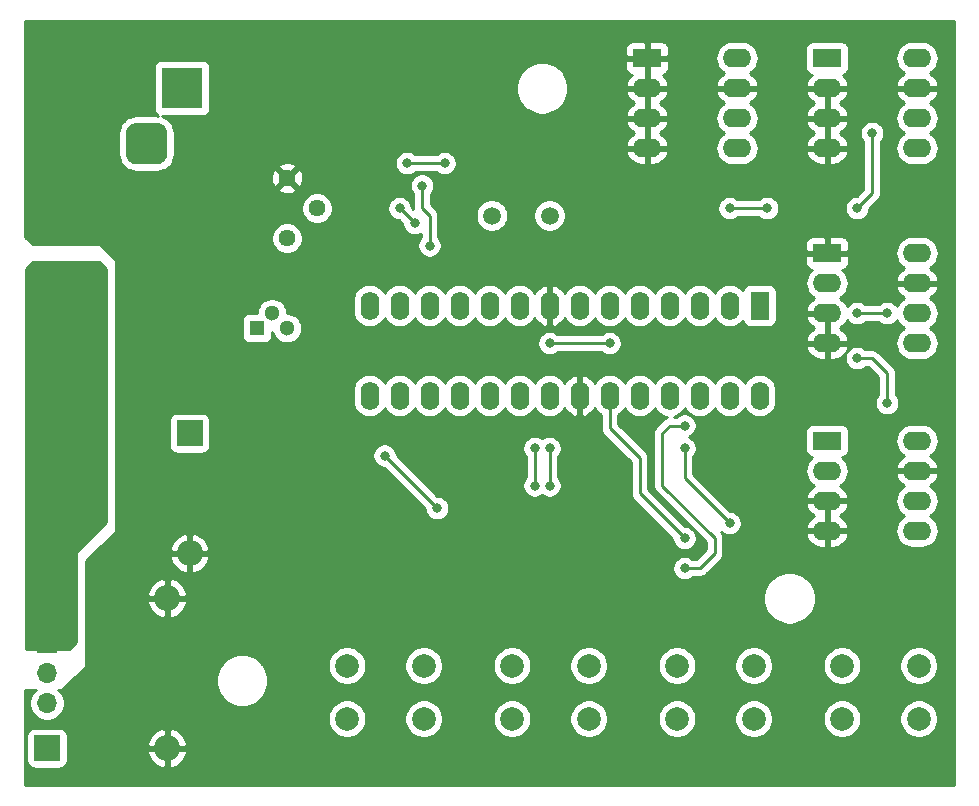
<source format=gbr>
%TF.GenerationSoftware,KiCad,Pcbnew,(5.1.10)-1*%
%TF.CreationDate,2021-08-11T22:08:48+03:00*%
%TF.ProjectId,ambient,616d6269-656e-4742-9e6b-696361645f70,rev?*%
%TF.SameCoordinates,Original*%
%TF.FileFunction,Copper,L2,Bot*%
%TF.FilePolarity,Positive*%
%FSLAX46Y46*%
G04 Gerber Fmt 4.6, Leading zero omitted, Abs format (unit mm)*
G04 Created by KiCad (PCBNEW (5.1.10)-1) date 2021-08-11 22:08:48*
%MOMM*%
%LPD*%
G01*
G04 APERTURE LIST*
%TA.AperFunction,ComponentPad*%
%ADD10R,3.500000X3.500000*%
%TD*%
%TA.AperFunction,ComponentPad*%
%ADD11R,1.600000X2.400000*%
%TD*%
%TA.AperFunction,ComponentPad*%
%ADD12O,1.600000X2.400000*%
%TD*%
%TA.AperFunction,ComponentPad*%
%ADD13C,1.440000*%
%TD*%
%TA.AperFunction,ComponentPad*%
%ADD14O,2.400000X1.600000*%
%TD*%
%TA.AperFunction,ComponentPad*%
%ADD15R,2.400000X1.600000*%
%TD*%
%TA.AperFunction,ComponentPad*%
%ADD16C,2.000000*%
%TD*%
%TA.AperFunction,ComponentPad*%
%ADD17R,2.200000X2.200000*%
%TD*%
%TA.AperFunction,ComponentPad*%
%ADD18O,2.200000X2.200000*%
%TD*%
%TA.AperFunction,ComponentPad*%
%ADD19R,1.700000X1.700000*%
%TD*%
%TA.AperFunction,ComponentPad*%
%ADD20O,1.700000X1.700000*%
%TD*%
%TA.AperFunction,ComponentPad*%
%ADD21C,1.300000*%
%TD*%
%TA.AperFunction,ComponentPad*%
%ADD22R,1.300000X1.300000*%
%TD*%
%TA.AperFunction,ComponentPad*%
%ADD23C,1.500000*%
%TD*%
%TA.AperFunction,ViaPad*%
%ADD24C,0.800000*%
%TD*%
%TA.AperFunction,Conductor*%
%ADD25C,0.250000*%
%TD*%
%TA.AperFunction,Conductor*%
%ADD26C,0.254000*%
%TD*%
%TA.AperFunction,Conductor*%
%ADD27C,0.100000*%
%TD*%
G04 APERTURE END LIST*
D10*
%TO.P,J1,1*%
%TO.N,+5V*%
X27940000Y-20320000D03*
%TO.P,J1,2*%
%TO.N,GND*%
%TA.AperFunction,ComponentPad*%
G36*
G01*
X20440000Y-21320000D02*
X20440000Y-19320000D01*
G75*
G02*
X21190000Y-18570000I750000J0D01*
G01*
X22690000Y-18570000D01*
G75*
G02*
X23440000Y-19320000I0J-750000D01*
G01*
X23440000Y-21320000D01*
G75*
G02*
X22690000Y-22070000I-750000J0D01*
G01*
X21190000Y-22070000D01*
G75*
G02*
X20440000Y-21320000I0J750000D01*
G01*
G37*
%TD.AperFunction*%
%TO.P,J1,3*%
%TO.N,N/C*%
%TA.AperFunction,ComponentPad*%
G36*
G01*
X23190000Y-25895000D02*
X23190000Y-24145000D01*
G75*
G02*
X24065000Y-23270000I875000J0D01*
G01*
X25815000Y-23270000D01*
G75*
G02*
X26690000Y-24145000I0J-875000D01*
G01*
X26690000Y-25895000D01*
G75*
G02*
X25815000Y-26770000I-875000J0D01*
G01*
X24065000Y-26770000D01*
G75*
G02*
X23190000Y-25895000I0J875000D01*
G01*
G37*
%TD.AperFunction*%
%TD*%
D11*
%TO.P,U1,1*%
%TO.N,RESET*%
X76835000Y-38735000D03*
D12*
%TO.P,U1,15*%
%TO.N,PREVIEW_ARRAY*%
X43815000Y-46355000D03*
%TO.P,U1,2*%
%TO.N,Net-(U1-Pad2)*%
X74295000Y-38735000D03*
%TO.P,U1,16*%
%TO.N,MAIN_ARRAY*%
X46355000Y-46355000D03*
%TO.P,U1,3*%
%TO.N,Net-(U1-Pad3)*%
X71755000Y-38735000D03*
%TO.P,U1,17*%
%TO.N,LCD_EN*%
X48895000Y-46355000D03*
%TO.P,U1,4*%
%TO.N,SELECT*%
X69215000Y-38735000D03*
%TO.P,U1,18*%
%TO.N,Net-(U1-Pad18)*%
X51435000Y-46355000D03*
%TO.P,U1,5*%
%TO.N,NEXT*%
X66675000Y-38735000D03*
%TO.P,U1,19*%
%TO.N,LED*%
X53975000Y-46355000D03*
%TO.P,U1,6*%
%TO.N,LCD_DB4*%
X64135000Y-38735000D03*
%TO.P,U1,20*%
%TO.N,VCC*%
X56515000Y-46355000D03*
%TO.P,U1,7*%
X61595000Y-38735000D03*
%TO.P,U1,21*%
X59055000Y-46355000D03*
%TO.P,U1,8*%
%TO.N,GND*%
X59055000Y-38735000D03*
%TO.P,U1,22*%
X61595000Y-46355000D03*
%TO.P,U1,9*%
%TO.N,XTAL1*%
X56515000Y-38735000D03*
%TO.P,U1,23*%
%TO.N,MODIFY*%
X64135000Y-46355000D03*
%TO.P,U1,10*%
%TO.N,XTAL2*%
X53975000Y-38735000D03*
%TO.P,U1,24*%
%TO.N,AMP_IN*%
X66675000Y-46355000D03*
%TO.P,U1,11*%
%TO.N,LCD_DB5*%
X51435000Y-38735000D03*
%TO.P,U1,25*%
%TO.N,Net-(U1-Pad25)*%
X69215000Y-46355000D03*
%TO.P,U1,12*%
%TO.N,LCD_DB6*%
X48895000Y-38735000D03*
%TO.P,U1,26*%
%TO.N,Net-(U1-Pad26)*%
X71755000Y-46355000D03*
%TO.P,U1,13*%
%TO.N,LCD_DB7*%
X46355000Y-38735000D03*
%TO.P,U1,27*%
%TO.N,SDA*%
X74295000Y-46355000D03*
%TO.P,U1,14*%
%TO.N,LCD_RS*%
X43815000Y-38735000D03*
%TO.P,U1,28*%
%TO.N,SCL*%
X76835000Y-46355000D03*
%TD*%
D13*
%TO.P,RV1,3*%
%TO.N,GND*%
X36830000Y-27940000D03*
%TO.P,RV1,2*%
%TO.N,Net-(J2-Pad7)*%
X39370000Y-30480000D03*
%TO.P,RV1,1*%
%TO.N,VCC*%
X36830000Y-33020000D03*
%TD*%
D14*
%TO.P,U2,8*%
%TO.N,VCC*%
X74930000Y-17780000D03*
%TO.P,U2,4*%
%TO.N,GND*%
X67310000Y-25400000D03*
%TO.P,U2,7*%
X74930000Y-20320000D03*
%TO.P,U2,3*%
X67310000Y-22860000D03*
%TO.P,U2,6*%
%TO.N,SCL*%
X74930000Y-22860000D03*
%TO.P,U2,2*%
%TO.N,GND*%
X67310000Y-20320000D03*
%TO.P,U2,5*%
%TO.N,SDA*%
X74930000Y-25400000D03*
D15*
%TO.P,U2,1*%
%TO.N,GND*%
X67310000Y-17780000D03*
%TD*%
%TO.P,U3,1*%
%TO.N,Net-(R14-Pad2)*%
X82550000Y-17780000D03*
D14*
%TO.P,U3,5*%
%TO.N,SDA*%
X90170000Y-25400000D03*
%TO.P,U3,2*%
%TO.N,GND*%
X82550000Y-20320000D03*
%TO.P,U3,6*%
%TO.N,SCL*%
X90170000Y-22860000D03*
%TO.P,U3,3*%
%TO.N,GND*%
X82550000Y-22860000D03*
%TO.P,U3,7*%
X90170000Y-20320000D03*
%TO.P,U3,4*%
X82550000Y-25400000D03*
%TO.P,U3,8*%
%TO.N,VCC*%
X90170000Y-17780000D03*
%TD*%
%TO.P,U4,8*%
%TO.N,VCC*%
X90170000Y-34290000D03*
%TO.P,U4,4*%
%TO.N,GND*%
X82550000Y-41910000D03*
%TO.P,U4,7*%
X90170000Y-36830000D03*
%TO.P,U4,3*%
X82550000Y-39370000D03*
%TO.P,U4,6*%
%TO.N,SCL*%
X90170000Y-39370000D03*
%TO.P,U4,2*%
%TO.N,Net-(R15-Pad2)*%
X82550000Y-36830000D03*
%TO.P,U4,5*%
%TO.N,SDA*%
X90170000Y-41910000D03*
D15*
%TO.P,U4,1*%
%TO.N,GND*%
X82550000Y-34290000D03*
%TD*%
%TO.P,U5,1*%
%TO.N,Net-(R16-Pad2)*%
X82550000Y-50165000D03*
D14*
%TO.P,U5,5*%
%TO.N,SDA*%
X90170000Y-57785000D03*
%TO.P,U5,2*%
%TO.N,Net-(R17-Pad2)*%
X82550000Y-52705000D03*
%TO.P,U5,6*%
%TO.N,SCL*%
X90170000Y-55245000D03*
%TO.P,U5,3*%
%TO.N,GND*%
X82550000Y-55245000D03*
%TO.P,U5,7*%
X90170000Y-52705000D03*
%TO.P,U5,4*%
X82550000Y-57785000D03*
%TO.P,U5,8*%
%TO.N,VCC*%
X90170000Y-50165000D03*
%TD*%
D16*
%TO.P,SW1,2*%
%TO.N,Net-(R3-Pad2)*%
X41910000Y-73715000D03*
%TO.P,SW1,1*%
%TO.N,RESET*%
X41910000Y-69215000D03*
%TO.P,SW1,2*%
%TO.N,Net-(R3-Pad2)*%
X48410000Y-73715000D03*
%TO.P,SW1,1*%
%TO.N,RESET*%
X48410000Y-69215000D03*
%TD*%
%TO.P,SW2,1*%
%TO.N,NEXT*%
X90320000Y-69215000D03*
%TO.P,SW2,2*%
%TO.N,Net-(R5-Pad2)*%
X90320000Y-73715000D03*
%TO.P,SW2,1*%
%TO.N,NEXT*%
X83820000Y-69215000D03*
%TO.P,SW2,2*%
%TO.N,Net-(R5-Pad2)*%
X83820000Y-73715000D03*
%TD*%
%TO.P,SW3,2*%
%TO.N,Net-(R7-Pad2)*%
X55880000Y-73715000D03*
%TO.P,SW3,1*%
%TO.N,SELECT*%
X55880000Y-69215000D03*
%TO.P,SW3,2*%
%TO.N,Net-(R7-Pad2)*%
X62380000Y-73715000D03*
%TO.P,SW3,1*%
%TO.N,SELECT*%
X62380000Y-69215000D03*
%TD*%
%TO.P,SW4,1*%
%TO.N,MODIFY*%
X76350000Y-69215000D03*
%TO.P,SW4,2*%
%TO.N,Net-(R9-Pad2)*%
X76350000Y-73715000D03*
%TO.P,SW4,1*%
%TO.N,MODIFY*%
X69850000Y-69215000D03*
%TO.P,SW4,2*%
%TO.N,Net-(R9-Pad2)*%
X69850000Y-73715000D03*
%TD*%
D17*
%TO.P,D3,1*%
%TO.N,ARRAY_DIN*%
X28575000Y-49530000D03*
D18*
%TO.P,D3,2*%
%TO.N,GND*%
X28575000Y-59690000D03*
%TD*%
%TO.P,D4,2*%
%TO.N,GND*%
X26670000Y-76200000D03*
D17*
%TO.P,D4,1*%
%TO.N,AMP_IN*%
X16510000Y-76200000D03*
%TD*%
%TO.P,D5,1*%
%TO.N,+5V*%
X16510000Y-63500000D03*
D18*
%TO.P,D5,2*%
%TO.N,GND*%
X26670000Y-63500000D03*
%TD*%
D19*
%TO.P,J3,1*%
%TO.N,+5V*%
X16510000Y-67310000D03*
D20*
%TO.P,J3,2*%
%TO.N,ARRAY_DIN*%
X16510000Y-69850000D03*
%TO.P,J3,3*%
%TO.N,AMP_IN*%
X16510000Y-72390000D03*
%TD*%
D21*
%TO.P,Q1,2*%
%TO.N,Net-(Q1-Pad2)*%
X35560000Y-39370000D03*
%TO.P,Q1,3*%
%TO.N,VCC*%
X36830000Y-40640000D03*
D22*
%TO.P,Q1,1*%
%TO.N,ARRAY_DIN*%
X34290000Y-40640000D03*
%TD*%
D23*
%TO.P,Y1,1*%
%TO.N,XTAL1*%
X59055000Y-31115000D03*
%TO.P,Y1,2*%
%TO.N,XTAL2*%
X54175000Y-31115000D03*
%TD*%
D24*
%TO.N,+5V*%
X20320000Y-36195000D03*
X20320000Y-37465000D03*
X19050000Y-37465000D03*
X19050000Y-36195000D03*
X17780000Y-36195000D03*
X17780000Y-37465000D03*
X16510000Y-36195000D03*
X16510000Y-37465000D03*
X16510000Y-38735000D03*
X16510000Y-40005000D03*
X16510000Y-41275000D03*
X15240000Y-41275000D03*
X15240000Y-40005000D03*
X15240000Y-38735000D03*
X15240000Y-37465000D03*
X15240000Y-36195000D03*
%TO.N,GND*%
X26670000Y-31750000D03*
X26670000Y-33020000D03*
X26670000Y-34290000D03*
X26670000Y-35560000D03*
X25400000Y-35560000D03*
X25400000Y-30480000D03*
X26670000Y-30480000D03*
X25400000Y-29210000D03*
X26670000Y-29210000D03*
X26670000Y-27940000D03*
X25400000Y-27940000D03*
X31750000Y-44450000D03*
X33020000Y-48260000D03*
X34290000Y-48260000D03*
X35560000Y-48260000D03*
X36830000Y-48260000D03*
X38100000Y-48260000D03*
X39370000Y-48260000D03*
X40640000Y-48260000D03*
X40640000Y-46990000D03*
X39370000Y-46990000D03*
X38100000Y-46990000D03*
X36830000Y-46990000D03*
X35560000Y-46990000D03*
X34290000Y-46990000D03*
X33020000Y-46990000D03*
X24130000Y-35560000D03*
X22860000Y-35560000D03*
X24130000Y-30480000D03*
X22860000Y-30480000D03*
X32385000Y-22860000D03*
X36830000Y-49530000D03*
X36830000Y-50800000D03*
X36830000Y-52070000D03*
X35560000Y-52070000D03*
X34290000Y-52070000D03*
X33020000Y-52070000D03*
X38100000Y-52070000D03*
X39370000Y-52070000D03*
X40640000Y-52070000D03*
X43180000Y-53340000D03*
X48260000Y-49530000D03*
X61595000Y-49530000D03*
X56515000Y-26670000D03*
X57785000Y-35560000D03*
X42545000Y-76835000D03*
X56515000Y-76835000D03*
X70485000Y-76835000D03*
X84455000Y-76835000D03*
X38100000Y-74930000D03*
X52070000Y-74930000D03*
X66040000Y-74930000D03*
X80010000Y-74930000D03*
X83820000Y-45085000D03*
X83820000Y-28575000D03*
X67945000Y-28575000D03*
X26670000Y-52070000D03*
X25400000Y-52070000D03*
X25400000Y-53340000D03*
X26670000Y-53340000D03*
X26670000Y-54610000D03*
X26670000Y-55880000D03*
X26670000Y-57150000D03*
X26670000Y-58420000D03*
X25400000Y-58420000D03*
X25400000Y-59690000D03*
X24130000Y-58420000D03*
X24130000Y-59690000D03*
X24130000Y-52070000D03*
X24130000Y-53340000D03*
X40640000Y-24765000D03*
X67310000Y-60325000D03*
X28575000Y-43815000D03*
X85090000Y-58420000D03*
X31750000Y-48260000D03*
X31750000Y-46990000D03*
X31750000Y-52070000D03*
X55880000Y-55245000D03*
X62865000Y-55880000D03*
%TO.N,VCC*%
X59055000Y-53975000D03*
X57785000Y-53975000D03*
X59055000Y-50800000D03*
X57785000Y-50800000D03*
X74295000Y-30480000D03*
X77470000Y-30480000D03*
%TO.N,NEXT*%
X74295000Y-57150000D03*
X70485000Y-50800000D03*
%TO.N,SELECT*%
X70485000Y-48895000D03*
X70485000Y-60960000D03*
%TO.N,MODIFY*%
X70485000Y-58420000D03*
%TO.N,LCD_DB6*%
X48895000Y-33655000D03*
X48260000Y-28575000D03*
%TO.N,LCD_DB5*%
X46990000Y-26670000D03*
X50165000Y-26670000D03*
%TO.N,LCD_DB4*%
X64135000Y-41910000D03*
X59055000Y-41910000D03*
X47625000Y-31750000D03*
X46355000Y-30480000D03*
%TO.N,SCL*%
X86360000Y-24130000D03*
X85090000Y-30480000D03*
X85090000Y-39370000D03*
X87630000Y-39370000D03*
X85090000Y-43180000D03*
X87630000Y-46990000D03*
%TO.N,PREVIEW_ARRAY*%
X49530000Y-55880000D03*
X45085000Y-51435000D03*
%TD*%
D25*
%TO.N,VCC*%
X74295000Y-30480000D02*
X77470000Y-30480000D01*
X77470000Y-30480000D02*
X77470000Y-30480000D01*
X57785000Y-51435000D02*
X57785000Y-50800000D01*
X57785000Y-53975000D02*
X57785000Y-51435000D01*
X59055000Y-51435000D02*
X59055000Y-50800000D01*
X59055000Y-53975000D02*
X59055000Y-51435000D01*
%TO.N,NEXT*%
X70485000Y-53340000D02*
X74295000Y-57150000D01*
X70485000Y-50800000D02*
X70485000Y-53340000D01*
%TO.N,SELECT*%
X70485000Y-48895000D02*
X69215000Y-48895000D01*
X69215000Y-48895000D02*
X68580000Y-49530000D01*
X68580000Y-49530000D02*
X68580000Y-53975000D01*
X68580000Y-53975000D02*
X73025000Y-58420000D01*
X73025000Y-58420000D02*
X73025000Y-59690000D01*
X73025000Y-59690000D02*
X71755000Y-60960000D01*
X71755000Y-60960000D02*
X70485000Y-60960000D01*
X70485000Y-60960000D02*
X70485000Y-60960000D01*
%TO.N,MODIFY*%
X64135000Y-49091998D02*
X66675000Y-51631998D01*
X64135000Y-46355000D02*
X64135000Y-49091998D01*
X66675000Y-54610000D02*
X70485000Y-58420000D01*
X66675000Y-51631998D02*
X66675000Y-54610000D01*
%TO.N,LCD_DB6*%
X48895000Y-33655000D02*
X48895000Y-31115000D01*
X48895000Y-31115000D02*
X48260000Y-30480000D01*
X48260000Y-30480000D02*
X48260000Y-28575000D01*
%TO.N,LCD_DB5*%
X50165000Y-26670000D02*
X46990000Y-26670000D01*
%TO.N,LCD_DB4*%
X64135000Y-41910000D02*
X59055000Y-41910000D01*
X59055000Y-41910000D02*
X59055000Y-41910000D01*
X47625000Y-31750000D02*
X46355000Y-30480000D01*
X46355000Y-30480000D02*
X46355000Y-30480000D01*
%TO.N,SCL*%
X86360000Y-29210000D02*
X85090000Y-30480000D01*
X86360000Y-24130000D02*
X86360000Y-29210000D01*
X85090000Y-39370000D02*
X86995000Y-39370000D01*
X86995000Y-39370000D02*
X87630000Y-39370000D01*
X87630000Y-39370000D02*
X87630000Y-39370000D01*
X87630000Y-46990000D02*
X87630000Y-46990000D01*
X87630000Y-46990000D02*
X87630000Y-44450000D01*
X87630000Y-44450000D02*
X86360000Y-43180000D01*
X86360000Y-43180000D02*
X85090000Y-43180000D01*
%TO.N,PREVIEW_ARRAY*%
X48260000Y-54610000D02*
X48260000Y-54610000D01*
X48260000Y-54610000D02*
X49530000Y-55880000D01*
X45085000Y-51435000D02*
X48260000Y-54610000D01*
%TD*%
D26*
%TO.N,+5V*%
X21463000Y-35612606D02*
X21463000Y-57097394D01*
X18960197Y-59600197D01*
X18944403Y-59619443D01*
X18932667Y-59641399D01*
X18925440Y-59665224D01*
X18923000Y-59690000D01*
X18923000Y-67257394D01*
X18362394Y-67818000D01*
X14732000Y-67818000D01*
X14732000Y-35612606D01*
X15292606Y-35052000D01*
X20902394Y-35052000D01*
X21463000Y-35612606D01*
%TA.AperFunction,Conductor*%
D27*
G36*
X21463000Y-35612606D02*
G01*
X21463000Y-57097394D01*
X18960197Y-59600197D01*
X18944403Y-59619443D01*
X18932667Y-59641399D01*
X18925440Y-59665224D01*
X18923000Y-59690000D01*
X18923000Y-67257394D01*
X18362394Y-67818000D01*
X14732000Y-67818000D01*
X14732000Y-35612606D01*
X15292606Y-35052000D01*
X20902394Y-35052000D01*
X21463000Y-35612606D01*
G37*
%TD.AperFunction*%
%TD*%
D26*
%TO.N,GND*%
X93320001Y-78707572D02*
X93320000Y-78707582D01*
X93320000Y-79350000D01*
X14630000Y-79350000D01*
X14630000Y-75100000D01*
X14771928Y-75100000D01*
X14771928Y-77300000D01*
X14784188Y-77424482D01*
X14820498Y-77544180D01*
X14879463Y-77654494D01*
X14958815Y-77751185D01*
X15055506Y-77830537D01*
X15165820Y-77889502D01*
X15285518Y-77925812D01*
X15410000Y-77938072D01*
X17610000Y-77938072D01*
X17734482Y-77925812D01*
X17854180Y-77889502D01*
X17964494Y-77830537D01*
X18061185Y-77751185D01*
X18140537Y-77654494D01*
X18199502Y-77544180D01*
X18235812Y-77424482D01*
X18248072Y-77300000D01*
X18248072Y-76596122D01*
X24980825Y-76596122D01*
X25045425Y-76809094D01*
X25195469Y-77114329D01*
X25402178Y-77384427D01*
X25657609Y-77609008D01*
X25951946Y-77779442D01*
X26273877Y-77889179D01*
X26543000Y-77771600D01*
X26543000Y-76327000D01*
X26797000Y-76327000D01*
X26797000Y-77771600D01*
X27066123Y-77889179D01*
X27388054Y-77779442D01*
X27682391Y-77609008D01*
X27937822Y-77384427D01*
X28144531Y-77114329D01*
X28294575Y-76809094D01*
X28359175Y-76596122D01*
X28241125Y-76327000D01*
X26797000Y-76327000D01*
X26543000Y-76327000D01*
X25098875Y-76327000D01*
X24980825Y-76596122D01*
X18248072Y-76596122D01*
X18248072Y-75803878D01*
X24980825Y-75803878D01*
X25098875Y-76073000D01*
X26543000Y-76073000D01*
X26543000Y-74628400D01*
X26797000Y-74628400D01*
X26797000Y-76073000D01*
X28241125Y-76073000D01*
X28359175Y-75803878D01*
X28294575Y-75590906D01*
X28144531Y-75285671D01*
X27937822Y-75015573D01*
X27682391Y-74790992D01*
X27388054Y-74620558D01*
X27066123Y-74510821D01*
X26797000Y-74628400D01*
X26543000Y-74628400D01*
X26273877Y-74510821D01*
X25951946Y-74620558D01*
X25657609Y-74790992D01*
X25402178Y-75015573D01*
X25195469Y-75285671D01*
X25045425Y-75590906D01*
X24980825Y-75803878D01*
X18248072Y-75803878D01*
X18248072Y-75100000D01*
X18235812Y-74975518D01*
X18199502Y-74855820D01*
X18140537Y-74745506D01*
X18061185Y-74648815D01*
X17964494Y-74569463D01*
X17854180Y-74510498D01*
X17734482Y-74474188D01*
X17610000Y-74461928D01*
X15410000Y-74461928D01*
X15285518Y-74474188D01*
X15165820Y-74510498D01*
X15055506Y-74569463D01*
X14958815Y-74648815D01*
X14879463Y-74745506D01*
X14820498Y-74855820D01*
X14784188Y-74975518D01*
X14771928Y-75100000D01*
X14630000Y-75100000D01*
X14630000Y-71247000D01*
X15552893Y-71247000D01*
X15356525Y-71443368D01*
X15194010Y-71686589D01*
X15082068Y-71956842D01*
X15025000Y-72243740D01*
X15025000Y-72536260D01*
X15082068Y-72823158D01*
X15194010Y-73093411D01*
X15356525Y-73336632D01*
X15563368Y-73543475D01*
X15806589Y-73705990D01*
X16076842Y-73817932D01*
X16363740Y-73875000D01*
X16656260Y-73875000D01*
X16943158Y-73817932D01*
X17213411Y-73705990D01*
X17440929Y-73553967D01*
X40275000Y-73553967D01*
X40275000Y-73876033D01*
X40337832Y-74191912D01*
X40461082Y-74489463D01*
X40640013Y-74757252D01*
X40867748Y-74984987D01*
X41135537Y-75163918D01*
X41433088Y-75287168D01*
X41748967Y-75350000D01*
X42071033Y-75350000D01*
X42386912Y-75287168D01*
X42684463Y-75163918D01*
X42952252Y-74984987D01*
X43179987Y-74757252D01*
X43358918Y-74489463D01*
X43482168Y-74191912D01*
X43545000Y-73876033D01*
X43545000Y-73553967D01*
X46775000Y-73553967D01*
X46775000Y-73876033D01*
X46837832Y-74191912D01*
X46961082Y-74489463D01*
X47140013Y-74757252D01*
X47367748Y-74984987D01*
X47635537Y-75163918D01*
X47933088Y-75287168D01*
X48248967Y-75350000D01*
X48571033Y-75350000D01*
X48886912Y-75287168D01*
X49184463Y-75163918D01*
X49452252Y-74984987D01*
X49679987Y-74757252D01*
X49858918Y-74489463D01*
X49982168Y-74191912D01*
X50045000Y-73876033D01*
X50045000Y-73553967D01*
X54245000Y-73553967D01*
X54245000Y-73876033D01*
X54307832Y-74191912D01*
X54431082Y-74489463D01*
X54610013Y-74757252D01*
X54837748Y-74984987D01*
X55105537Y-75163918D01*
X55403088Y-75287168D01*
X55718967Y-75350000D01*
X56041033Y-75350000D01*
X56356912Y-75287168D01*
X56654463Y-75163918D01*
X56922252Y-74984987D01*
X57149987Y-74757252D01*
X57328918Y-74489463D01*
X57452168Y-74191912D01*
X57515000Y-73876033D01*
X57515000Y-73553967D01*
X60745000Y-73553967D01*
X60745000Y-73876033D01*
X60807832Y-74191912D01*
X60931082Y-74489463D01*
X61110013Y-74757252D01*
X61337748Y-74984987D01*
X61605537Y-75163918D01*
X61903088Y-75287168D01*
X62218967Y-75350000D01*
X62541033Y-75350000D01*
X62856912Y-75287168D01*
X63154463Y-75163918D01*
X63422252Y-74984987D01*
X63649987Y-74757252D01*
X63828918Y-74489463D01*
X63952168Y-74191912D01*
X64015000Y-73876033D01*
X64015000Y-73553967D01*
X68215000Y-73553967D01*
X68215000Y-73876033D01*
X68277832Y-74191912D01*
X68401082Y-74489463D01*
X68580013Y-74757252D01*
X68807748Y-74984987D01*
X69075537Y-75163918D01*
X69373088Y-75287168D01*
X69688967Y-75350000D01*
X70011033Y-75350000D01*
X70326912Y-75287168D01*
X70624463Y-75163918D01*
X70892252Y-74984987D01*
X71119987Y-74757252D01*
X71298918Y-74489463D01*
X71422168Y-74191912D01*
X71485000Y-73876033D01*
X71485000Y-73553967D01*
X74715000Y-73553967D01*
X74715000Y-73876033D01*
X74777832Y-74191912D01*
X74901082Y-74489463D01*
X75080013Y-74757252D01*
X75307748Y-74984987D01*
X75575537Y-75163918D01*
X75873088Y-75287168D01*
X76188967Y-75350000D01*
X76511033Y-75350000D01*
X76826912Y-75287168D01*
X77124463Y-75163918D01*
X77392252Y-74984987D01*
X77619987Y-74757252D01*
X77798918Y-74489463D01*
X77922168Y-74191912D01*
X77985000Y-73876033D01*
X77985000Y-73553967D01*
X82185000Y-73553967D01*
X82185000Y-73876033D01*
X82247832Y-74191912D01*
X82371082Y-74489463D01*
X82550013Y-74757252D01*
X82777748Y-74984987D01*
X83045537Y-75163918D01*
X83343088Y-75287168D01*
X83658967Y-75350000D01*
X83981033Y-75350000D01*
X84296912Y-75287168D01*
X84594463Y-75163918D01*
X84862252Y-74984987D01*
X85089987Y-74757252D01*
X85268918Y-74489463D01*
X85392168Y-74191912D01*
X85455000Y-73876033D01*
X85455000Y-73553967D01*
X88685000Y-73553967D01*
X88685000Y-73876033D01*
X88747832Y-74191912D01*
X88871082Y-74489463D01*
X89050013Y-74757252D01*
X89277748Y-74984987D01*
X89545537Y-75163918D01*
X89843088Y-75287168D01*
X90158967Y-75350000D01*
X90481033Y-75350000D01*
X90796912Y-75287168D01*
X91094463Y-75163918D01*
X91362252Y-74984987D01*
X91589987Y-74757252D01*
X91768918Y-74489463D01*
X91892168Y-74191912D01*
X91955000Y-73876033D01*
X91955000Y-73553967D01*
X91892168Y-73238088D01*
X91768918Y-72940537D01*
X91589987Y-72672748D01*
X91362252Y-72445013D01*
X91094463Y-72266082D01*
X90796912Y-72142832D01*
X90481033Y-72080000D01*
X90158967Y-72080000D01*
X89843088Y-72142832D01*
X89545537Y-72266082D01*
X89277748Y-72445013D01*
X89050013Y-72672748D01*
X88871082Y-72940537D01*
X88747832Y-73238088D01*
X88685000Y-73553967D01*
X85455000Y-73553967D01*
X85392168Y-73238088D01*
X85268918Y-72940537D01*
X85089987Y-72672748D01*
X84862252Y-72445013D01*
X84594463Y-72266082D01*
X84296912Y-72142832D01*
X83981033Y-72080000D01*
X83658967Y-72080000D01*
X83343088Y-72142832D01*
X83045537Y-72266082D01*
X82777748Y-72445013D01*
X82550013Y-72672748D01*
X82371082Y-72940537D01*
X82247832Y-73238088D01*
X82185000Y-73553967D01*
X77985000Y-73553967D01*
X77922168Y-73238088D01*
X77798918Y-72940537D01*
X77619987Y-72672748D01*
X77392252Y-72445013D01*
X77124463Y-72266082D01*
X76826912Y-72142832D01*
X76511033Y-72080000D01*
X76188967Y-72080000D01*
X75873088Y-72142832D01*
X75575537Y-72266082D01*
X75307748Y-72445013D01*
X75080013Y-72672748D01*
X74901082Y-72940537D01*
X74777832Y-73238088D01*
X74715000Y-73553967D01*
X71485000Y-73553967D01*
X71422168Y-73238088D01*
X71298918Y-72940537D01*
X71119987Y-72672748D01*
X70892252Y-72445013D01*
X70624463Y-72266082D01*
X70326912Y-72142832D01*
X70011033Y-72080000D01*
X69688967Y-72080000D01*
X69373088Y-72142832D01*
X69075537Y-72266082D01*
X68807748Y-72445013D01*
X68580013Y-72672748D01*
X68401082Y-72940537D01*
X68277832Y-73238088D01*
X68215000Y-73553967D01*
X64015000Y-73553967D01*
X63952168Y-73238088D01*
X63828918Y-72940537D01*
X63649987Y-72672748D01*
X63422252Y-72445013D01*
X63154463Y-72266082D01*
X62856912Y-72142832D01*
X62541033Y-72080000D01*
X62218967Y-72080000D01*
X61903088Y-72142832D01*
X61605537Y-72266082D01*
X61337748Y-72445013D01*
X61110013Y-72672748D01*
X60931082Y-72940537D01*
X60807832Y-73238088D01*
X60745000Y-73553967D01*
X57515000Y-73553967D01*
X57452168Y-73238088D01*
X57328918Y-72940537D01*
X57149987Y-72672748D01*
X56922252Y-72445013D01*
X56654463Y-72266082D01*
X56356912Y-72142832D01*
X56041033Y-72080000D01*
X55718967Y-72080000D01*
X55403088Y-72142832D01*
X55105537Y-72266082D01*
X54837748Y-72445013D01*
X54610013Y-72672748D01*
X54431082Y-72940537D01*
X54307832Y-73238088D01*
X54245000Y-73553967D01*
X50045000Y-73553967D01*
X49982168Y-73238088D01*
X49858918Y-72940537D01*
X49679987Y-72672748D01*
X49452252Y-72445013D01*
X49184463Y-72266082D01*
X48886912Y-72142832D01*
X48571033Y-72080000D01*
X48248967Y-72080000D01*
X47933088Y-72142832D01*
X47635537Y-72266082D01*
X47367748Y-72445013D01*
X47140013Y-72672748D01*
X46961082Y-72940537D01*
X46837832Y-73238088D01*
X46775000Y-73553967D01*
X43545000Y-73553967D01*
X43482168Y-73238088D01*
X43358918Y-72940537D01*
X43179987Y-72672748D01*
X42952252Y-72445013D01*
X42684463Y-72266082D01*
X42386912Y-72142832D01*
X42071033Y-72080000D01*
X41748967Y-72080000D01*
X41433088Y-72142832D01*
X41135537Y-72266082D01*
X40867748Y-72445013D01*
X40640013Y-72672748D01*
X40461082Y-72940537D01*
X40337832Y-73238088D01*
X40275000Y-73553967D01*
X17440929Y-73553967D01*
X17456632Y-73543475D01*
X17663475Y-73336632D01*
X17825990Y-73093411D01*
X17937932Y-72823158D01*
X17995000Y-72536260D01*
X17995000Y-72243740D01*
X17937932Y-71956842D01*
X17825990Y-71686589D01*
X17663475Y-71443368D01*
X17467107Y-71247000D01*
X17780000Y-71247000D01*
X17804776Y-71244560D01*
X17828601Y-71237333D01*
X17850557Y-71225597D01*
X17869803Y-71209803D01*
X18814734Y-70264872D01*
X30785000Y-70264872D01*
X30785000Y-70705128D01*
X30870890Y-71136925D01*
X31039369Y-71543669D01*
X31283962Y-71909729D01*
X31595271Y-72221038D01*
X31961331Y-72465631D01*
X32368075Y-72634110D01*
X32799872Y-72720000D01*
X33240128Y-72720000D01*
X33671925Y-72634110D01*
X34078669Y-72465631D01*
X34444729Y-72221038D01*
X34756038Y-71909729D01*
X35000631Y-71543669D01*
X35169110Y-71136925D01*
X35255000Y-70705128D01*
X35255000Y-70264872D01*
X35169110Y-69833075D01*
X35000631Y-69426331D01*
X34756038Y-69060271D01*
X34749734Y-69053967D01*
X40275000Y-69053967D01*
X40275000Y-69376033D01*
X40337832Y-69691912D01*
X40461082Y-69989463D01*
X40640013Y-70257252D01*
X40867748Y-70484987D01*
X41135537Y-70663918D01*
X41433088Y-70787168D01*
X41748967Y-70850000D01*
X42071033Y-70850000D01*
X42386912Y-70787168D01*
X42684463Y-70663918D01*
X42952252Y-70484987D01*
X43179987Y-70257252D01*
X43358918Y-69989463D01*
X43482168Y-69691912D01*
X43545000Y-69376033D01*
X43545000Y-69053967D01*
X46775000Y-69053967D01*
X46775000Y-69376033D01*
X46837832Y-69691912D01*
X46961082Y-69989463D01*
X47140013Y-70257252D01*
X47367748Y-70484987D01*
X47635537Y-70663918D01*
X47933088Y-70787168D01*
X48248967Y-70850000D01*
X48571033Y-70850000D01*
X48886912Y-70787168D01*
X49184463Y-70663918D01*
X49452252Y-70484987D01*
X49679987Y-70257252D01*
X49858918Y-69989463D01*
X49982168Y-69691912D01*
X50045000Y-69376033D01*
X50045000Y-69053967D01*
X54245000Y-69053967D01*
X54245000Y-69376033D01*
X54307832Y-69691912D01*
X54431082Y-69989463D01*
X54610013Y-70257252D01*
X54837748Y-70484987D01*
X55105537Y-70663918D01*
X55403088Y-70787168D01*
X55718967Y-70850000D01*
X56041033Y-70850000D01*
X56356912Y-70787168D01*
X56654463Y-70663918D01*
X56922252Y-70484987D01*
X57149987Y-70257252D01*
X57328918Y-69989463D01*
X57452168Y-69691912D01*
X57515000Y-69376033D01*
X57515000Y-69053967D01*
X60745000Y-69053967D01*
X60745000Y-69376033D01*
X60807832Y-69691912D01*
X60931082Y-69989463D01*
X61110013Y-70257252D01*
X61337748Y-70484987D01*
X61605537Y-70663918D01*
X61903088Y-70787168D01*
X62218967Y-70850000D01*
X62541033Y-70850000D01*
X62856912Y-70787168D01*
X63154463Y-70663918D01*
X63422252Y-70484987D01*
X63649987Y-70257252D01*
X63828918Y-69989463D01*
X63952168Y-69691912D01*
X64015000Y-69376033D01*
X64015000Y-69053967D01*
X68215000Y-69053967D01*
X68215000Y-69376033D01*
X68277832Y-69691912D01*
X68401082Y-69989463D01*
X68580013Y-70257252D01*
X68807748Y-70484987D01*
X69075537Y-70663918D01*
X69373088Y-70787168D01*
X69688967Y-70850000D01*
X70011033Y-70850000D01*
X70326912Y-70787168D01*
X70624463Y-70663918D01*
X70892252Y-70484987D01*
X71119987Y-70257252D01*
X71298918Y-69989463D01*
X71422168Y-69691912D01*
X71485000Y-69376033D01*
X71485000Y-69053967D01*
X74715000Y-69053967D01*
X74715000Y-69376033D01*
X74777832Y-69691912D01*
X74901082Y-69989463D01*
X75080013Y-70257252D01*
X75307748Y-70484987D01*
X75575537Y-70663918D01*
X75873088Y-70787168D01*
X76188967Y-70850000D01*
X76511033Y-70850000D01*
X76826912Y-70787168D01*
X77124463Y-70663918D01*
X77392252Y-70484987D01*
X77619987Y-70257252D01*
X77798918Y-69989463D01*
X77922168Y-69691912D01*
X77985000Y-69376033D01*
X77985000Y-69053967D01*
X82185000Y-69053967D01*
X82185000Y-69376033D01*
X82247832Y-69691912D01*
X82371082Y-69989463D01*
X82550013Y-70257252D01*
X82777748Y-70484987D01*
X83045537Y-70663918D01*
X83343088Y-70787168D01*
X83658967Y-70850000D01*
X83981033Y-70850000D01*
X84296912Y-70787168D01*
X84594463Y-70663918D01*
X84862252Y-70484987D01*
X85089987Y-70257252D01*
X85268918Y-69989463D01*
X85392168Y-69691912D01*
X85455000Y-69376033D01*
X85455000Y-69053967D01*
X88685000Y-69053967D01*
X88685000Y-69376033D01*
X88747832Y-69691912D01*
X88871082Y-69989463D01*
X89050013Y-70257252D01*
X89277748Y-70484987D01*
X89545537Y-70663918D01*
X89843088Y-70787168D01*
X90158967Y-70850000D01*
X90481033Y-70850000D01*
X90796912Y-70787168D01*
X91094463Y-70663918D01*
X91362252Y-70484987D01*
X91589987Y-70257252D01*
X91768918Y-69989463D01*
X91892168Y-69691912D01*
X91955000Y-69376033D01*
X91955000Y-69053967D01*
X91892168Y-68738088D01*
X91768918Y-68440537D01*
X91589987Y-68172748D01*
X91362252Y-67945013D01*
X91094463Y-67766082D01*
X90796912Y-67642832D01*
X90481033Y-67580000D01*
X90158967Y-67580000D01*
X89843088Y-67642832D01*
X89545537Y-67766082D01*
X89277748Y-67945013D01*
X89050013Y-68172748D01*
X88871082Y-68440537D01*
X88747832Y-68738088D01*
X88685000Y-69053967D01*
X85455000Y-69053967D01*
X85392168Y-68738088D01*
X85268918Y-68440537D01*
X85089987Y-68172748D01*
X84862252Y-67945013D01*
X84594463Y-67766082D01*
X84296912Y-67642832D01*
X83981033Y-67580000D01*
X83658967Y-67580000D01*
X83343088Y-67642832D01*
X83045537Y-67766082D01*
X82777748Y-67945013D01*
X82550013Y-68172748D01*
X82371082Y-68440537D01*
X82247832Y-68738088D01*
X82185000Y-69053967D01*
X77985000Y-69053967D01*
X77922168Y-68738088D01*
X77798918Y-68440537D01*
X77619987Y-68172748D01*
X77392252Y-67945013D01*
X77124463Y-67766082D01*
X76826912Y-67642832D01*
X76511033Y-67580000D01*
X76188967Y-67580000D01*
X75873088Y-67642832D01*
X75575537Y-67766082D01*
X75307748Y-67945013D01*
X75080013Y-68172748D01*
X74901082Y-68440537D01*
X74777832Y-68738088D01*
X74715000Y-69053967D01*
X71485000Y-69053967D01*
X71422168Y-68738088D01*
X71298918Y-68440537D01*
X71119987Y-68172748D01*
X70892252Y-67945013D01*
X70624463Y-67766082D01*
X70326912Y-67642832D01*
X70011033Y-67580000D01*
X69688967Y-67580000D01*
X69373088Y-67642832D01*
X69075537Y-67766082D01*
X68807748Y-67945013D01*
X68580013Y-68172748D01*
X68401082Y-68440537D01*
X68277832Y-68738088D01*
X68215000Y-69053967D01*
X64015000Y-69053967D01*
X63952168Y-68738088D01*
X63828918Y-68440537D01*
X63649987Y-68172748D01*
X63422252Y-67945013D01*
X63154463Y-67766082D01*
X62856912Y-67642832D01*
X62541033Y-67580000D01*
X62218967Y-67580000D01*
X61903088Y-67642832D01*
X61605537Y-67766082D01*
X61337748Y-67945013D01*
X61110013Y-68172748D01*
X60931082Y-68440537D01*
X60807832Y-68738088D01*
X60745000Y-69053967D01*
X57515000Y-69053967D01*
X57452168Y-68738088D01*
X57328918Y-68440537D01*
X57149987Y-68172748D01*
X56922252Y-67945013D01*
X56654463Y-67766082D01*
X56356912Y-67642832D01*
X56041033Y-67580000D01*
X55718967Y-67580000D01*
X55403088Y-67642832D01*
X55105537Y-67766082D01*
X54837748Y-67945013D01*
X54610013Y-68172748D01*
X54431082Y-68440537D01*
X54307832Y-68738088D01*
X54245000Y-69053967D01*
X50045000Y-69053967D01*
X49982168Y-68738088D01*
X49858918Y-68440537D01*
X49679987Y-68172748D01*
X49452252Y-67945013D01*
X49184463Y-67766082D01*
X48886912Y-67642832D01*
X48571033Y-67580000D01*
X48248967Y-67580000D01*
X47933088Y-67642832D01*
X47635537Y-67766082D01*
X47367748Y-67945013D01*
X47140013Y-68172748D01*
X46961082Y-68440537D01*
X46837832Y-68738088D01*
X46775000Y-69053967D01*
X43545000Y-69053967D01*
X43482168Y-68738088D01*
X43358918Y-68440537D01*
X43179987Y-68172748D01*
X42952252Y-67945013D01*
X42684463Y-67766082D01*
X42386912Y-67642832D01*
X42071033Y-67580000D01*
X41748967Y-67580000D01*
X41433088Y-67642832D01*
X41135537Y-67766082D01*
X40867748Y-67945013D01*
X40640013Y-68172748D01*
X40461082Y-68440537D01*
X40337832Y-68738088D01*
X40275000Y-69053967D01*
X34749734Y-69053967D01*
X34444729Y-68748962D01*
X34078669Y-68504369D01*
X33671925Y-68335890D01*
X33240128Y-68250000D01*
X32799872Y-68250000D01*
X32368075Y-68335890D01*
X31961331Y-68504369D01*
X31595271Y-68748962D01*
X31283962Y-69060271D01*
X31039369Y-69426331D01*
X30870890Y-69833075D01*
X30785000Y-70264872D01*
X18814734Y-70264872D01*
X19774803Y-69304803D01*
X19790597Y-69285557D01*
X19802333Y-69263601D01*
X19809560Y-69239776D01*
X19812000Y-69215000D01*
X19812000Y-63896122D01*
X24980825Y-63896122D01*
X25045425Y-64109094D01*
X25195469Y-64414329D01*
X25402178Y-64684427D01*
X25657609Y-64909008D01*
X25951946Y-65079442D01*
X26273877Y-65189179D01*
X26543000Y-65071600D01*
X26543000Y-63627000D01*
X26797000Y-63627000D01*
X26797000Y-65071600D01*
X27066123Y-65189179D01*
X27388054Y-65079442D01*
X27682391Y-64909008D01*
X27937822Y-64684427D01*
X28144531Y-64414329D01*
X28294575Y-64109094D01*
X28359175Y-63896122D01*
X28241125Y-63627000D01*
X26797000Y-63627000D01*
X26543000Y-63627000D01*
X25098875Y-63627000D01*
X24980825Y-63896122D01*
X19812000Y-63896122D01*
X19812000Y-63103878D01*
X24980825Y-63103878D01*
X25098875Y-63373000D01*
X26543000Y-63373000D01*
X26543000Y-61928400D01*
X26797000Y-61928400D01*
X26797000Y-63373000D01*
X28241125Y-63373000D01*
X28281975Y-63279872D01*
X77140000Y-63279872D01*
X77140000Y-63720128D01*
X77225890Y-64151925D01*
X77394369Y-64558669D01*
X77638962Y-64924729D01*
X77950271Y-65236038D01*
X78316331Y-65480631D01*
X78723075Y-65649110D01*
X79154872Y-65735000D01*
X79595128Y-65735000D01*
X80026925Y-65649110D01*
X80433669Y-65480631D01*
X80799729Y-65236038D01*
X81111038Y-64924729D01*
X81355631Y-64558669D01*
X81524110Y-64151925D01*
X81610000Y-63720128D01*
X81610000Y-63279872D01*
X81524110Y-62848075D01*
X81355631Y-62441331D01*
X81111038Y-62075271D01*
X80799729Y-61763962D01*
X80433669Y-61519369D01*
X80026925Y-61350890D01*
X79595128Y-61265000D01*
X79154872Y-61265000D01*
X78723075Y-61350890D01*
X78316331Y-61519369D01*
X77950271Y-61763962D01*
X77638962Y-62075271D01*
X77394369Y-62441331D01*
X77225890Y-62848075D01*
X77140000Y-63279872D01*
X28281975Y-63279872D01*
X28359175Y-63103878D01*
X28294575Y-62890906D01*
X28144531Y-62585671D01*
X27937822Y-62315573D01*
X27682391Y-62090992D01*
X27388054Y-61920558D01*
X27066123Y-61810821D01*
X26797000Y-61928400D01*
X26543000Y-61928400D01*
X26273877Y-61810821D01*
X25951946Y-61920558D01*
X25657609Y-62090992D01*
X25402178Y-62315573D01*
X25195469Y-62585671D01*
X25045425Y-62890906D01*
X24980825Y-63103878D01*
X19812000Y-63103878D01*
X19812000Y-60377606D01*
X20103483Y-60086123D01*
X26885821Y-60086123D01*
X26995558Y-60408054D01*
X27165992Y-60702391D01*
X27390573Y-60957822D01*
X27660671Y-61164531D01*
X27965906Y-61314575D01*
X28178878Y-61379175D01*
X28448000Y-61261125D01*
X28448000Y-59817000D01*
X28702000Y-59817000D01*
X28702000Y-61261125D01*
X28971122Y-61379175D01*
X29184094Y-61314575D01*
X29489329Y-61164531D01*
X29759427Y-60957822D01*
X29984008Y-60702391D01*
X30154442Y-60408054D01*
X30264179Y-60086123D01*
X30146600Y-59817000D01*
X28702000Y-59817000D01*
X28448000Y-59817000D01*
X27003400Y-59817000D01*
X26885821Y-60086123D01*
X20103483Y-60086123D01*
X20895729Y-59293877D01*
X26885821Y-59293877D01*
X27003400Y-59563000D01*
X28448000Y-59563000D01*
X28448000Y-58118875D01*
X28702000Y-58118875D01*
X28702000Y-59563000D01*
X30146600Y-59563000D01*
X30264179Y-59293877D01*
X30154442Y-58971946D01*
X29984008Y-58677609D01*
X29759427Y-58422178D01*
X29489329Y-58215469D01*
X29184094Y-58065425D01*
X28971122Y-58000825D01*
X28702000Y-58118875D01*
X28448000Y-58118875D01*
X28178878Y-58000825D01*
X27965906Y-58065425D01*
X27660671Y-58215469D01*
X27390573Y-58422178D01*
X27165992Y-58677609D01*
X26995558Y-58971946D01*
X26885821Y-59293877D01*
X20895729Y-59293877D01*
X22314803Y-57874803D01*
X22330597Y-57855557D01*
X22342333Y-57833601D01*
X22349560Y-57809776D01*
X22352000Y-57785000D01*
X22352000Y-51333061D01*
X44050000Y-51333061D01*
X44050000Y-51536939D01*
X44089774Y-51736898D01*
X44167795Y-51925256D01*
X44281063Y-52094774D01*
X44425226Y-52238937D01*
X44594744Y-52352205D01*
X44783102Y-52430226D01*
X44983061Y-52470000D01*
X45045199Y-52470000D01*
X47696200Y-55121002D01*
X47719999Y-55150001D01*
X47748997Y-55173799D01*
X47749002Y-55173803D01*
X48495000Y-55919802D01*
X48495000Y-55981939D01*
X48534774Y-56181898D01*
X48612795Y-56370256D01*
X48726063Y-56539774D01*
X48870226Y-56683937D01*
X49039744Y-56797205D01*
X49228102Y-56875226D01*
X49428061Y-56915000D01*
X49631939Y-56915000D01*
X49831898Y-56875226D01*
X50020256Y-56797205D01*
X50189774Y-56683937D01*
X50333937Y-56539774D01*
X50447205Y-56370256D01*
X50525226Y-56181898D01*
X50565000Y-55981939D01*
X50565000Y-55778061D01*
X50525226Y-55578102D01*
X50447205Y-55389744D01*
X50333937Y-55220226D01*
X50189774Y-55076063D01*
X50020256Y-54962795D01*
X49831898Y-54884774D01*
X49631939Y-54845000D01*
X49569802Y-54845000D01*
X48823803Y-54099002D01*
X48823799Y-54098997D01*
X48800001Y-54069999D01*
X48771003Y-54046201D01*
X46120000Y-51395199D01*
X46120000Y-51333061D01*
X46080226Y-51133102D01*
X46002205Y-50944744D01*
X45888937Y-50775226D01*
X45811772Y-50698061D01*
X56750000Y-50698061D01*
X56750000Y-50901939D01*
X56789774Y-51101898D01*
X56867795Y-51290256D01*
X56981063Y-51459774D01*
X57025001Y-51503712D01*
X57025000Y-53271289D01*
X56981063Y-53315226D01*
X56867795Y-53484744D01*
X56789774Y-53673102D01*
X56750000Y-53873061D01*
X56750000Y-54076939D01*
X56789774Y-54276898D01*
X56867795Y-54465256D01*
X56981063Y-54634774D01*
X57125226Y-54778937D01*
X57294744Y-54892205D01*
X57483102Y-54970226D01*
X57683061Y-55010000D01*
X57886939Y-55010000D01*
X58086898Y-54970226D01*
X58275256Y-54892205D01*
X58420000Y-54795490D01*
X58564744Y-54892205D01*
X58753102Y-54970226D01*
X58953061Y-55010000D01*
X59156939Y-55010000D01*
X59356898Y-54970226D01*
X59545256Y-54892205D01*
X59714774Y-54778937D01*
X59858937Y-54634774D01*
X59972205Y-54465256D01*
X60050226Y-54276898D01*
X60090000Y-54076939D01*
X60090000Y-53873061D01*
X60050226Y-53673102D01*
X59972205Y-53484744D01*
X59858937Y-53315226D01*
X59815000Y-53271289D01*
X59815000Y-51503711D01*
X59858937Y-51459774D01*
X59972205Y-51290256D01*
X60050226Y-51101898D01*
X60090000Y-50901939D01*
X60090000Y-50698061D01*
X60050226Y-50498102D01*
X59972205Y-50309744D01*
X59858937Y-50140226D01*
X59714774Y-49996063D01*
X59545256Y-49882795D01*
X59356898Y-49804774D01*
X59156939Y-49765000D01*
X58953061Y-49765000D01*
X58753102Y-49804774D01*
X58564744Y-49882795D01*
X58420000Y-49979510D01*
X58275256Y-49882795D01*
X58086898Y-49804774D01*
X57886939Y-49765000D01*
X57683061Y-49765000D01*
X57483102Y-49804774D01*
X57294744Y-49882795D01*
X57125226Y-49996063D01*
X56981063Y-50140226D01*
X56867795Y-50309744D01*
X56789774Y-50498102D01*
X56750000Y-50698061D01*
X45811772Y-50698061D01*
X45744774Y-50631063D01*
X45575256Y-50517795D01*
X45386898Y-50439774D01*
X45186939Y-50400000D01*
X44983061Y-50400000D01*
X44783102Y-50439774D01*
X44594744Y-50517795D01*
X44425226Y-50631063D01*
X44281063Y-50775226D01*
X44167795Y-50944744D01*
X44089774Y-51133102D01*
X44050000Y-51333061D01*
X22352000Y-51333061D01*
X22352000Y-48430000D01*
X26836928Y-48430000D01*
X26836928Y-50630000D01*
X26849188Y-50754482D01*
X26885498Y-50874180D01*
X26944463Y-50984494D01*
X27023815Y-51081185D01*
X27120506Y-51160537D01*
X27230820Y-51219502D01*
X27350518Y-51255812D01*
X27475000Y-51268072D01*
X29675000Y-51268072D01*
X29799482Y-51255812D01*
X29919180Y-51219502D01*
X30029494Y-51160537D01*
X30126185Y-51081185D01*
X30205537Y-50984494D01*
X30264502Y-50874180D01*
X30300812Y-50754482D01*
X30313072Y-50630000D01*
X30313072Y-48430000D01*
X30300812Y-48305518D01*
X30264502Y-48185820D01*
X30205537Y-48075506D01*
X30126185Y-47978815D01*
X30029494Y-47899463D01*
X29919180Y-47840498D01*
X29799482Y-47804188D01*
X29675000Y-47791928D01*
X27475000Y-47791928D01*
X27350518Y-47804188D01*
X27230820Y-47840498D01*
X27120506Y-47899463D01*
X27023815Y-47978815D01*
X26944463Y-48075506D01*
X26885498Y-48185820D01*
X26849188Y-48305518D01*
X26836928Y-48430000D01*
X22352000Y-48430000D01*
X22352000Y-45884508D01*
X42380000Y-45884508D01*
X42380000Y-46825491D01*
X42400764Y-47036308D01*
X42482818Y-47306807D01*
X42616068Y-47556100D01*
X42795392Y-47774607D01*
X43013899Y-47953932D01*
X43263192Y-48087182D01*
X43533691Y-48169236D01*
X43815000Y-48196943D01*
X44096308Y-48169236D01*
X44366807Y-48087182D01*
X44616100Y-47953932D01*
X44834607Y-47774608D01*
X45013932Y-47556101D01*
X45085000Y-47423142D01*
X45156068Y-47556100D01*
X45335392Y-47774607D01*
X45553899Y-47953932D01*
X45803192Y-48087182D01*
X46073691Y-48169236D01*
X46355000Y-48196943D01*
X46636308Y-48169236D01*
X46906807Y-48087182D01*
X47156100Y-47953932D01*
X47374607Y-47774608D01*
X47553932Y-47556101D01*
X47625000Y-47423142D01*
X47696068Y-47556100D01*
X47875392Y-47774607D01*
X48093899Y-47953932D01*
X48343192Y-48087182D01*
X48613691Y-48169236D01*
X48895000Y-48196943D01*
X49176308Y-48169236D01*
X49446807Y-48087182D01*
X49696100Y-47953932D01*
X49914607Y-47774608D01*
X50093932Y-47556101D01*
X50165000Y-47423142D01*
X50236068Y-47556100D01*
X50415392Y-47774607D01*
X50633899Y-47953932D01*
X50883192Y-48087182D01*
X51153691Y-48169236D01*
X51435000Y-48196943D01*
X51716308Y-48169236D01*
X51986807Y-48087182D01*
X52236100Y-47953932D01*
X52454607Y-47774608D01*
X52633932Y-47556101D01*
X52705000Y-47423142D01*
X52776068Y-47556100D01*
X52955392Y-47774607D01*
X53173899Y-47953932D01*
X53423192Y-48087182D01*
X53693691Y-48169236D01*
X53975000Y-48196943D01*
X54256308Y-48169236D01*
X54526807Y-48087182D01*
X54776100Y-47953932D01*
X54994607Y-47774608D01*
X55173932Y-47556101D01*
X55245000Y-47423142D01*
X55316068Y-47556100D01*
X55495392Y-47774607D01*
X55713899Y-47953932D01*
X55963192Y-48087182D01*
X56233691Y-48169236D01*
X56515000Y-48196943D01*
X56796308Y-48169236D01*
X57066807Y-48087182D01*
X57316100Y-47953932D01*
X57534607Y-47774608D01*
X57713932Y-47556101D01*
X57785000Y-47423142D01*
X57856068Y-47556100D01*
X58035392Y-47774607D01*
X58253899Y-47953932D01*
X58503192Y-48087182D01*
X58773691Y-48169236D01*
X59055000Y-48196943D01*
X59336308Y-48169236D01*
X59606807Y-48087182D01*
X59856100Y-47953932D01*
X60074607Y-47774608D01*
X60253932Y-47556101D01*
X60322265Y-47428259D01*
X60472399Y-47657839D01*
X60670105Y-47859500D01*
X60903354Y-48018715D01*
X61163182Y-48129367D01*
X61245961Y-48146904D01*
X61468000Y-48024915D01*
X61468000Y-46482000D01*
X61448000Y-46482000D01*
X61448000Y-46228000D01*
X61468000Y-46228000D01*
X61468000Y-44685085D01*
X61722000Y-44685085D01*
X61722000Y-46228000D01*
X61742000Y-46228000D01*
X61742000Y-46482000D01*
X61722000Y-46482000D01*
X61722000Y-48024915D01*
X61944039Y-48146904D01*
X62026818Y-48129367D01*
X62286646Y-48018715D01*
X62519895Y-47859500D01*
X62717601Y-47657839D01*
X62867735Y-47428258D01*
X62936068Y-47556100D01*
X63115392Y-47774607D01*
X63333899Y-47953932D01*
X63375001Y-47975901D01*
X63375001Y-49054666D01*
X63371324Y-49091998D01*
X63385998Y-49240983D01*
X63429454Y-49384244D01*
X63500026Y-49516274D01*
X63569187Y-49600546D01*
X63595000Y-49631999D01*
X63623998Y-49655797D01*
X65915000Y-51946801D01*
X65915001Y-54572668D01*
X65911324Y-54610000D01*
X65915001Y-54647333D01*
X65922553Y-54724003D01*
X65925998Y-54758985D01*
X65969454Y-54902246D01*
X66040026Y-55034276D01*
X66108737Y-55118000D01*
X66135000Y-55150001D01*
X66163998Y-55173799D01*
X69450000Y-58459802D01*
X69450000Y-58521939D01*
X69489774Y-58721898D01*
X69567795Y-58910256D01*
X69681063Y-59079774D01*
X69825226Y-59223937D01*
X69994744Y-59337205D01*
X70183102Y-59415226D01*
X70383061Y-59455000D01*
X70586939Y-59455000D01*
X70786898Y-59415226D01*
X70975256Y-59337205D01*
X71144774Y-59223937D01*
X71288937Y-59079774D01*
X71402205Y-58910256D01*
X71480226Y-58721898D01*
X71520000Y-58521939D01*
X71520000Y-58318061D01*
X71480226Y-58118102D01*
X71402205Y-57929744D01*
X71288937Y-57760226D01*
X71144774Y-57616063D01*
X70975256Y-57502795D01*
X70786898Y-57424774D01*
X70586939Y-57385000D01*
X70524802Y-57385000D01*
X67435000Y-54295199D01*
X67435000Y-51669320D01*
X67438676Y-51631997D01*
X67435000Y-51594674D01*
X67435000Y-51594665D01*
X67424003Y-51483012D01*
X67380546Y-51339751D01*
X67309974Y-51207722D01*
X67291005Y-51184608D01*
X67238799Y-51120994D01*
X67238795Y-51120990D01*
X67215001Y-51091997D01*
X67186009Y-51068204D01*
X64895000Y-48777197D01*
X64895000Y-47975900D01*
X64936100Y-47953932D01*
X65154607Y-47774608D01*
X65333932Y-47556101D01*
X65405000Y-47423142D01*
X65476068Y-47556100D01*
X65655392Y-47774607D01*
X65873899Y-47953932D01*
X66123192Y-48087182D01*
X66393691Y-48169236D01*
X66675000Y-48196943D01*
X66956308Y-48169236D01*
X67226807Y-48087182D01*
X67476100Y-47953932D01*
X67694607Y-47774608D01*
X67873932Y-47556101D01*
X67945000Y-47423142D01*
X68016068Y-47556100D01*
X68195392Y-47774607D01*
X68413899Y-47953932D01*
X68663192Y-48087182D01*
X68933691Y-48169236D01*
X68975748Y-48173378D01*
X68922753Y-48189454D01*
X68790724Y-48260026D01*
X68674999Y-48354999D01*
X68651200Y-48383998D01*
X68069002Y-48966197D01*
X68039999Y-48989999D01*
X67984871Y-49057174D01*
X67945026Y-49105724D01*
X67936957Y-49120820D01*
X67874454Y-49237754D01*
X67830997Y-49381015D01*
X67820000Y-49492668D01*
X67820000Y-49492678D01*
X67816324Y-49530000D01*
X67820000Y-49567323D01*
X67820001Y-53937668D01*
X67816324Y-53975000D01*
X67820001Y-54012332D01*
X67820001Y-54012333D01*
X67827553Y-54089003D01*
X67830998Y-54123985D01*
X67874454Y-54267246D01*
X67945026Y-54399276D01*
X67999175Y-54465256D01*
X68040000Y-54515001D01*
X68068998Y-54538799D01*
X72265000Y-58734802D01*
X72265001Y-59375197D01*
X71440199Y-60200000D01*
X71188711Y-60200000D01*
X71144774Y-60156063D01*
X70975256Y-60042795D01*
X70786898Y-59964774D01*
X70586939Y-59925000D01*
X70383061Y-59925000D01*
X70183102Y-59964774D01*
X69994744Y-60042795D01*
X69825226Y-60156063D01*
X69681063Y-60300226D01*
X69567795Y-60469744D01*
X69489774Y-60658102D01*
X69450000Y-60858061D01*
X69450000Y-61061939D01*
X69489774Y-61261898D01*
X69567795Y-61450256D01*
X69681063Y-61619774D01*
X69825226Y-61763937D01*
X69994744Y-61877205D01*
X70183102Y-61955226D01*
X70383061Y-61995000D01*
X70586939Y-61995000D01*
X70786898Y-61955226D01*
X70975256Y-61877205D01*
X71144774Y-61763937D01*
X71188711Y-61720000D01*
X71717678Y-61720000D01*
X71755000Y-61723676D01*
X71792322Y-61720000D01*
X71792333Y-61720000D01*
X71903986Y-61709003D01*
X72047247Y-61665546D01*
X72179276Y-61594974D01*
X72295001Y-61500001D01*
X72318804Y-61470997D01*
X73536003Y-60253799D01*
X73565001Y-60230001D01*
X73659974Y-60114276D01*
X73730546Y-59982247D01*
X73774003Y-59838986D01*
X73785000Y-59727333D01*
X73785000Y-59727324D01*
X73788676Y-59690001D01*
X73785000Y-59652678D01*
X73785000Y-58457322D01*
X73788676Y-58419999D01*
X73785000Y-58382676D01*
X73785000Y-58382667D01*
X73774003Y-58271014D01*
X73730546Y-58127753D01*
X73659974Y-57995724D01*
X73581994Y-57900705D01*
X73635226Y-57953937D01*
X73804744Y-58067205D01*
X73993102Y-58145226D01*
X74193061Y-58185000D01*
X74396939Y-58185000D01*
X74596898Y-58145226D01*
X74623905Y-58134039D01*
X80758096Y-58134039D01*
X80775633Y-58216818D01*
X80886285Y-58476646D01*
X81045500Y-58709895D01*
X81247161Y-58907601D01*
X81483517Y-59062166D01*
X81745486Y-59167650D01*
X82023000Y-59220000D01*
X82423000Y-59220000D01*
X82423000Y-57912000D01*
X82677000Y-57912000D01*
X82677000Y-59220000D01*
X83077000Y-59220000D01*
X83354514Y-59167650D01*
X83616483Y-59062166D01*
X83852839Y-58907601D01*
X84054500Y-58709895D01*
X84213715Y-58476646D01*
X84324367Y-58216818D01*
X84341904Y-58134039D01*
X84219915Y-57912000D01*
X82677000Y-57912000D01*
X82423000Y-57912000D01*
X80880085Y-57912000D01*
X80758096Y-58134039D01*
X74623905Y-58134039D01*
X74785256Y-58067205D01*
X74954774Y-57953937D01*
X75098937Y-57809774D01*
X75212205Y-57640256D01*
X75290226Y-57451898D01*
X75330000Y-57251939D01*
X75330000Y-57048061D01*
X75290226Y-56848102D01*
X75212205Y-56659744D01*
X75098937Y-56490226D01*
X74954774Y-56346063D01*
X74785256Y-56232795D01*
X74596898Y-56154774D01*
X74396939Y-56115000D01*
X74334802Y-56115000D01*
X73813841Y-55594039D01*
X80758096Y-55594039D01*
X80775633Y-55676818D01*
X80886285Y-55936646D01*
X81045500Y-56169895D01*
X81247161Y-56367601D01*
X81472559Y-56515000D01*
X81247161Y-56662399D01*
X81045500Y-56860105D01*
X80886285Y-57093354D01*
X80775633Y-57353182D01*
X80758096Y-57435961D01*
X80880085Y-57658000D01*
X82423000Y-57658000D01*
X82423000Y-55372000D01*
X82677000Y-55372000D01*
X82677000Y-57658000D01*
X84219915Y-57658000D01*
X84341904Y-57435961D01*
X84324367Y-57353182D01*
X84213715Y-57093354D01*
X84054500Y-56860105D01*
X83852839Y-56662399D01*
X83627441Y-56515000D01*
X83852839Y-56367601D01*
X84054500Y-56169895D01*
X84213715Y-55936646D01*
X84324367Y-55676818D01*
X84341904Y-55594039D01*
X84219915Y-55372000D01*
X82677000Y-55372000D01*
X82423000Y-55372000D01*
X80880085Y-55372000D01*
X80758096Y-55594039D01*
X73813841Y-55594039D01*
X73464802Y-55245000D01*
X88328057Y-55245000D01*
X88355764Y-55526309D01*
X88437818Y-55796808D01*
X88571068Y-56046101D01*
X88750392Y-56264608D01*
X88968899Y-56443932D01*
X89101858Y-56515000D01*
X88968899Y-56586068D01*
X88750392Y-56765392D01*
X88571068Y-56983899D01*
X88437818Y-57233192D01*
X88355764Y-57503691D01*
X88328057Y-57785000D01*
X88355764Y-58066309D01*
X88437818Y-58336808D01*
X88571068Y-58586101D01*
X88750392Y-58804608D01*
X88968899Y-58983932D01*
X89218192Y-59117182D01*
X89488691Y-59199236D01*
X89699508Y-59220000D01*
X90640492Y-59220000D01*
X90851309Y-59199236D01*
X91121808Y-59117182D01*
X91371101Y-58983932D01*
X91589608Y-58804608D01*
X91768932Y-58586101D01*
X91902182Y-58336808D01*
X91984236Y-58066309D01*
X92011943Y-57785000D01*
X91984236Y-57503691D01*
X91902182Y-57233192D01*
X91768932Y-56983899D01*
X91589608Y-56765392D01*
X91371101Y-56586068D01*
X91238142Y-56515000D01*
X91371101Y-56443932D01*
X91589608Y-56264608D01*
X91768932Y-56046101D01*
X91902182Y-55796808D01*
X91984236Y-55526309D01*
X92011943Y-55245000D01*
X91984236Y-54963691D01*
X91902182Y-54693192D01*
X91768932Y-54443899D01*
X91589608Y-54225392D01*
X91371101Y-54046068D01*
X91243259Y-53977735D01*
X91472839Y-53827601D01*
X91674500Y-53629895D01*
X91833715Y-53396646D01*
X91944367Y-53136818D01*
X91961904Y-53054039D01*
X91839915Y-52832000D01*
X90297000Y-52832000D01*
X90297000Y-52852000D01*
X90043000Y-52852000D01*
X90043000Y-52832000D01*
X88500085Y-52832000D01*
X88378096Y-53054039D01*
X88395633Y-53136818D01*
X88506285Y-53396646D01*
X88665500Y-53629895D01*
X88867161Y-53827601D01*
X89096741Y-53977735D01*
X88968899Y-54046068D01*
X88750392Y-54225392D01*
X88571068Y-54443899D01*
X88437818Y-54693192D01*
X88355764Y-54963691D01*
X88328057Y-55245000D01*
X73464802Y-55245000D01*
X71245000Y-53025199D01*
X71245000Y-52705000D01*
X80708057Y-52705000D01*
X80735764Y-52986309D01*
X80817818Y-53256808D01*
X80951068Y-53506101D01*
X81130392Y-53724608D01*
X81348899Y-53903932D01*
X81476741Y-53972265D01*
X81247161Y-54122399D01*
X81045500Y-54320105D01*
X80886285Y-54553354D01*
X80775633Y-54813182D01*
X80758096Y-54895961D01*
X80880085Y-55118000D01*
X82423000Y-55118000D01*
X82423000Y-55098000D01*
X82677000Y-55098000D01*
X82677000Y-55118000D01*
X84219915Y-55118000D01*
X84341904Y-54895961D01*
X84324367Y-54813182D01*
X84213715Y-54553354D01*
X84054500Y-54320105D01*
X83852839Y-54122399D01*
X83623259Y-53972265D01*
X83751101Y-53903932D01*
X83969608Y-53724608D01*
X84148932Y-53506101D01*
X84282182Y-53256808D01*
X84364236Y-52986309D01*
X84391943Y-52705000D01*
X84364236Y-52423691D01*
X84282182Y-52153192D01*
X84148932Y-51903899D01*
X83969608Y-51685392D01*
X83856518Y-51592581D01*
X83874482Y-51590812D01*
X83994180Y-51554502D01*
X84104494Y-51495537D01*
X84201185Y-51416185D01*
X84280537Y-51319494D01*
X84339502Y-51209180D01*
X84375812Y-51089482D01*
X84388072Y-50965000D01*
X84388072Y-50165000D01*
X88328057Y-50165000D01*
X88355764Y-50446309D01*
X88437818Y-50716808D01*
X88571068Y-50966101D01*
X88750392Y-51184608D01*
X88968899Y-51363932D01*
X89096741Y-51432265D01*
X88867161Y-51582399D01*
X88665500Y-51780105D01*
X88506285Y-52013354D01*
X88395633Y-52273182D01*
X88378096Y-52355961D01*
X88500085Y-52578000D01*
X90043000Y-52578000D01*
X90043000Y-52558000D01*
X90297000Y-52558000D01*
X90297000Y-52578000D01*
X91839915Y-52578000D01*
X91961904Y-52355961D01*
X91944367Y-52273182D01*
X91833715Y-52013354D01*
X91674500Y-51780105D01*
X91472839Y-51582399D01*
X91243259Y-51432265D01*
X91371101Y-51363932D01*
X91589608Y-51184608D01*
X91768932Y-50966101D01*
X91902182Y-50716808D01*
X91984236Y-50446309D01*
X92011943Y-50165000D01*
X91984236Y-49883691D01*
X91902182Y-49613192D01*
X91768932Y-49363899D01*
X91589608Y-49145392D01*
X91371101Y-48966068D01*
X91121808Y-48832818D01*
X90851309Y-48750764D01*
X90640492Y-48730000D01*
X89699508Y-48730000D01*
X89488691Y-48750764D01*
X89218192Y-48832818D01*
X88968899Y-48966068D01*
X88750392Y-49145392D01*
X88571068Y-49363899D01*
X88437818Y-49613192D01*
X88355764Y-49883691D01*
X88328057Y-50165000D01*
X84388072Y-50165000D01*
X84388072Y-49365000D01*
X84375812Y-49240518D01*
X84339502Y-49120820D01*
X84280537Y-49010506D01*
X84201185Y-48913815D01*
X84104494Y-48834463D01*
X83994180Y-48775498D01*
X83874482Y-48739188D01*
X83750000Y-48726928D01*
X81350000Y-48726928D01*
X81225518Y-48739188D01*
X81105820Y-48775498D01*
X80995506Y-48834463D01*
X80898815Y-48913815D01*
X80819463Y-49010506D01*
X80760498Y-49120820D01*
X80724188Y-49240518D01*
X80711928Y-49365000D01*
X80711928Y-50965000D01*
X80724188Y-51089482D01*
X80760498Y-51209180D01*
X80819463Y-51319494D01*
X80898815Y-51416185D01*
X80995506Y-51495537D01*
X81105820Y-51554502D01*
X81225518Y-51590812D01*
X81243482Y-51592581D01*
X81130392Y-51685392D01*
X80951068Y-51903899D01*
X80817818Y-52153192D01*
X80735764Y-52423691D01*
X80708057Y-52705000D01*
X71245000Y-52705000D01*
X71245000Y-51503711D01*
X71288937Y-51459774D01*
X71402205Y-51290256D01*
X71480226Y-51101898D01*
X71520000Y-50901939D01*
X71520000Y-50698061D01*
X71480226Y-50498102D01*
X71402205Y-50309744D01*
X71288937Y-50140226D01*
X71144774Y-49996063D01*
X70975256Y-49882795D01*
X70890047Y-49847500D01*
X70975256Y-49812205D01*
X71144774Y-49698937D01*
X71288937Y-49554774D01*
X71402205Y-49385256D01*
X71480226Y-49196898D01*
X71520000Y-48996939D01*
X71520000Y-48793061D01*
X71480226Y-48593102D01*
X71402205Y-48404744D01*
X71288937Y-48235226D01*
X71144774Y-48091063D01*
X70975256Y-47977795D01*
X70786898Y-47899774D01*
X70586939Y-47860000D01*
X70383061Y-47860000D01*
X70183102Y-47899774D01*
X69994744Y-47977795D01*
X69825226Y-48091063D01*
X69781289Y-48135000D01*
X69609170Y-48135000D01*
X69766807Y-48087182D01*
X70016100Y-47953932D01*
X70234607Y-47774608D01*
X70413932Y-47556101D01*
X70485000Y-47423142D01*
X70556068Y-47556100D01*
X70735392Y-47774607D01*
X70953899Y-47953932D01*
X71203192Y-48087182D01*
X71473691Y-48169236D01*
X71755000Y-48196943D01*
X72036308Y-48169236D01*
X72306807Y-48087182D01*
X72556100Y-47953932D01*
X72774607Y-47774608D01*
X72953932Y-47556101D01*
X73025000Y-47423142D01*
X73096068Y-47556100D01*
X73275392Y-47774607D01*
X73493899Y-47953932D01*
X73743192Y-48087182D01*
X74013691Y-48169236D01*
X74295000Y-48196943D01*
X74576308Y-48169236D01*
X74846807Y-48087182D01*
X75096100Y-47953932D01*
X75314607Y-47774608D01*
X75493932Y-47556101D01*
X75565000Y-47423142D01*
X75636068Y-47556100D01*
X75815392Y-47774607D01*
X76033899Y-47953932D01*
X76283192Y-48087182D01*
X76553691Y-48169236D01*
X76835000Y-48196943D01*
X77116308Y-48169236D01*
X77386807Y-48087182D01*
X77636100Y-47953932D01*
X77854607Y-47774608D01*
X78033932Y-47556101D01*
X78167182Y-47306808D01*
X78249236Y-47036309D01*
X78270000Y-46825492D01*
X78270000Y-45884509D01*
X78249236Y-45673691D01*
X78167182Y-45403192D01*
X78033932Y-45153899D01*
X77854608Y-44935392D01*
X77636101Y-44756068D01*
X77386808Y-44622818D01*
X77116309Y-44540764D01*
X76835000Y-44513057D01*
X76553692Y-44540764D01*
X76283193Y-44622818D01*
X76033900Y-44756068D01*
X75815393Y-44935392D01*
X75636068Y-45153899D01*
X75565000Y-45286858D01*
X75493932Y-45153899D01*
X75314608Y-44935392D01*
X75096101Y-44756068D01*
X74846808Y-44622818D01*
X74576309Y-44540764D01*
X74295000Y-44513057D01*
X74013692Y-44540764D01*
X73743193Y-44622818D01*
X73493900Y-44756068D01*
X73275393Y-44935392D01*
X73096068Y-45153899D01*
X73025000Y-45286858D01*
X72953932Y-45153899D01*
X72774608Y-44935392D01*
X72556101Y-44756068D01*
X72306808Y-44622818D01*
X72036309Y-44540764D01*
X71755000Y-44513057D01*
X71473692Y-44540764D01*
X71203193Y-44622818D01*
X70953900Y-44756068D01*
X70735393Y-44935392D01*
X70556068Y-45153899D01*
X70485000Y-45286858D01*
X70413932Y-45153899D01*
X70234608Y-44935392D01*
X70016101Y-44756068D01*
X69766808Y-44622818D01*
X69496309Y-44540764D01*
X69215000Y-44513057D01*
X68933692Y-44540764D01*
X68663193Y-44622818D01*
X68413900Y-44756068D01*
X68195393Y-44935392D01*
X68016068Y-45153899D01*
X67945000Y-45286858D01*
X67873932Y-45153899D01*
X67694608Y-44935392D01*
X67476101Y-44756068D01*
X67226808Y-44622818D01*
X66956309Y-44540764D01*
X66675000Y-44513057D01*
X66393692Y-44540764D01*
X66123193Y-44622818D01*
X65873900Y-44756068D01*
X65655393Y-44935392D01*
X65476068Y-45153899D01*
X65405000Y-45286858D01*
X65333932Y-45153899D01*
X65154608Y-44935392D01*
X64936101Y-44756068D01*
X64686808Y-44622818D01*
X64416309Y-44540764D01*
X64135000Y-44513057D01*
X63853692Y-44540764D01*
X63583193Y-44622818D01*
X63333900Y-44756068D01*
X63115393Y-44935392D01*
X62936068Y-45153899D01*
X62867735Y-45281741D01*
X62717601Y-45052161D01*
X62519895Y-44850500D01*
X62286646Y-44691285D01*
X62026818Y-44580633D01*
X61944039Y-44563096D01*
X61722000Y-44685085D01*
X61468000Y-44685085D01*
X61245961Y-44563096D01*
X61163182Y-44580633D01*
X60903354Y-44691285D01*
X60670105Y-44850500D01*
X60472399Y-45052161D01*
X60322265Y-45281741D01*
X60253932Y-45153899D01*
X60074608Y-44935392D01*
X59856101Y-44756068D01*
X59606808Y-44622818D01*
X59336309Y-44540764D01*
X59055000Y-44513057D01*
X58773692Y-44540764D01*
X58503193Y-44622818D01*
X58253900Y-44756068D01*
X58035393Y-44935392D01*
X57856068Y-45153899D01*
X57785000Y-45286858D01*
X57713932Y-45153899D01*
X57534608Y-44935392D01*
X57316101Y-44756068D01*
X57066808Y-44622818D01*
X56796309Y-44540764D01*
X56515000Y-44513057D01*
X56233692Y-44540764D01*
X55963193Y-44622818D01*
X55713900Y-44756068D01*
X55495393Y-44935392D01*
X55316068Y-45153899D01*
X55245000Y-45286858D01*
X55173932Y-45153899D01*
X54994608Y-44935392D01*
X54776101Y-44756068D01*
X54526808Y-44622818D01*
X54256309Y-44540764D01*
X53975000Y-44513057D01*
X53693692Y-44540764D01*
X53423193Y-44622818D01*
X53173900Y-44756068D01*
X52955393Y-44935392D01*
X52776068Y-45153899D01*
X52705000Y-45286858D01*
X52633932Y-45153899D01*
X52454608Y-44935392D01*
X52236101Y-44756068D01*
X51986808Y-44622818D01*
X51716309Y-44540764D01*
X51435000Y-44513057D01*
X51153692Y-44540764D01*
X50883193Y-44622818D01*
X50633900Y-44756068D01*
X50415393Y-44935392D01*
X50236068Y-45153899D01*
X50165000Y-45286858D01*
X50093932Y-45153899D01*
X49914608Y-44935392D01*
X49696101Y-44756068D01*
X49446808Y-44622818D01*
X49176309Y-44540764D01*
X48895000Y-44513057D01*
X48613692Y-44540764D01*
X48343193Y-44622818D01*
X48093900Y-44756068D01*
X47875393Y-44935392D01*
X47696068Y-45153899D01*
X47625000Y-45286858D01*
X47553932Y-45153899D01*
X47374608Y-44935392D01*
X47156101Y-44756068D01*
X46906808Y-44622818D01*
X46636309Y-44540764D01*
X46355000Y-44513057D01*
X46073692Y-44540764D01*
X45803193Y-44622818D01*
X45553900Y-44756068D01*
X45335393Y-44935392D01*
X45156068Y-45153899D01*
X45085000Y-45286858D01*
X45013932Y-45153899D01*
X44834608Y-44935392D01*
X44616101Y-44756068D01*
X44366808Y-44622818D01*
X44096309Y-44540764D01*
X43815000Y-44513057D01*
X43533692Y-44540764D01*
X43263193Y-44622818D01*
X43013900Y-44756068D01*
X42795393Y-44935392D01*
X42616068Y-45153899D01*
X42482818Y-45403192D01*
X42400764Y-45673691D01*
X42380000Y-45884508D01*
X22352000Y-45884508D01*
X22352000Y-39990000D01*
X33001928Y-39990000D01*
X33001928Y-41290000D01*
X33014188Y-41414482D01*
X33050498Y-41534180D01*
X33109463Y-41644494D01*
X33188815Y-41741185D01*
X33285506Y-41820537D01*
X33395820Y-41879502D01*
X33515518Y-41915812D01*
X33640000Y-41928072D01*
X34940000Y-41928072D01*
X35064482Y-41915812D01*
X35184180Y-41879502D01*
X35294494Y-41820537D01*
X35391185Y-41741185D01*
X35470537Y-41644494D01*
X35529502Y-41534180D01*
X35565812Y-41414482D01*
X35578072Y-41290000D01*
X35578072Y-40932828D01*
X35594381Y-41014821D01*
X35691247Y-41248676D01*
X35831875Y-41459140D01*
X36010860Y-41638125D01*
X36221324Y-41778753D01*
X36455179Y-41875619D01*
X36703439Y-41925000D01*
X36956561Y-41925000D01*
X37204821Y-41875619D01*
X37367920Y-41808061D01*
X58020000Y-41808061D01*
X58020000Y-42011939D01*
X58059774Y-42211898D01*
X58137795Y-42400256D01*
X58251063Y-42569774D01*
X58395226Y-42713937D01*
X58564744Y-42827205D01*
X58753102Y-42905226D01*
X58953061Y-42945000D01*
X59156939Y-42945000D01*
X59356898Y-42905226D01*
X59545256Y-42827205D01*
X59714774Y-42713937D01*
X59758711Y-42670000D01*
X63431289Y-42670000D01*
X63475226Y-42713937D01*
X63644744Y-42827205D01*
X63833102Y-42905226D01*
X64033061Y-42945000D01*
X64236939Y-42945000D01*
X64436898Y-42905226D01*
X64625256Y-42827205D01*
X64794774Y-42713937D01*
X64938937Y-42569774D01*
X65052205Y-42400256D01*
X65110699Y-42259039D01*
X80758096Y-42259039D01*
X80775633Y-42341818D01*
X80886285Y-42601646D01*
X81045500Y-42834895D01*
X81247161Y-43032601D01*
X81483517Y-43187166D01*
X81745486Y-43292650D01*
X82023000Y-43345000D01*
X82423000Y-43345000D01*
X82423000Y-42037000D01*
X82677000Y-42037000D01*
X82677000Y-43345000D01*
X83077000Y-43345000D01*
X83354514Y-43292650D01*
X83616483Y-43187166D01*
X83783322Y-43078061D01*
X84055000Y-43078061D01*
X84055000Y-43281939D01*
X84094774Y-43481898D01*
X84172795Y-43670256D01*
X84286063Y-43839774D01*
X84430226Y-43983937D01*
X84599744Y-44097205D01*
X84788102Y-44175226D01*
X84988061Y-44215000D01*
X85191939Y-44215000D01*
X85391898Y-44175226D01*
X85580256Y-44097205D01*
X85749774Y-43983937D01*
X85793711Y-43940000D01*
X86045199Y-43940000D01*
X86870001Y-44764803D01*
X86870000Y-46286289D01*
X86826063Y-46330226D01*
X86712795Y-46499744D01*
X86634774Y-46688102D01*
X86595000Y-46888061D01*
X86595000Y-47091939D01*
X86634774Y-47291898D01*
X86712795Y-47480256D01*
X86826063Y-47649774D01*
X86970226Y-47793937D01*
X87139744Y-47907205D01*
X87328102Y-47985226D01*
X87528061Y-48025000D01*
X87731939Y-48025000D01*
X87931898Y-47985226D01*
X88120256Y-47907205D01*
X88289774Y-47793937D01*
X88433937Y-47649774D01*
X88547205Y-47480256D01*
X88625226Y-47291898D01*
X88665000Y-47091939D01*
X88665000Y-46888061D01*
X88625226Y-46688102D01*
X88547205Y-46499744D01*
X88433937Y-46330226D01*
X88390000Y-46286289D01*
X88390000Y-44487322D01*
X88393676Y-44449999D01*
X88390000Y-44412676D01*
X88390000Y-44412667D01*
X88379003Y-44301014D01*
X88335546Y-44157753D01*
X88264974Y-44025724D01*
X88170001Y-43909999D01*
X88141003Y-43886201D01*
X86923804Y-42669003D01*
X86900001Y-42639999D01*
X86784276Y-42545026D01*
X86652247Y-42474454D01*
X86508986Y-42430997D01*
X86397333Y-42420000D01*
X86397322Y-42420000D01*
X86360000Y-42416324D01*
X86322678Y-42420000D01*
X85793711Y-42420000D01*
X85749774Y-42376063D01*
X85580256Y-42262795D01*
X85391898Y-42184774D01*
X85191939Y-42145000D01*
X84988061Y-42145000D01*
X84788102Y-42184774D01*
X84599744Y-42262795D01*
X84430226Y-42376063D01*
X84286063Y-42520226D01*
X84172795Y-42689744D01*
X84094774Y-42878102D01*
X84055000Y-43078061D01*
X83783322Y-43078061D01*
X83852839Y-43032601D01*
X84054500Y-42834895D01*
X84213715Y-42601646D01*
X84324367Y-42341818D01*
X84341904Y-42259039D01*
X84219915Y-42037000D01*
X82677000Y-42037000D01*
X82423000Y-42037000D01*
X80880085Y-42037000D01*
X80758096Y-42259039D01*
X65110699Y-42259039D01*
X65130226Y-42211898D01*
X65170000Y-42011939D01*
X65170000Y-41808061D01*
X65130226Y-41608102D01*
X65052205Y-41419744D01*
X64938937Y-41250226D01*
X64794774Y-41106063D01*
X64625256Y-40992795D01*
X64436898Y-40914774D01*
X64236939Y-40875000D01*
X64033061Y-40875000D01*
X63833102Y-40914774D01*
X63644744Y-40992795D01*
X63475226Y-41106063D01*
X63431289Y-41150000D01*
X59758711Y-41150000D01*
X59714774Y-41106063D01*
X59545256Y-40992795D01*
X59356898Y-40914774D01*
X59156939Y-40875000D01*
X58953061Y-40875000D01*
X58753102Y-40914774D01*
X58564744Y-40992795D01*
X58395226Y-41106063D01*
X58251063Y-41250226D01*
X58137795Y-41419744D01*
X58059774Y-41608102D01*
X58020000Y-41808061D01*
X37367920Y-41808061D01*
X37438676Y-41778753D01*
X37649140Y-41638125D01*
X37828125Y-41459140D01*
X37968753Y-41248676D01*
X38065619Y-41014821D01*
X38115000Y-40766561D01*
X38115000Y-40513439D01*
X38065619Y-40265179D01*
X37968753Y-40031324D01*
X37828125Y-39820860D01*
X37649140Y-39641875D01*
X37438676Y-39501247D01*
X37204821Y-39404381D01*
X36956561Y-39355000D01*
X36845000Y-39355000D01*
X36845000Y-39243439D01*
X36795619Y-38995179D01*
X36698753Y-38761324D01*
X36558125Y-38550860D01*
X36379140Y-38371875D01*
X36218455Y-38264508D01*
X42380000Y-38264508D01*
X42380000Y-39205491D01*
X42400764Y-39416308D01*
X42482818Y-39686807D01*
X42616068Y-39936100D01*
X42795392Y-40154607D01*
X43013899Y-40333932D01*
X43263192Y-40467182D01*
X43533691Y-40549236D01*
X43815000Y-40576943D01*
X44096308Y-40549236D01*
X44366807Y-40467182D01*
X44616100Y-40333932D01*
X44834607Y-40154608D01*
X45013932Y-39936101D01*
X45085000Y-39803142D01*
X45156068Y-39936100D01*
X45335392Y-40154607D01*
X45553899Y-40333932D01*
X45803192Y-40467182D01*
X46073691Y-40549236D01*
X46355000Y-40576943D01*
X46636308Y-40549236D01*
X46906807Y-40467182D01*
X47156100Y-40333932D01*
X47374607Y-40154608D01*
X47553932Y-39936101D01*
X47625000Y-39803142D01*
X47696068Y-39936100D01*
X47875392Y-40154607D01*
X48093899Y-40333932D01*
X48343192Y-40467182D01*
X48613691Y-40549236D01*
X48895000Y-40576943D01*
X49176308Y-40549236D01*
X49446807Y-40467182D01*
X49696100Y-40333932D01*
X49914607Y-40154608D01*
X50093932Y-39936101D01*
X50165000Y-39803142D01*
X50236068Y-39936100D01*
X50415392Y-40154607D01*
X50633899Y-40333932D01*
X50883192Y-40467182D01*
X51153691Y-40549236D01*
X51435000Y-40576943D01*
X51716308Y-40549236D01*
X51986807Y-40467182D01*
X52236100Y-40333932D01*
X52454607Y-40154608D01*
X52633932Y-39936101D01*
X52705000Y-39803142D01*
X52776068Y-39936100D01*
X52955392Y-40154607D01*
X53173899Y-40333932D01*
X53423192Y-40467182D01*
X53693691Y-40549236D01*
X53975000Y-40576943D01*
X54256308Y-40549236D01*
X54526807Y-40467182D01*
X54776100Y-40333932D01*
X54994607Y-40154608D01*
X55173932Y-39936101D01*
X55245000Y-39803142D01*
X55316068Y-39936100D01*
X55495392Y-40154607D01*
X55713899Y-40333932D01*
X55963192Y-40467182D01*
X56233691Y-40549236D01*
X56515000Y-40576943D01*
X56796308Y-40549236D01*
X57066807Y-40467182D01*
X57316100Y-40333932D01*
X57534607Y-40154608D01*
X57713932Y-39936101D01*
X57782265Y-39808259D01*
X57932399Y-40037839D01*
X58130105Y-40239500D01*
X58363354Y-40398715D01*
X58623182Y-40509367D01*
X58705961Y-40526904D01*
X58928000Y-40404915D01*
X58928000Y-38862000D01*
X58908000Y-38862000D01*
X58908000Y-38608000D01*
X58928000Y-38608000D01*
X58928000Y-37065085D01*
X59182000Y-37065085D01*
X59182000Y-38608000D01*
X59202000Y-38608000D01*
X59202000Y-38862000D01*
X59182000Y-38862000D01*
X59182000Y-40404915D01*
X59404039Y-40526904D01*
X59486818Y-40509367D01*
X59746646Y-40398715D01*
X59979895Y-40239500D01*
X60177601Y-40037839D01*
X60327735Y-39808258D01*
X60396068Y-39936100D01*
X60575392Y-40154607D01*
X60793899Y-40333932D01*
X61043192Y-40467182D01*
X61313691Y-40549236D01*
X61595000Y-40576943D01*
X61876308Y-40549236D01*
X62146807Y-40467182D01*
X62396100Y-40333932D01*
X62614607Y-40154608D01*
X62793932Y-39936101D01*
X62865000Y-39803142D01*
X62936068Y-39936100D01*
X63115392Y-40154607D01*
X63333899Y-40333932D01*
X63583192Y-40467182D01*
X63853691Y-40549236D01*
X64135000Y-40576943D01*
X64416308Y-40549236D01*
X64686807Y-40467182D01*
X64936100Y-40333932D01*
X65154607Y-40154608D01*
X65333932Y-39936101D01*
X65405000Y-39803142D01*
X65476068Y-39936100D01*
X65655392Y-40154607D01*
X65873899Y-40333932D01*
X66123192Y-40467182D01*
X66393691Y-40549236D01*
X66675000Y-40576943D01*
X66956308Y-40549236D01*
X67226807Y-40467182D01*
X67476100Y-40333932D01*
X67694607Y-40154608D01*
X67873932Y-39936101D01*
X67945000Y-39803142D01*
X68016068Y-39936100D01*
X68195392Y-40154607D01*
X68413899Y-40333932D01*
X68663192Y-40467182D01*
X68933691Y-40549236D01*
X69215000Y-40576943D01*
X69496308Y-40549236D01*
X69766807Y-40467182D01*
X70016100Y-40333932D01*
X70234607Y-40154608D01*
X70413932Y-39936101D01*
X70485000Y-39803142D01*
X70556068Y-39936100D01*
X70735392Y-40154607D01*
X70953899Y-40333932D01*
X71203192Y-40467182D01*
X71473691Y-40549236D01*
X71755000Y-40576943D01*
X72036308Y-40549236D01*
X72306807Y-40467182D01*
X72556100Y-40333932D01*
X72774607Y-40154608D01*
X72953932Y-39936101D01*
X73025000Y-39803142D01*
X73096068Y-39936100D01*
X73275392Y-40154607D01*
X73493899Y-40333932D01*
X73743192Y-40467182D01*
X74013691Y-40549236D01*
X74295000Y-40576943D01*
X74576308Y-40549236D01*
X74846807Y-40467182D01*
X75096100Y-40333932D01*
X75314607Y-40154608D01*
X75407419Y-40041517D01*
X75409188Y-40059482D01*
X75445498Y-40179180D01*
X75504463Y-40289494D01*
X75583815Y-40386185D01*
X75680506Y-40465537D01*
X75790820Y-40524502D01*
X75910518Y-40560812D01*
X76035000Y-40573072D01*
X77635000Y-40573072D01*
X77759482Y-40560812D01*
X77879180Y-40524502D01*
X77989494Y-40465537D01*
X78086185Y-40386185D01*
X78165537Y-40289494D01*
X78224502Y-40179180D01*
X78260812Y-40059482D01*
X78273072Y-39935000D01*
X78273072Y-39719039D01*
X80758096Y-39719039D01*
X80775633Y-39801818D01*
X80886285Y-40061646D01*
X81045500Y-40294895D01*
X81247161Y-40492601D01*
X81472559Y-40640000D01*
X81247161Y-40787399D01*
X81045500Y-40985105D01*
X80886285Y-41218354D01*
X80775633Y-41478182D01*
X80758096Y-41560961D01*
X80880085Y-41783000D01*
X82423000Y-41783000D01*
X82423000Y-39497000D01*
X80880085Y-39497000D01*
X80758096Y-39719039D01*
X78273072Y-39719039D01*
X78273072Y-37535000D01*
X78260812Y-37410518D01*
X78224502Y-37290820D01*
X78165537Y-37180506D01*
X78086185Y-37083815D01*
X77989494Y-37004463D01*
X77879180Y-36945498D01*
X77759482Y-36909188D01*
X77635000Y-36896928D01*
X76035000Y-36896928D01*
X75910518Y-36909188D01*
X75790820Y-36945498D01*
X75680506Y-37004463D01*
X75583815Y-37083815D01*
X75504463Y-37180506D01*
X75445498Y-37290820D01*
X75409188Y-37410518D01*
X75407419Y-37428482D01*
X75314608Y-37315392D01*
X75096101Y-37136068D01*
X74846808Y-37002818D01*
X74576309Y-36920764D01*
X74295000Y-36893057D01*
X74013692Y-36920764D01*
X73743193Y-37002818D01*
X73493900Y-37136068D01*
X73275393Y-37315392D01*
X73096068Y-37533899D01*
X73025000Y-37666858D01*
X72953932Y-37533899D01*
X72774608Y-37315392D01*
X72556101Y-37136068D01*
X72306808Y-37002818D01*
X72036309Y-36920764D01*
X71755000Y-36893057D01*
X71473692Y-36920764D01*
X71203193Y-37002818D01*
X70953900Y-37136068D01*
X70735393Y-37315392D01*
X70556068Y-37533899D01*
X70485000Y-37666858D01*
X70413932Y-37533899D01*
X70234608Y-37315392D01*
X70016101Y-37136068D01*
X69766808Y-37002818D01*
X69496309Y-36920764D01*
X69215000Y-36893057D01*
X68933692Y-36920764D01*
X68663193Y-37002818D01*
X68413900Y-37136068D01*
X68195393Y-37315392D01*
X68016068Y-37533899D01*
X67945000Y-37666858D01*
X67873932Y-37533899D01*
X67694608Y-37315392D01*
X67476101Y-37136068D01*
X67226808Y-37002818D01*
X66956309Y-36920764D01*
X66675000Y-36893057D01*
X66393692Y-36920764D01*
X66123193Y-37002818D01*
X65873900Y-37136068D01*
X65655393Y-37315392D01*
X65476068Y-37533899D01*
X65405000Y-37666858D01*
X65333932Y-37533899D01*
X65154608Y-37315392D01*
X64936101Y-37136068D01*
X64686808Y-37002818D01*
X64416309Y-36920764D01*
X64135000Y-36893057D01*
X63853692Y-36920764D01*
X63583193Y-37002818D01*
X63333900Y-37136068D01*
X63115393Y-37315392D01*
X62936068Y-37533899D01*
X62865000Y-37666858D01*
X62793932Y-37533899D01*
X62614608Y-37315392D01*
X62396101Y-37136068D01*
X62146808Y-37002818D01*
X61876309Y-36920764D01*
X61595000Y-36893057D01*
X61313692Y-36920764D01*
X61043193Y-37002818D01*
X60793900Y-37136068D01*
X60575393Y-37315392D01*
X60396068Y-37533899D01*
X60327735Y-37661741D01*
X60177601Y-37432161D01*
X59979895Y-37230500D01*
X59746646Y-37071285D01*
X59486818Y-36960633D01*
X59404039Y-36943096D01*
X59182000Y-37065085D01*
X58928000Y-37065085D01*
X58705961Y-36943096D01*
X58623182Y-36960633D01*
X58363354Y-37071285D01*
X58130105Y-37230500D01*
X57932399Y-37432161D01*
X57782265Y-37661741D01*
X57713932Y-37533899D01*
X57534608Y-37315392D01*
X57316101Y-37136068D01*
X57066808Y-37002818D01*
X56796309Y-36920764D01*
X56515000Y-36893057D01*
X56233692Y-36920764D01*
X55963193Y-37002818D01*
X55713900Y-37136068D01*
X55495393Y-37315392D01*
X55316068Y-37533899D01*
X55245000Y-37666858D01*
X55173932Y-37533899D01*
X54994608Y-37315392D01*
X54776101Y-37136068D01*
X54526808Y-37002818D01*
X54256309Y-36920764D01*
X53975000Y-36893057D01*
X53693692Y-36920764D01*
X53423193Y-37002818D01*
X53173900Y-37136068D01*
X52955393Y-37315392D01*
X52776068Y-37533899D01*
X52705000Y-37666858D01*
X52633932Y-37533899D01*
X52454608Y-37315392D01*
X52236101Y-37136068D01*
X51986808Y-37002818D01*
X51716309Y-36920764D01*
X51435000Y-36893057D01*
X51153692Y-36920764D01*
X50883193Y-37002818D01*
X50633900Y-37136068D01*
X50415393Y-37315392D01*
X50236068Y-37533899D01*
X50165000Y-37666858D01*
X50093932Y-37533899D01*
X49914608Y-37315392D01*
X49696101Y-37136068D01*
X49446808Y-37002818D01*
X49176309Y-36920764D01*
X48895000Y-36893057D01*
X48613692Y-36920764D01*
X48343193Y-37002818D01*
X48093900Y-37136068D01*
X47875393Y-37315392D01*
X47696068Y-37533899D01*
X47625000Y-37666858D01*
X47553932Y-37533899D01*
X47374608Y-37315392D01*
X47156101Y-37136068D01*
X46906808Y-37002818D01*
X46636309Y-36920764D01*
X46355000Y-36893057D01*
X46073692Y-36920764D01*
X45803193Y-37002818D01*
X45553900Y-37136068D01*
X45335393Y-37315392D01*
X45156068Y-37533899D01*
X45085000Y-37666858D01*
X45013932Y-37533899D01*
X44834608Y-37315392D01*
X44616101Y-37136068D01*
X44366808Y-37002818D01*
X44096309Y-36920764D01*
X43815000Y-36893057D01*
X43533692Y-36920764D01*
X43263193Y-37002818D01*
X43013900Y-37136068D01*
X42795393Y-37315392D01*
X42616068Y-37533899D01*
X42482818Y-37783192D01*
X42400764Y-38053691D01*
X42380000Y-38264508D01*
X36218455Y-38264508D01*
X36168676Y-38231247D01*
X35934821Y-38134381D01*
X35686561Y-38085000D01*
X35433439Y-38085000D01*
X35185179Y-38134381D01*
X34951324Y-38231247D01*
X34740860Y-38371875D01*
X34561875Y-38550860D01*
X34421247Y-38761324D01*
X34324381Y-38995179D01*
X34275000Y-39243439D01*
X34275000Y-39351928D01*
X33640000Y-39351928D01*
X33515518Y-39364188D01*
X33395820Y-39400498D01*
X33285506Y-39459463D01*
X33188815Y-39538815D01*
X33109463Y-39635506D01*
X33050498Y-39745820D01*
X33014188Y-39865518D01*
X33001928Y-39990000D01*
X22352000Y-39990000D01*
X22352000Y-36830000D01*
X80708057Y-36830000D01*
X80735764Y-37111309D01*
X80817818Y-37381808D01*
X80951068Y-37631101D01*
X81130392Y-37849608D01*
X81348899Y-38028932D01*
X81476741Y-38097265D01*
X81247161Y-38247399D01*
X81045500Y-38445105D01*
X80886285Y-38678354D01*
X80775633Y-38938182D01*
X80758096Y-39020961D01*
X80880085Y-39243000D01*
X82423000Y-39243000D01*
X82423000Y-39223000D01*
X82677000Y-39223000D01*
X82677000Y-39243000D01*
X82697000Y-39243000D01*
X82697000Y-39497000D01*
X82677000Y-39497000D01*
X82677000Y-41783000D01*
X84219915Y-41783000D01*
X84341904Y-41560961D01*
X84324367Y-41478182D01*
X84213715Y-41218354D01*
X84054500Y-40985105D01*
X83852839Y-40787399D01*
X83627441Y-40640000D01*
X83852839Y-40492601D01*
X84054500Y-40294895D01*
X84213715Y-40061646D01*
X84250167Y-39976051D01*
X84286063Y-40029774D01*
X84430226Y-40173937D01*
X84599744Y-40287205D01*
X84788102Y-40365226D01*
X84988061Y-40405000D01*
X85191939Y-40405000D01*
X85391898Y-40365226D01*
X85580256Y-40287205D01*
X85749774Y-40173937D01*
X85793711Y-40130000D01*
X86926289Y-40130000D01*
X86970226Y-40173937D01*
X87139744Y-40287205D01*
X87328102Y-40365226D01*
X87528061Y-40405000D01*
X87731939Y-40405000D01*
X87931898Y-40365226D01*
X88120256Y-40287205D01*
X88289774Y-40173937D01*
X88433937Y-40029774D01*
X88468155Y-39978564D01*
X88571068Y-40171101D01*
X88750392Y-40389608D01*
X88968899Y-40568932D01*
X89101858Y-40640000D01*
X88968899Y-40711068D01*
X88750392Y-40890392D01*
X88571068Y-41108899D01*
X88437818Y-41358192D01*
X88355764Y-41628691D01*
X88328057Y-41910000D01*
X88355764Y-42191309D01*
X88437818Y-42461808D01*
X88571068Y-42711101D01*
X88750392Y-42929608D01*
X88968899Y-43108932D01*
X89218192Y-43242182D01*
X89488691Y-43324236D01*
X89699508Y-43345000D01*
X90640492Y-43345000D01*
X90851309Y-43324236D01*
X91121808Y-43242182D01*
X91371101Y-43108932D01*
X91589608Y-42929608D01*
X91768932Y-42711101D01*
X91902182Y-42461808D01*
X91984236Y-42191309D01*
X92011943Y-41910000D01*
X91984236Y-41628691D01*
X91902182Y-41358192D01*
X91768932Y-41108899D01*
X91589608Y-40890392D01*
X91371101Y-40711068D01*
X91238142Y-40640000D01*
X91371101Y-40568932D01*
X91589608Y-40389608D01*
X91768932Y-40171101D01*
X91902182Y-39921808D01*
X91984236Y-39651309D01*
X92011943Y-39370000D01*
X91984236Y-39088691D01*
X91902182Y-38818192D01*
X91768932Y-38568899D01*
X91589608Y-38350392D01*
X91371101Y-38171068D01*
X91243259Y-38102735D01*
X91472839Y-37952601D01*
X91674500Y-37754895D01*
X91833715Y-37521646D01*
X91944367Y-37261818D01*
X91961904Y-37179039D01*
X91839915Y-36957000D01*
X90297000Y-36957000D01*
X90297000Y-36977000D01*
X90043000Y-36977000D01*
X90043000Y-36957000D01*
X88500085Y-36957000D01*
X88378096Y-37179039D01*
X88395633Y-37261818D01*
X88506285Y-37521646D01*
X88665500Y-37754895D01*
X88867161Y-37952601D01*
X89096741Y-38102735D01*
X88968899Y-38171068D01*
X88750392Y-38350392D01*
X88571068Y-38568899D01*
X88468155Y-38761436D01*
X88433937Y-38710226D01*
X88289774Y-38566063D01*
X88120256Y-38452795D01*
X87931898Y-38374774D01*
X87731939Y-38335000D01*
X87528061Y-38335000D01*
X87328102Y-38374774D01*
X87139744Y-38452795D01*
X86970226Y-38566063D01*
X86926289Y-38610000D01*
X85793711Y-38610000D01*
X85749774Y-38566063D01*
X85580256Y-38452795D01*
X85391898Y-38374774D01*
X85191939Y-38335000D01*
X84988061Y-38335000D01*
X84788102Y-38374774D01*
X84599744Y-38452795D01*
X84430226Y-38566063D01*
X84286063Y-38710226D01*
X84250167Y-38763949D01*
X84213715Y-38678354D01*
X84054500Y-38445105D01*
X83852839Y-38247399D01*
X83623259Y-38097265D01*
X83751101Y-38028932D01*
X83969608Y-37849608D01*
X84148932Y-37631101D01*
X84282182Y-37381808D01*
X84364236Y-37111309D01*
X84391943Y-36830000D01*
X84364236Y-36548691D01*
X84282182Y-36278192D01*
X84148932Y-36028899D01*
X83969608Y-35810392D01*
X83856518Y-35717581D01*
X83874482Y-35715812D01*
X83994180Y-35679502D01*
X84104494Y-35620537D01*
X84201185Y-35541185D01*
X84280537Y-35444494D01*
X84339502Y-35334180D01*
X84375812Y-35214482D01*
X84388072Y-35090000D01*
X84385000Y-34575750D01*
X84226250Y-34417000D01*
X82677000Y-34417000D01*
X82677000Y-34437000D01*
X82423000Y-34437000D01*
X82423000Y-34417000D01*
X80873750Y-34417000D01*
X80715000Y-34575750D01*
X80711928Y-35090000D01*
X80724188Y-35214482D01*
X80760498Y-35334180D01*
X80819463Y-35444494D01*
X80898815Y-35541185D01*
X80995506Y-35620537D01*
X81105820Y-35679502D01*
X81225518Y-35715812D01*
X81243482Y-35717581D01*
X81130392Y-35810392D01*
X80951068Y-36028899D01*
X80817818Y-36278192D01*
X80735764Y-36548691D01*
X80708057Y-36830000D01*
X22352000Y-36830000D01*
X22352000Y-34925000D01*
X22349560Y-34900224D01*
X22342333Y-34876399D01*
X22330597Y-34854443D01*
X22314803Y-34835197D01*
X21044803Y-33565197D01*
X21025557Y-33549403D01*
X21003601Y-33537667D01*
X20979776Y-33530440D01*
X20955000Y-33528000D01*
X15292606Y-33528000D01*
X14651150Y-32886544D01*
X35475000Y-32886544D01*
X35475000Y-33153456D01*
X35527072Y-33415239D01*
X35629215Y-33661833D01*
X35777503Y-33883762D01*
X35966238Y-34072497D01*
X36188167Y-34220785D01*
X36434761Y-34322928D01*
X36696544Y-34375000D01*
X36963456Y-34375000D01*
X37225239Y-34322928D01*
X37471833Y-34220785D01*
X37693762Y-34072497D01*
X37882497Y-33883762D01*
X38030785Y-33661833D01*
X38132928Y-33415239D01*
X38185000Y-33153456D01*
X38185000Y-32886544D01*
X38132928Y-32624761D01*
X38030785Y-32378167D01*
X37882497Y-32156238D01*
X37693762Y-31967503D01*
X37471833Y-31819215D01*
X37225239Y-31717072D01*
X36963456Y-31665000D01*
X36696544Y-31665000D01*
X36434761Y-31717072D01*
X36188167Y-31819215D01*
X35966238Y-31967503D01*
X35777503Y-32156238D01*
X35629215Y-32378167D01*
X35527072Y-32624761D01*
X35475000Y-32886544D01*
X14651150Y-32886544D01*
X14630000Y-32865394D01*
X14630000Y-30346544D01*
X38015000Y-30346544D01*
X38015000Y-30613456D01*
X38067072Y-30875239D01*
X38169215Y-31121833D01*
X38317503Y-31343762D01*
X38506238Y-31532497D01*
X38728167Y-31680785D01*
X38974761Y-31782928D01*
X39236544Y-31835000D01*
X39503456Y-31835000D01*
X39765239Y-31782928D01*
X40011833Y-31680785D01*
X40233762Y-31532497D01*
X40422497Y-31343762D01*
X40570785Y-31121833D01*
X40672928Y-30875239D01*
X40725000Y-30613456D01*
X40725000Y-30378061D01*
X45320000Y-30378061D01*
X45320000Y-30581939D01*
X45359774Y-30781898D01*
X45437795Y-30970256D01*
X45551063Y-31139774D01*
X45695226Y-31283937D01*
X45864744Y-31397205D01*
X46053102Y-31475226D01*
X46253061Y-31515000D01*
X46315199Y-31515000D01*
X46590000Y-31789802D01*
X46590000Y-31851939D01*
X46629774Y-32051898D01*
X46707795Y-32240256D01*
X46821063Y-32409774D01*
X46965226Y-32553937D01*
X47134744Y-32667205D01*
X47323102Y-32745226D01*
X47523061Y-32785000D01*
X47726939Y-32785000D01*
X47926898Y-32745226D01*
X48115256Y-32667205D01*
X48135000Y-32654012D01*
X48135000Y-32951289D01*
X48091063Y-32995226D01*
X47977795Y-33164744D01*
X47899774Y-33353102D01*
X47860000Y-33553061D01*
X47860000Y-33756939D01*
X47899774Y-33956898D01*
X47977795Y-34145256D01*
X48091063Y-34314774D01*
X48235226Y-34458937D01*
X48404744Y-34572205D01*
X48593102Y-34650226D01*
X48793061Y-34690000D01*
X48996939Y-34690000D01*
X49196898Y-34650226D01*
X49385256Y-34572205D01*
X49554774Y-34458937D01*
X49698937Y-34314774D01*
X49715490Y-34290000D01*
X88328057Y-34290000D01*
X88355764Y-34571309D01*
X88437818Y-34841808D01*
X88571068Y-35091101D01*
X88750392Y-35309608D01*
X88968899Y-35488932D01*
X89096741Y-35557265D01*
X88867161Y-35707399D01*
X88665500Y-35905105D01*
X88506285Y-36138354D01*
X88395633Y-36398182D01*
X88378096Y-36480961D01*
X88500085Y-36703000D01*
X90043000Y-36703000D01*
X90043000Y-36683000D01*
X90297000Y-36683000D01*
X90297000Y-36703000D01*
X91839915Y-36703000D01*
X91961904Y-36480961D01*
X91944367Y-36398182D01*
X91833715Y-36138354D01*
X91674500Y-35905105D01*
X91472839Y-35707399D01*
X91243259Y-35557265D01*
X91371101Y-35488932D01*
X91589608Y-35309608D01*
X91768932Y-35091101D01*
X91902182Y-34841808D01*
X91984236Y-34571309D01*
X92011943Y-34290000D01*
X91984236Y-34008691D01*
X91902182Y-33738192D01*
X91768932Y-33488899D01*
X91589608Y-33270392D01*
X91371101Y-33091068D01*
X91121808Y-32957818D01*
X90851309Y-32875764D01*
X90640492Y-32855000D01*
X89699508Y-32855000D01*
X89488691Y-32875764D01*
X89218192Y-32957818D01*
X88968899Y-33091068D01*
X88750392Y-33270392D01*
X88571068Y-33488899D01*
X88437818Y-33738192D01*
X88355764Y-34008691D01*
X88328057Y-34290000D01*
X49715490Y-34290000D01*
X49812205Y-34145256D01*
X49890226Y-33956898D01*
X49930000Y-33756939D01*
X49930000Y-33553061D01*
X49917457Y-33490000D01*
X80711928Y-33490000D01*
X80715000Y-34004250D01*
X80873750Y-34163000D01*
X82423000Y-34163000D01*
X82423000Y-33013750D01*
X82677000Y-33013750D01*
X82677000Y-34163000D01*
X84226250Y-34163000D01*
X84385000Y-34004250D01*
X84388072Y-33490000D01*
X84375812Y-33365518D01*
X84339502Y-33245820D01*
X84280537Y-33135506D01*
X84201185Y-33038815D01*
X84104494Y-32959463D01*
X83994180Y-32900498D01*
X83874482Y-32864188D01*
X83750000Y-32851928D01*
X82835750Y-32855000D01*
X82677000Y-33013750D01*
X82423000Y-33013750D01*
X82264250Y-32855000D01*
X81350000Y-32851928D01*
X81225518Y-32864188D01*
X81105820Y-32900498D01*
X80995506Y-32959463D01*
X80898815Y-33038815D01*
X80819463Y-33135506D01*
X80760498Y-33245820D01*
X80724188Y-33365518D01*
X80711928Y-33490000D01*
X49917457Y-33490000D01*
X49890226Y-33353102D01*
X49812205Y-33164744D01*
X49698937Y-32995226D01*
X49655000Y-32951289D01*
X49655000Y-31152333D01*
X49658677Y-31115000D01*
X49645242Y-30978589D01*
X52790000Y-30978589D01*
X52790000Y-31251411D01*
X52843225Y-31518989D01*
X52947629Y-31771043D01*
X53099201Y-31997886D01*
X53292114Y-32190799D01*
X53518957Y-32342371D01*
X53771011Y-32446775D01*
X54038589Y-32500000D01*
X54311411Y-32500000D01*
X54578989Y-32446775D01*
X54831043Y-32342371D01*
X55057886Y-32190799D01*
X55250799Y-31997886D01*
X55402371Y-31771043D01*
X55506775Y-31518989D01*
X55560000Y-31251411D01*
X55560000Y-30978589D01*
X57670000Y-30978589D01*
X57670000Y-31251411D01*
X57723225Y-31518989D01*
X57827629Y-31771043D01*
X57979201Y-31997886D01*
X58172114Y-32190799D01*
X58398957Y-32342371D01*
X58651011Y-32446775D01*
X58918589Y-32500000D01*
X59191411Y-32500000D01*
X59458989Y-32446775D01*
X59711043Y-32342371D01*
X59937886Y-32190799D01*
X60130799Y-31997886D01*
X60282371Y-31771043D01*
X60386775Y-31518989D01*
X60440000Y-31251411D01*
X60440000Y-30978589D01*
X60386775Y-30711011D01*
X60282371Y-30458957D01*
X60228318Y-30378061D01*
X73260000Y-30378061D01*
X73260000Y-30581939D01*
X73299774Y-30781898D01*
X73377795Y-30970256D01*
X73491063Y-31139774D01*
X73635226Y-31283937D01*
X73804744Y-31397205D01*
X73993102Y-31475226D01*
X74193061Y-31515000D01*
X74396939Y-31515000D01*
X74596898Y-31475226D01*
X74785256Y-31397205D01*
X74954774Y-31283937D01*
X74998711Y-31240000D01*
X76766289Y-31240000D01*
X76810226Y-31283937D01*
X76979744Y-31397205D01*
X77168102Y-31475226D01*
X77368061Y-31515000D01*
X77571939Y-31515000D01*
X77771898Y-31475226D01*
X77960256Y-31397205D01*
X78129774Y-31283937D01*
X78273937Y-31139774D01*
X78387205Y-30970256D01*
X78465226Y-30781898D01*
X78505000Y-30581939D01*
X78505000Y-30378061D01*
X84055000Y-30378061D01*
X84055000Y-30581939D01*
X84094774Y-30781898D01*
X84172795Y-30970256D01*
X84286063Y-31139774D01*
X84430226Y-31283937D01*
X84599744Y-31397205D01*
X84788102Y-31475226D01*
X84988061Y-31515000D01*
X85191939Y-31515000D01*
X85391898Y-31475226D01*
X85580256Y-31397205D01*
X85749774Y-31283937D01*
X85893937Y-31139774D01*
X86007205Y-30970256D01*
X86085226Y-30781898D01*
X86125000Y-30581939D01*
X86125000Y-30519801D01*
X86871003Y-29773799D01*
X86900001Y-29750001D01*
X86994974Y-29634276D01*
X87065546Y-29502247D01*
X87109003Y-29358986D01*
X87120000Y-29247333D01*
X87120000Y-29247324D01*
X87123676Y-29210001D01*
X87120000Y-29172678D01*
X87120000Y-24833711D01*
X87163937Y-24789774D01*
X87277205Y-24620256D01*
X87355226Y-24431898D01*
X87395000Y-24231939D01*
X87395000Y-24028061D01*
X87355226Y-23828102D01*
X87277205Y-23639744D01*
X87163937Y-23470226D01*
X87019774Y-23326063D01*
X86850256Y-23212795D01*
X86661898Y-23134774D01*
X86461939Y-23095000D01*
X86258061Y-23095000D01*
X86058102Y-23134774D01*
X85869744Y-23212795D01*
X85700226Y-23326063D01*
X85556063Y-23470226D01*
X85442795Y-23639744D01*
X85364774Y-23828102D01*
X85325000Y-24028061D01*
X85325000Y-24231939D01*
X85364774Y-24431898D01*
X85442795Y-24620256D01*
X85556063Y-24789774D01*
X85600000Y-24833711D01*
X85600001Y-28895197D01*
X85050199Y-29445000D01*
X84988061Y-29445000D01*
X84788102Y-29484774D01*
X84599744Y-29562795D01*
X84430226Y-29676063D01*
X84286063Y-29820226D01*
X84172795Y-29989744D01*
X84094774Y-30178102D01*
X84055000Y-30378061D01*
X78505000Y-30378061D01*
X78465226Y-30178102D01*
X78387205Y-29989744D01*
X78273937Y-29820226D01*
X78129774Y-29676063D01*
X77960256Y-29562795D01*
X77771898Y-29484774D01*
X77571939Y-29445000D01*
X77368061Y-29445000D01*
X77168102Y-29484774D01*
X76979744Y-29562795D01*
X76810226Y-29676063D01*
X76766289Y-29720000D01*
X74998711Y-29720000D01*
X74954774Y-29676063D01*
X74785256Y-29562795D01*
X74596898Y-29484774D01*
X74396939Y-29445000D01*
X74193061Y-29445000D01*
X73993102Y-29484774D01*
X73804744Y-29562795D01*
X73635226Y-29676063D01*
X73491063Y-29820226D01*
X73377795Y-29989744D01*
X73299774Y-30178102D01*
X73260000Y-30378061D01*
X60228318Y-30378061D01*
X60130799Y-30232114D01*
X59937886Y-30039201D01*
X59711043Y-29887629D01*
X59458989Y-29783225D01*
X59191411Y-29730000D01*
X58918589Y-29730000D01*
X58651011Y-29783225D01*
X58398957Y-29887629D01*
X58172114Y-30039201D01*
X57979201Y-30232114D01*
X57827629Y-30458957D01*
X57723225Y-30711011D01*
X57670000Y-30978589D01*
X55560000Y-30978589D01*
X55506775Y-30711011D01*
X55402371Y-30458957D01*
X55250799Y-30232114D01*
X55057886Y-30039201D01*
X54831043Y-29887629D01*
X54578989Y-29783225D01*
X54311411Y-29730000D01*
X54038589Y-29730000D01*
X53771011Y-29783225D01*
X53518957Y-29887629D01*
X53292114Y-30039201D01*
X53099201Y-30232114D01*
X52947629Y-30458957D01*
X52843225Y-30711011D01*
X52790000Y-30978589D01*
X49645242Y-30978589D01*
X49644003Y-30966014D01*
X49600546Y-30822753D01*
X49529974Y-30690724D01*
X49458799Y-30603997D01*
X49435001Y-30574999D01*
X49406002Y-30551200D01*
X49020000Y-30165199D01*
X49020000Y-29278711D01*
X49063937Y-29234774D01*
X49177205Y-29065256D01*
X49255226Y-28876898D01*
X49295000Y-28676939D01*
X49295000Y-28473061D01*
X49255226Y-28273102D01*
X49177205Y-28084744D01*
X49063937Y-27915226D01*
X48919774Y-27771063D01*
X48750256Y-27657795D01*
X48561898Y-27579774D01*
X48361939Y-27540000D01*
X48158061Y-27540000D01*
X47958102Y-27579774D01*
X47769744Y-27657795D01*
X47600226Y-27771063D01*
X47456063Y-27915226D01*
X47342795Y-28084744D01*
X47264774Y-28273102D01*
X47225000Y-28473061D01*
X47225000Y-28676939D01*
X47264774Y-28876898D01*
X47342795Y-29065256D01*
X47456063Y-29234774D01*
X47500001Y-29278712D01*
X47500000Y-30442677D01*
X47496324Y-30480000D01*
X47500000Y-30517322D01*
X47500000Y-30517332D01*
X47503591Y-30553789D01*
X47390000Y-30440199D01*
X47390000Y-30378061D01*
X47350226Y-30178102D01*
X47272205Y-29989744D01*
X47158937Y-29820226D01*
X47014774Y-29676063D01*
X46845256Y-29562795D01*
X46656898Y-29484774D01*
X46456939Y-29445000D01*
X46253061Y-29445000D01*
X46053102Y-29484774D01*
X45864744Y-29562795D01*
X45695226Y-29676063D01*
X45551063Y-29820226D01*
X45437795Y-29989744D01*
X45359774Y-30178102D01*
X45320000Y-30378061D01*
X40725000Y-30378061D01*
X40725000Y-30346544D01*
X40672928Y-30084761D01*
X40570785Y-29838167D01*
X40422497Y-29616238D01*
X40233762Y-29427503D01*
X40011833Y-29279215D01*
X39765239Y-29177072D01*
X39503456Y-29125000D01*
X39236544Y-29125000D01*
X38974761Y-29177072D01*
X38728167Y-29279215D01*
X38506238Y-29427503D01*
X38317503Y-29616238D01*
X38169215Y-29838167D01*
X38067072Y-30084761D01*
X38015000Y-30346544D01*
X14630000Y-30346544D01*
X14630000Y-28875560D01*
X36074045Y-28875560D01*
X36135932Y-29111368D01*
X36377790Y-29224266D01*
X36637027Y-29287811D01*
X36903680Y-29299561D01*
X37167501Y-29259063D01*
X37418353Y-29167875D01*
X37524068Y-29111368D01*
X37585955Y-28875560D01*
X36830000Y-28119605D01*
X36074045Y-28875560D01*
X14630000Y-28875560D01*
X14630000Y-28013680D01*
X35470439Y-28013680D01*
X35510937Y-28277501D01*
X35602125Y-28528353D01*
X35658632Y-28634068D01*
X35894440Y-28695955D01*
X36650395Y-27940000D01*
X37009605Y-27940000D01*
X37765560Y-28695955D01*
X38001368Y-28634068D01*
X38114266Y-28392210D01*
X38177811Y-28132973D01*
X38189561Y-27866320D01*
X38149063Y-27602499D01*
X38057875Y-27351647D01*
X38001368Y-27245932D01*
X37765560Y-27184045D01*
X37009605Y-27940000D01*
X36650395Y-27940000D01*
X35894440Y-27184045D01*
X35658632Y-27245932D01*
X35545734Y-27487790D01*
X35482189Y-27747027D01*
X35470439Y-28013680D01*
X14630000Y-28013680D01*
X14630000Y-24145000D01*
X22551928Y-24145000D01*
X22551928Y-25895000D01*
X22581001Y-26190186D01*
X22667104Y-26474028D01*
X22806927Y-26735618D01*
X22995097Y-26964903D01*
X23224382Y-27153073D01*
X23485972Y-27292896D01*
X23769814Y-27378999D01*
X24065000Y-27408072D01*
X25815000Y-27408072D01*
X26110186Y-27378999D01*
X26394028Y-27292896D01*
X26655618Y-27153073D01*
X26836727Y-27004440D01*
X36074045Y-27004440D01*
X36830000Y-27760395D01*
X37585955Y-27004440D01*
X37524068Y-26768632D01*
X37282210Y-26655734D01*
X37022973Y-26592189D01*
X36756320Y-26580439D01*
X36492499Y-26620937D01*
X36241647Y-26712125D01*
X36135932Y-26768632D01*
X36074045Y-27004440D01*
X26836727Y-27004440D01*
X26884903Y-26964903D01*
X27073073Y-26735618D01*
X27162634Y-26568061D01*
X45955000Y-26568061D01*
X45955000Y-26771939D01*
X45994774Y-26971898D01*
X46072795Y-27160256D01*
X46186063Y-27329774D01*
X46330226Y-27473937D01*
X46499744Y-27587205D01*
X46688102Y-27665226D01*
X46888061Y-27705000D01*
X47091939Y-27705000D01*
X47291898Y-27665226D01*
X47480256Y-27587205D01*
X47649774Y-27473937D01*
X47693711Y-27430000D01*
X49461289Y-27430000D01*
X49505226Y-27473937D01*
X49674744Y-27587205D01*
X49863102Y-27665226D01*
X50063061Y-27705000D01*
X50266939Y-27705000D01*
X50466898Y-27665226D01*
X50655256Y-27587205D01*
X50824774Y-27473937D01*
X50968937Y-27329774D01*
X51082205Y-27160256D01*
X51160226Y-26971898D01*
X51200000Y-26771939D01*
X51200000Y-26568061D01*
X51160226Y-26368102D01*
X51082205Y-26179744D01*
X50968937Y-26010226D01*
X50824774Y-25866063D01*
X50655256Y-25752795D01*
X50646189Y-25749039D01*
X65518096Y-25749039D01*
X65535633Y-25831818D01*
X65646285Y-26091646D01*
X65805500Y-26324895D01*
X66007161Y-26522601D01*
X66243517Y-26677166D01*
X66505486Y-26782650D01*
X66783000Y-26835000D01*
X67183000Y-26835000D01*
X67183000Y-25527000D01*
X67437000Y-25527000D01*
X67437000Y-26835000D01*
X67837000Y-26835000D01*
X68114514Y-26782650D01*
X68376483Y-26677166D01*
X68612839Y-26522601D01*
X68814500Y-26324895D01*
X68973715Y-26091646D01*
X69084367Y-25831818D01*
X69101904Y-25749039D01*
X68979915Y-25527000D01*
X67437000Y-25527000D01*
X67183000Y-25527000D01*
X65640085Y-25527000D01*
X65518096Y-25749039D01*
X50646189Y-25749039D01*
X50466898Y-25674774D01*
X50266939Y-25635000D01*
X50063061Y-25635000D01*
X49863102Y-25674774D01*
X49674744Y-25752795D01*
X49505226Y-25866063D01*
X49461289Y-25910000D01*
X47693711Y-25910000D01*
X47649774Y-25866063D01*
X47480256Y-25752795D01*
X47291898Y-25674774D01*
X47091939Y-25635000D01*
X46888061Y-25635000D01*
X46688102Y-25674774D01*
X46499744Y-25752795D01*
X46330226Y-25866063D01*
X46186063Y-26010226D01*
X46072795Y-26179744D01*
X45994774Y-26368102D01*
X45955000Y-26568061D01*
X27162634Y-26568061D01*
X27212896Y-26474028D01*
X27298999Y-26190186D01*
X27328072Y-25895000D01*
X27328072Y-24145000D01*
X27298999Y-23849814D01*
X27212896Y-23565972D01*
X27073073Y-23304382D01*
X26994827Y-23209039D01*
X65518096Y-23209039D01*
X65535633Y-23291818D01*
X65646285Y-23551646D01*
X65805500Y-23784895D01*
X66007161Y-23982601D01*
X66232559Y-24130000D01*
X66007161Y-24277399D01*
X65805500Y-24475105D01*
X65646285Y-24708354D01*
X65535633Y-24968182D01*
X65518096Y-25050961D01*
X65640085Y-25273000D01*
X67183000Y-25273000D01*
X67183000Y-22987000D01*
X67437000Y-22987000D01*
X67437000Y-25273000D01*
X68979915Y-25273000D01*
X69101904Y-25050961D01*
X69084367Y-24968182D01*
X68973715Y-24708354D01*
X68814500Y-24475105D01*
X68612839Y-24277399D01*
X68387441Y-24130000D01*
X68612839Y-23982601D01*
X68814500Y-23784895D01*
X68973715Y-23551646D01*
X69084367Y-23291818D01*
X69101904Y-23209039D01*
X68979915Y-22987000D01*
X67437000Y-22987000D01*
X67183000Y-22987000D01*
X65640085Y-22987000D01*
X65518096Y-23209039D01*
X26994827Y-23209039D01*
X26884903Y-23075097D01*
X26655618Y-22886927D01*
X26605242Y-22860000D01*
X73088057Y-22860000D01*
X73115764Y-23141309D01*
X73197818Y-23411808D01*
X73331068Y-23661101D01*
X73510392Y-23879608D01*
X73728899Y-24058932D01*
X73861858Y-24130000D01*
X73728899Y-24201068D01*
X73510392Y-24380392D01*
X73331068Y-24598899D01*
X73197818Y-24848192D01*
X73115764Y-25118691D01*
X73088057Y-25400000D01*
X73115764Y-25681309D01*
X73197818Y-25951808D01*
X73331068Y-26201101D01*
X73510392Y-26419608D01*
X73728899Y-26598932D01*
X73978192Y-26732182D01*
X74248691Y-26814236D01*
X74459508Y-26835000D01*
X75400492Y-26835000D01*
X75611309Y-26814236D01*
X75881808Y-26732182D01*
X76131101Y-26598932D01*
X76349608Y-26419608D01*
X76528932Y-26201101D01*
X76662182Y-25951808D01*
X76723690Y-25749039D01*
X80758096Y-25749039D01*
X80775633Y-25831818D01*
X80886285Y-26091646D01*
X81045500Y-26324895D01*
X81247161Y-26522601D01*
X81483517Y-26677166D01*
X81745486Y-26782650D01*
X82023000Y-26835000D01*
X82423000Y-26835000D01*
X82423000Y-25527000D01*
X82677000Y-25527000D01*
X82677000Y-26835000D01*
X83077000Y-26835000D01*
X83354514Y-26782650D01*
X83616483Y-26677166D01*
X83852839Y-26522601D01*
X84054500Y-26324895D01*
X84213715Y-26091646D01*
X84324367Y-25831818D01*
X84341904Y-25749039D01*
X84219915Y-25527000D01*
X82677000Y-25527000D01*
X82423000Y-25527000D01*
X80880085Y-25527000D01*
X80758096Y-25749039D01*
X76723690Y-25749039D01*
X76744236Y-25681309D01*
X76771943Y-25400000D01*
X76744236Y-25118691D01*
X76662182Y-24848192D01*
X76528932Y-24598899D01*
X76349608Y-24380392D01*
X76131101Y-24201068D01*
X75998142Y-24130000D01*
X76131101Y-24058932D01*
X76349608Y-23879608D01*
X76528932Y-23661101D01*
X76662182Y-23411808D01*
X76723690Y-23209039D01*
X80758096Y-23209039D01*
X80775633Y-23291818D01*
X80886285Y-23551646D01*
X81045500Y-23784895D01*
X81247161Y-23982601D01*
X81472559Y-24130000D01*
X81247161Y-24277399D01*
X81045500Y-24475105D01*
X80886285Y-24708354D01*
X80775633Y-24968182D01*
X80758096Y-25050961D01*
X80880085Y-25273000D01*
X82423000Y-25273000D01*
X82423000Y-22987000D01*
X82677000Y-22987000D01*
X82677000Y-25273000D01*
X84219915Y-25273000D01*
X84341904Y-25050961D01*
X84324367Y-24968182D01*
X84213715Y-24708354D01*
X84054500Y-24475105D01*
X83852839Y-24277399D01*
X83627441Y-24130000D01*
X83852839Y-23982601D01*
X84054500Y-23784895D01*
X84213715Y-23551646D01*
X84324367Y-23291818D01*
X84341904Y-23209039D01*
X84219915Y-22987000D01*
X82677000Y-22987000D01*
X82423000Y-22987000D01*
X80880085Y-22987000D01*
X80758096Y-23209039D01*
X76723690Y-23209039D01*
X76744236Y-23141309D01*
X76771943Y-22860000D01*
X88328057Y-22860000D01*
X88355764Y-23141309D01*
X88437818Y-23411808D01*
X88571068Y-23661101D01*
X88750392Y-23879608D01*
X88968899Y-24058932D01*
X89101858Y-24130000D01*
X88968899Y-24201068D01*
X88750392Y-24380392D01*
X88571068Y-24598899D01*
X88437818Y-24848192D01*
X88355764Y-25118691D01*
X88328057Y-25400000D01*
X88355764Y-25681309D01*
X88437818Y-25951808D01*
X88571068Y-26201101D01*
X88750392Y-26419608D01*
X88968899Y-26598932D01*
X89218192Y-26732182D01*
X89488691Y-26814236D01*
X89699508Y-26835000D01*
X90640492Y-26835000D01*
X90851309Y-26814236D01*
X91121808Y-26732182D01*
X91371101Y-26598932D01*
X91589608Y-26419608D01*
X91768932Y-26201101D01*
X91902182Y-25951808D01*
X91984236Y-25681309D01*
X92011943Y-25400000D01*
X91984236Y-25118691D01*
X91902182Y-24848192D01*
X91768932Y-24598899D01*
X91589608Y-24380392D01*
X91371101Y-24201068D01*
X91238142Y-24130000D01*
X91371101Y-24058932D01*
X91589608Y-23879608D01*
X91768932Y-23661101D01*
X91902182Y-23411808D01*
X91984236Y-23141309D01*
X92011943Y-22860000D01*
X91984236Y-22578691D01*
X91902182Y-22308192D01*
X91768932Y-22058899D01*
X91589608Y-21840392D01*
X91371101Y-21661068D01*
X91243259Y-21592735D01*
X91472839Y-21442601D01*
X91674500Y-21244895D01*
X91833715Y-21011646D01*
X91944367Y-20751818D01*
X91961904Y-20669039D01*
X91839915Y-20447000D01*
X90297000Y-20447000D01*
X90297000Y-20467000D01*
X90043000Y-20467000D01*
X90043000Y-20447000D01*
X88500085Y-20447000D01*
X88378096Y-20669039D01*
X88395633Y-20751818D01*
X88506285Y-21011646D01*
X88665500Y-21244895D01*
X88867161Y-21442601D01*
X89096741Y-21592735D01*
X88968899Y-21661068D01*
X88750392Y-21840392D01*
X88571068Y-22058899D01*
X88437818Y-22308192D01*
X88355764Y-22578691D01*
X88328057Y-22860000D01*
X76771943Y-22860000D01*
X76744236Y-22578691D01*
X76662182Y-22308192D01*
X76528932Y-22058899D01*
X76349608Y-21840392D01*
X76131101Y-21661068D01*
X76003259Y-21592735D01*
X76232839Y-21442601D01*
X76434500Y-21244895D01*
X76593715Y-21011646D01*
X76704367Y-20751818D01*
X76721904Y-20669039D01*
X80758096Y-20669039D01*
X80775633Y-20751818D01*
X80886285Y-21011646D01*
X81045500Y-21244895D01*
X81247161Y-21442601D01*
X81472559Y-21590000D01*
X81247161Y-21737399D01*
X81045500Y-21935105D01*
X80886285Y-22168354D01*
X80775633Y-22428182D01*
X80758096Y-22510961D01*
X80880085Y-22733000D01*
X82423000Y-22733000D01*
X82423000Y-20447000D01*
X82677000Y-20447000D01*
X82677000Y-22733000D01*
X84219915Y-22733000D01*
X84341904Y-22510961D01*
X84324367Y-22428182D01*
X84213715Y-22168354D01*
X84054500Y-21935105D01*
X83852839Y-21737399D01*
X83627441Y-21590000D01*
X83852839Y-21442601D01*
X84054500Y-21244895D01*
X84213715Y-21011646D01*
X84324367Y-20751818D01*
X84341904Y-20669039D01*
X84219915Y-20447000D01*
X82677000Y-20447000D01*
X82423000Y-20447000D01*
X80880085Y-20447000D01*
X80758096Y-20669039D01*
X76721904Y-20669039D01*
X76599915Y-20447000D01*
X75057000Y-20447000D01*
X75057000Y-20467000D01*
X74803000Y-20467000D01*
X74803000Y-20447000D01*
X73260085Y-20447000D01*
X73138096Y-20669039D01*
X73155633Y-20751818D01*
X73266285Y-21011646D01*
X73425500Y-21244895D01*
X73627161Y-21442601D01*
X73856741Y-21592735D01*
X73728899Y-21661068D01*
X73510392Y-21840392D01*
X73331068Y-22058899D01*
X73197818Y-22308192D01*
X73115764Y-22578691D01*
X73088057Y-22860000D01*
X26605242Y-22860000D01*
X26394028Y-22747104D01*
X26265357Y-22708072D01*
X29690000Y-22708072D01*
X29814482Y-22695812D01*
X29934180Y-22659502D01*
X30044494Y-22600537D01*
X30141185Y-22521185D01*
X30220537Y-22424494D01*
X30279502Y-22314180D01*
X30315812Y-22194482D01*
X30328072Y-22070000D01*
X30328072Y-20099872D01*
X56185000Y-20099872D01*
X56185000Y-20540128D01*
X56270890Y-20971925D01*
X56439369Y-21378669D01*
X56683962Y-21744729D01*
X56995271Y-22056038D01*
X57361331Y-22300631D01*
X57768075Y-22469110D01*
X58199872Y-22555000D01*
X58640128Y-22555000D01*
X59071925Y-22469110D01*
X59478669Y-22300631D01*
X59844729Y-22056038D01*
X60156038Y-21744729D01*
X60400631Y-21378669D01*
X60569110Y-20971925D01*
X60629357Y-20669039D01*
X65518096Y-20669039D01*
X65535633Y-20751818D01*
X65646285Y-21011646D01*
X65805500Y-21244895D01*
X66007161Y-21442601D01*
X66232559Y-21590000D01*
X66007161Y-21737399D01*
X65805500Y-21935105D01*
X65646285Y-22168354D01*
X65535633Y-22428182D01*
X65518096Y-22510961D01*
X65640085Y-22733000D01*
X67183000Y-22733000D01*
X67183000Y-20447000D01*
X67437000Y-20447000D01*
X67437000Y-22733000D01*
X68979915Y-22733000D01*
X69101904Y-22510961D01*
X69084367Y-22428182D01*
X68973715Y-22168354D01*
X68814500Y-21935105D01*
X68612839Y-21737399D01*
X68387441Y-21590000D01*
X68612839Y-21442601D01*
X68814500Y-21244895D01*
X68973715Y-21011646D01*
X69084367Y-20751818D01*
X69101904Y-20669039D01*
X68979915Y-20447000D01*
X67437000Y-20447000D01*
X67183000Y-20447000D01*
X65640085Y-20447000D01*
X65518096Y-20669039D01*
X60629357Y-20669039D01*
X60655000Y-20540128D01*
X60655000Y-20099872D01*
X60569110Y-19668075D01*
X60400631Y-19261331D01*
X60156038Y-18895271D01*
X59844729Y-18583962D01*
X59838800Y-18580000D01*
X65471928Y-18580000D01*
X65484188Y-18704482D01*
X65520498Y-18824180D01*
X65579463Y-18934494D01*
X65658815Y-19031185D01*
X65755506Y-19110537D01*
X65865820Y-19169502D01*
X65985518Y-19205812D01*
X65997387Y-19206981D01*
X65805500Y-19395105D01*
X65646285Y-19628354D01*
X65535633Y-19888182D01*
X65518096Y-19970961D01*
X65640085Y-20193000D01*
X67183000Y-20193000D01*
X67183000Y-17907000D01*
X67437000Y-17907000D01*
X67437000Y-20193000D01*
X68979915Y-20193000D01*
X69101904Y-19970961D01*
X69084367Y-19888182D01*
X68973715Y-19628354D01*
X68814500Y-19395105D01*
X68622613Y-19206981D01*
X68634482Y-19205812D01*
X68754180Y-19169502D01*
X68864494Y-19110537D01*
X68961185Y-19031185D01*
X69040537Y-18934494D01*
X69099502Y-18824180D01*
X69135812Y-18704482D01*
X69148072Y-18580000D01*
X69145000Y-18065750D01*
X68986250Y-17907000D01*
X67437000Y-17907000D01*
X67183000Y-17907000D01*
X65633750Y-17907000D01*
X65475000Y-18065750D01*
X65471928Y-18580000D01*
X59838800Y-18580000D01*
X59478669Y-18339369D01*
X59071925Y-18170890D01*
X58640128Y-18085000D01*
X58199872Y-18085000D01*
X57768075Y-18170890D01*
X57361331Y-18339369D01*
X56995271Y-18583962D01*
X56683962Y-18895271D01*
X56439369Y-19261331D01*
X56270890Y-19668075D01*
X56185000Y-20099872D01*
X30328072Y-20099872D01*
X30328072Y-18570000D01*
X30315812Y-18445518D01*
X30279502Y-18325820D01*
X30220537Y-18215506D01*
X30141185Y-18118815D01*
X30044494Y-18039463D01*
X29934180Y-17980498D01*
X29814482Y-17944188D01*
X29690000Y-17931928D01*
X26190000Y-17931928D01*
X26065518Y-17944188D01*
X25945820Y-17980498D01*
X25835506Y-18039463D01*
X25738815Y-18118815D01*
X25659463Y-18215506D01*
X25600498Y-18325820D01*
X25564188Y-18445518D01*
X25551928Y-18570000D01*
X25551928Y-22070000D01*
X25564188Y-22194482D01*
X25600498Y-22314180D01*
X25659463Y-22424494D01*
X25738815Y-22521185D01*
X25835506Y-22600537D01*
X25912131Y-22641494D01*
X25815000Y-22631928D01*
X24065000Y-22631928D01*
X23769814Y-22661001D01*
X23485972Y-22747104D01*
X23224382Y-22886927D01*
X22995097Y-23075097D01*
X22806927Y-23304382D01*
X22667104Y-23565972D01*
X22581001Y-23849814D01*
X22551928Y-24145000D01*
X14630000Y-24145000D01*
X14630000Y-22070000D01*
X19801928Y-22070000D01*
X19814188Y-22194482D01*
X19850498Y-22314180D01*
X19909463Y-22424494D01*
X19988815Y-22521185D01*
X20085506Y-22600537D01*
X20195820Y-22659502D01*
X20315518Y-22695812D01*
X20440000Y-22708072D01*
X21654250Y-22705000D01*
X21813000Y-22546250D01*
X21813000Y-20447000D01*
X22067000Y-20447000D01*
X22067000Y-22546250D01*
X22225750Y-22705000D01*
X23440000Y-22708072D01*
X23564482Y-22695812D01*
X23684180Y-22659502D01*
X23794494Y-22600537D01*
X23891185Y-22521185D01*
X23970537Y-22424494D01*
X24029502Y-22314180D01*
X24065812Y-22194482D01*
X24078072Y-22070000D01*
X24075000Y-20605750D01*
X23916250Y-20447000D01*
X22067000Y-20447000D01*
X21813000Y-20447000D01*
X19963750Y-20447000D01*
X19805000Y-20605750D01*
X19801928Y-22070000D01*
X14630000Y-22070000D01*
X14630000Y-18570000D01*
X19801928Y-18570000D01*
X19805000Y-20034250D01*
X19963750Y-20193000D01*
X21813000Y-20193000D01*
X21813000Y-18093750D01*
X22067000Y-18093750D01*
X22067000Y-20193000D01*
X23916250Y-20193000D01*
X24075000Y-20034250D01*
X24078072Y-18570000D01*
X24065812Y-18445518D01*
X24029502Y-18325820D01*
X23970537Y-18215506D01*
X23891185Y-18118815D01*
X23794494Y-18039463D01*
X23684180Y-17980498D01*
X23564482Y-17944188D01*
X23440000Y-17931928D01*
X22225750Y-17935000D01*
X22067000Y-18093750D01*
X21813000Y-18093750D01*
X21654250Y-17935000D01*
X20440000Y-17931928D01*
X20315518Y-17944188D01*
X20195820Y-17980498D01*
X20085506Y-18039463D01*
X19988815Y-18118815D01*
X19909463Y-18215506D01*
X19850498Y-18325820D01*
X19814188Y-18445518D01*
X19801928Y-18570000D01*
X14630000Y-18570000D01*
X14630000Y-17780000D01*
X73088057Y-17780000D01*
X73115764Y-18061309D01*
X73197818Y-18331808D01*
X73331068Y-18581101D01*
X73510392Y-18799608D01*
X73728899Y-18978932D01*
X73856741Y-19047265D01*
X73627161Y-19197399D01*
X73425500Y-19395105D01*
X73266285Y-19628354D01*
X73155633Y-19888182D01*
X73138096Y-19970961D01*
X73260085Y-20193000D01*
X74803000Y-20193000D01*
X74803000Y-20173000D01*
X75057000Y-20173000D01*
X75057000Y-20193000D01*
X76599915Y-20193000D01*
X76721904Y-19970961D01*
X76704367Y-19888182D01*
X76593715Y-19628354D01*
X76434500Y-19395105D01*
X76232839Y-19197399D01*
X76003259Y-19047265D01*
X76131101Y-18978932D01*
X76349608Y-18799608D01*
X76528932Y-18581101D01*
X76662182Y-18331808D01*
X76744236Y-18061309D01*
X76771943Y-17780000D01*
X76744236Y-17498691D01*
X76662182Y-17228192D01*
X76529521Y-16980000D01*
X80711928Y-16980000D01*
X80711928Y-18580000D01*
X80724188Y-18704482D01*
X80760498Y-18824180D01*
X80819463Y-18934494D01*
X80898815Y-19031185D01*
X80995506Y-19110537D01*
X81105820Y-19169502D01*
X81225518Y-19205812D01*
X81237387Y-19206981D01*
X81045500Y-19395105D01*
X80886285Y-19628354D01*
X80775633Y-19888182D01*
X80758096Y-19970961D01*
X80880085Y-20193000D01*
X82423000Y-20193000D01*
X82423000Y-20173000D01*
X82677000Y-20173000D01*
X82677000Y-20193000D01*
X84219915Y-20193000D01*
X84341904Y-19970961D01*
X84324367Y-19888182D01*
X84213715Y-19628354D01*
X84054500Y-19395105D01*
X83862613Y-19206981D01*
X83874482Y-19205812D01*
X83994180Y-19169502D01*
X84104494Y-19110537D01*
X84201185Y-19031185D01*
X84280537Y-18934494D01*
X84339502Y-18824180D01*
X84375812Y-18704482D01*
X84388072Y-18580000D01*
X84388072Y-17780000D01*
X88328057Y-17780000D01*
X88355764Y-18061309D01*
X88437818Y-18331808D01*
X88571068Y-18581101D01*
X88750392Y-18799608D01*
X88968899Y-18978932D01*
X89096741Y-19047265D01*
X88867161Y-19197399D01*
X88665500Y-19395105D01*
X88506285Y-19628354D01*
X88395633Y-19888182D01*
X88378096Y-19970961D01*
X88500085Y-20193000D01*
X90043000Y-20193000D01*
X90043000Y-20173000D01*
X90297000Y-20173000D01*
X90297000Y-20193000D01*
X91839915Y-20193000D01*
X91961904Y-19970961D01*
X91944367Y-19888182D01*
X91833715Y-19628354D01*
X91674500Y-19395105D01*
X91472839Y-19197399D01*
X91243259Y-19047265D01*
X91371101Y-18978932D01*
X91589608Y-18799608D01*
X91768932Y-18581101D01*
X91902182Y-18331808D01*
X91984236Y-18061309D01*
X92011943Y-17780000D01*
X91984236Y-17498691D01*
X91902182Y-17228192D01*
X91768932Y-16978899D01*
X91589608Y-16760392D01*
X91371101Y-16581068D01*
X91121808Y-16447818D01*
X90851309Y-16365764D01*
X90640492Y-16345000D01*
X89699508Y-16345000D01*
X89488691Y-16365764D01*
X89218192Y-16447818D01*
X88968899Y-16581068D01*
X88750392Y-16760392D01*
X88571068Y-16978899D01*
X88437818Y-17228192D01*
X88355764Y-17498691D01*
X88328057Y-17780000D01*
X84388072Y-17780000D01*
X84388072Y-16980000D01*
X84375812Y-16855518D01*
X84339502Y-16735820D01*
X84280537Y-16625506D01*
X84201185Y-16528815D01*
X84104494Y-16449463D01*
X83994180Y-16390498D01*
X83874482Y-16354188D01*
X83750000Y-16341928D01*
X81350000Y-16341928D01*
X81225518Y-16354188D01*
X81105820Y-16390498D01*
X80995506Y-16449463D01*
X80898815Y-16528815D01*
X80819463Y-16625506D01*
X80760498Y-16735820D01*
X80724188Y-16855518D01*
X80711928Y-16980000D01*
X76529521Y-16980000D01*
X76528932Y-16978899D01*
X76349608Y-16760392D01*
X76131101Y-16581068D01*
X75881808Y-16447818D01*
X75611309Y-16365764D01*
X75400492Y-16345000D01*
X74459508Y-16345000D01*
X74248691Y-16365764D01*
X73978192Y-16447818D01*
X73728899Y-16581068D01*
X73510392Y-16760392D01*
X73331068Y-16978899D01*
X73197818Y-17228192D01*
X73115764Y-17498691D01*
X73088057Y-17780000D01*
X14630000Y-17780000D01*
X14630000Y-16980000D01*
X65471928Y-16980000D01*
X65475000Y-17494250D01*
X65633750Y-17653000D01*
X67183000Y-17653000D01*
X67183000Y-16503750D01*
X67437000Y-16503750D01*
X67437000Y-17653000D01*
X68986250Y-17653000D01*
X69145000Y-17494250D01*
X69148072Y-16980000D01*
X69135812Y-16855518D01*
X69099502Y-16735820D01*
X69040537Y-16625506D01*
X68961185Y-16528815D01*
X68864494Y-16449463D01*
X68754180Y-16390498D01*
X68634482Y-16354188D01*
X68510000Y-16341928D01*
X67595750Y-16345000D01*
X67437000Y-16503750D01*
X67183000Y-16503750D01*
X67024250Y-16345000D01*
X66110000Y-16341928D01*
X65985518Y-16354188D01*
X65865820Y-16390498D01*
X65755506Y-16449463D01*
X65658815Y-16528815D01*
X65579463Y-16625506D01*
X65520498Y-16735820D01*
X65484188Y-16855518D01*
X65471928Y-16980000D01*
X14630000Y-16980000D01*
X14630000Y-14630000D01*
X93320000Y-14630000D01*
X93320001Y-78707572D01*
%TA.AperFunction,Conductor*%
D27*
G36*
X93320001Y-78707572D02*
G01*
X93320000Y-78707582D01*
X93320000Y-79350000D01*
X14630000Y-79350000D01*
X14630000Y-75100000D01*
X14771928Y-75100000D01*
X14771928Y-77300000D01*
X14784188Y-77424482D01*
X14820498Y-77544180D01*
X14879463Y-77654494D01*
X14958815Y-77751185D01*
X15055506Y-77830537D01*
X15165820Y-77889502D01*
X15285518Y-77925812D01*
X15410000Y-77938072D01*
X17610000Y-77938072D01*
X17734482Y-77925812D01*
X17854180Y-77889502D01*
X17964494Y-77830537D01*
X18061185Y-77751185D01*
X18140537Y-77654494D01*
X18199502Y-77544180D01*
X18235812Y-77424482D01*
X18248072Y-77300000D01*
X18248072Y-76596122D01*
X24980825Y-76596122D01*
X25045425Y-76809094D01*
X25195469Y-77114329D01*
X25402178Y-77384427D01*
X25657609Y-77609008D01*
X25951946Y-77779442D01*
X26273877Y-77889179D01*
X26543000Y-77771600D01*
X26543000Y-76327000D01*
X26797000Y-76327000D01*
X26797000Y-77771600D01*
X27066123Y-77889179D01*
X27388054Y-77779442D01*
X27682391Y-77609008D01*
X27937822Y-77384427D01*
X28144531Y-77114329D01*
X28294575Y-76809094D01*
X28359175Y-76596122D01*
X28241125Y-76327000D01*
X26797000Y-76327000D01*
X26543000Y-76327000D01*
X25098875Y-76327000D01*
X24980825Y-76596122D01*
X18248072Y-76596122D01*
X18248072Y-75803878D01*
X24980825Y-75803878D01*
X25098875Y-76073000D01*
X26543000Y-76073000D01*
X26543000Y-74628400D01*
X26797000Y-74628400D01*
X26797000Y-76073000D01*
X28241125Y-76073000D01*
X28359175Y-75803878D01*
X28294575Y-75590906D01*
X28144531Y-75285671D01*
X27937822Y-75015573D01*
X27682391Y-74790992D01*
X27388054Y-74620558D01*
X27066123Y-74510821D01*
X26797000Y-74628400D01*
X26543000Y-74628400D01*
X26273877Y-74510821D01*
X25951946Y-74620558D01*
X25657609Y-74790992D01*
X25402178Y-75015573D01*
X25195469Y-75285671D01*
X25045425Y-75590906D01*
X24980825Y-75803878D01*
X18248072Y-75803878D01*
X18248072Y-75100000D01*
X18235812Y-74975518D01*
X18199502Y-74855820D01*
X18140537Y-74745506D01*
X18061185Y-74648815D01*
X17964494Y-74569463D01*
X17854180Y-74510498D01*
X17734482Y-74474188D01*
X17610000Y-74461928D01*
X15410000Y-74461928D01*
X15285518Y-74474188D01*
X15165820Y-74510498D01*
X15055506Y-74569463D01*
X14958815Y-74648815D01*
X14879463Y-74745506D01*
X14820498Y-74855820D01*
X14784188Y-74975518D01*
X14771928Y-75100000D01*
X14630000Y-75100000D01*
X14630000Y-71247000D01*
X15552893Y-71247000D01*
X15356525Y-71443368D01*
X15194010Y-71686589D01*
X15082068Y-71956842D01*
X15025000Y-72243740D01*
X15025000Y-72536260D01*
X15082068Y-72823158D01*
X15194010Y-73093411D01*
X15356525Y-73336632D01*
X15563368Y-73543475D01*
X15806589Y-73705990D01*
X16076842Y-73817932D01*
X16363740Y-73875000D01*
X16656260Y-73875000D01*
X16943158Y-73817932D01*
X17213411Y-73705990D01*
X17440929Y-73553967D01*
X40275000Y-73553967D01*
X40275000Y-73876033D01*
X40337832Y-74191912D01*
X40461082Y-74489463D01*
X40640013Y-74757252D01*
X40867748Y-74984987D01*
X41135537Y-75163918D01*
X41433088Y-75287168D01*
X41748967Y-75350000D01*
X42071033Y-75350000D01*
X42386912Y-75287168D01*
X42684463Y-75163918D01*
X42952252Y-74984987D01*
X43179987Y-74757252D01*
X43358918Y-74489463D01*
X43482168Y-74191912D01*
X43545000Y-73876033D01*
X43545000Y-73553967D01*
X46775000Y-73553967D01*
X46775000Y-73876033D01*
X46837832Y-74191912D01*
X46961082Y-74489463D01*
X47140013Y-74757252D01*
X47367748Y-74984987D01*
X47635537Y-75163918D01*
X47933088Y-75287168D01*
X48248967Y-75350000D01*
X48571033Y-75350000D01*
X48886912Y-75287168D01*
X49184463Y-75163918D01*
X49452252Y-74984987D01*
X49679987Y-74757252D01*
X49858918Y-74489463D01*
X49982168Y-74191912D01*
X50045000Y-73876033D01*
X50045000Y-73553967D01*
X54245000Y-73553967D01*
X54245000Y-73876033D01*
X54307832Y-74191912D01*
X54431082Y-74489463D01*
X54610013Y-74757252D01*
X54837748Y-74984987D01*
X55105537Y-75163918D01*
X55403088Y-75287168D01*
X55718967Y-75350000D01*
X56041033Y-75350000D01*
X56356912Y-75287168D01*
X56654463Y-75163918D01*
X56922252Y-74984987D01*
X57149987Y-74757252D01*
X57328918Y-74489463D01*
X57452168Y-74191912D01*
X57515000Y-73876033D01*
X57515000Y-73553967D01*
X60745000Y-73553967D01*
X60745000Y-73876033D01*
X60807832Y-74191912D01*
X60931082Y-74489463D01*
X61110013Y-74757252D01*
X61337748Y-74984987D01*
X61605537Y-75163918D01*
X61903088Y-75287168D01*
X62218967Y-75350000D01*
X62541033Y-75350000D01*
X62856912Y-75287168D01*
X63154463Y-75163918D01*
X63422252Y-74984987D01*
X63649987Y-74757252D01*
X63828918Y-74489463D01*
X63952168Y-74191912D01*
X64015000Y-73876033D01*
X64015000Y-73553967D01*
X68215000Y-73553967D01*
X68215000Y-73876033D01*
X68277832Y-74191912D01*
X68401082Y-74489463D01*
X68580013Y-74757252D01*
X68807748Y-74984987D01*
X69075537Y-75163918D01*
X69373088Y-75287168D01*
X69688967Y-75350000D01*
X70011033Y-75350000D01*
X70326912Y-75287168D01*
X70624463Y-75163918D01*
X70892252Y-74984987D01*
X71119987Y-74757252D01*
X71298918Y-74489463D01*
X71422168Y-74191912D01*
X71485000Y-73876033D01*
X71485000Y-73553967D01*
X74715000Y-73553967D01*
X74715000Y-73876033D01*
X74777832Y-74191912D01*
X74901082Y-74489463D01*
X75080013Y-74757252D01*
X75307748Y-74984987D01*
X75575537Y-75163918D01*
X75873088Y-75287168D01*
X76188967Y-75350000D01*
X76511033Y-75350000D01*
X76826912Y-75287168D01*
X77124463Y-75163918D01*
X77392252Y-74984987D01*
X77619987Y-74757252D01*
X77798918Y-74489463D01*
X77922168Y-74191912D01*
X77985000Y-73876033D01*
X77985000Y-73553967D01*
X82185000Y-73553967D01*
X82185000Y-73876033D01*
X82247832Y-74191912D01*
X82371082Y-74489463D01*
X82550013Y-74757252D01*
X82777748Y-74984987D01*
X83045537Y-75163918D01*
X83343088Y-75287168D01*
X83658967Y-75350000D01*
X83981033Y-75350000D01*
X84296912Y-75287168D01*
X84594463Y-75163918D01*
X84862252Y-74984987D01*
X85089987Y-74757252D01*
X85268918Y-74489463D01*
X85392168Y-74191912D01*
X85455000Y-73876033D01*
X85455000Y-73553967D01*
X88685000Y-73553967D01*
X88685000Y-73876033D01*
X88747832Y-74191912D01*
X88871082Y-74489463D01*
X89050013Y-74757252D01*
X89277748Y-74984987D01*
X89545537Y-75163918D01*
X89843088Y-75287168D01*
X90158967Y-75350000D01*
X90481033Y-75350000D01*
X90796912Y-75287168D01*
X91094463Y-75163918D01*
X91362252Y-74984987D01*
X91589987Y-74757252D01*
X91768918Y-74489463D01*
X91892168Y-74191912D01*
X91955000Y-73876033D01*
X91955000Y-73553967D01*
X91892168Y-73238088D01*
X91768918Y-72940537D01*
X91589987Y-72672748D01*
X91362252Y-72445013D01*
X91094463Y-72266082D01*
X90796912Y-72142832D01*
X90481033Y-72080000D01*
X90158967Y-72080000D01*
X89843088Y-72142832D01*
X89545537Y-72266082D01*
X89277748Y-72445013D01*
X89050013Y-72672748D01*
X88871082Y-72940537D01*
X88747832Y-73238088D01*
X88685000Y-73553967D01*
X85455000Y-73553967D01*
X85392168Y-73238088D01*
X85268918Y-72940537D01*
X85089987Y-72672748D01*
X84862252Y-72445013D01*
X84594463Y-72266082D01*
X84296912Y-72142832D01*
X83981033Y-72080000D01*
X83658967Y-72080000D01*
X83343088Y-72142832D01*
X83045537Y-72266082D01*
X82777748Y-72445013D01*
X82550013Y-72672748D01*
X82371082Y-72940537D01*
X82247832Y-73238088D01*
X82185000Y-73553967D01*
X77985000Y-73553967D01*
X77922168Y-73238088D01*
X77798918Y-72940537D01*
X77619987Y-72672748D01*
X77392252Y-72445013D01*
X77124463Y-72266082D01*
X76826912Y-72142832D01*
X76511033Y-72080000D01*
X76188967Y-72080000D01*
X75873088Y-72142832D01*
X75575537Y-72266082D01*
X75307748Y-72445013D01*
X75080013Y-72672748D01*
X74901082Y-72940537D01*
X74777832Y-73238088D01*
X74715000Y-73553967D01*
X71485000Y-73553967D01*
X71422168Y-73238088D01*
X71298918Y-72940537D01*
X71119987Y-72672748D01*
X70892252Y-72445013D01*
X70624463Y-72266082D01*
X70326912Y-72142832D01*
X70011033Y-72080000D01*
X69688967Y-72080000D01*
X69373088Y-72142832D01*
X69075537Y-72266082D01*
X68807748Y-72445013D01*
X68580013Y-72672748D01*
X68401082Y-72940537D01*
X68277832Y-73238088D01*
X68215000Y-73553967D01*
X64015000Y-73553967D01*
X63952168Y-73238088D01*
X63828918Y-72940537D01*
X63649987Y-72672748D01*
X63422252Y-72445013D01*
X63154463Y-72266082D01*
X62856912Y-72142832D01*
X62541033Y-72080000D01*
X62218967Y-72080000D01*
X61903088Y-72142832D01*
X61605537Y-72266082D01*
X61337748Y-72445013D01*
X61110013Y-72672748D01*
X60931082Y-72940537D01*
X60807832Y-73238088D01*
X60745000Y-73553967D01*
X57515000Y-73553967D01*
X57452168Y-73238088D01*
X57328918Y-72940537D01*
X57149987Y-72672748D01*
X56922252Y-72445013D01*
X56654463Y-72266082D01*
X56356912Y-72142832D01*
X56041033Y-72080000D01*
X55718967Y-72080000D01*
X55403088Y-72142832D01*
X55105537Y-72266082D01*
X54837748Y-72445013D01*
X54610013Y-72672748D01*
X54431082Y-72940537D01*
X54307832Y-73238088D01*
X54245000Y-73553967D01*
X50045000Y-73553967D01*
X49982168Y-73238088D01*
X49858918Y-72940537D01*
X49679987Y-72672748D01*
X49452252Y-72445013D01*
X49184463Y-72266082D01*
X48886912Y-72142832D01*
X48571033Y-72080000D01*
X48248967Y-72080000D01*
X47933088Y-72142832D01*
X47635537Y-72266082D01*
X47367748Y-72445013D01*
X47140013Y-72672748D01*
X46961082Y-72940537D01*
X46837832Y-73238088D01*
X46775000Y-73553967D01*
X43545000Y-73553967D01*
X43482168Y-73238088D01*
X43358918Y-72940537D01*
X43179987Y-72672748D01*
X42952252Y-72445013D01*
X42684463Y-72266082D01*
X42386912Y-72142832D01*
X42071033Y-72080000D01*
X41748967Y-72080000D01*
X41433088Y-72142832D01*
X41135537Y-72266082D01*
X40867748Y-72445013D01*
X40640013Y-72672748D01*
X40461082Y-72940537D01*
X40337832Y-73238088D01*
X40275000Y-73553967D01*
X17440929Y-73553967D01*
X17456632Y-73543475D01*
X17663475Y-73336632D01*
X17825990Y-73093411D01*
X17937932Y-72823158D01*
X17995000Y-72536260D01*
X17995000Y-72243740D01*
X17937932Y-71956842D01*
X17825990Y-71686589D01*
X17663475Y-71443368D01*
X17467107Y-71247000D01*
X17780000Y-71247000D01*
X17804776Y-71244560D01*
X17828601Y-71237333D01*
X17850557Y-71225597D01*
X17869803Y-71209803D01*
X18814734Y-70264872D01*
X30785000Y-70264872D01*
X30785000Y-70705128D01*
X30870890Y-71136925D01*
X31039369Y-71543669D01*
X31283962Y-71909729D01*
X31595271Y-72221038D01*
X31961331Y-72465631D01*
X32368075Y-72634110D01*
X32799872Y-72720000D01*
X33240128Y-72720000D01*
X33671925Y-72634110D01*
X34078669Y-72465631D01*
X34444729Y-72221038D01*
X34756038Y-71909729D01*
X35000631Y-71543669D01*
X35169110Y-71136925D01*
X35255000Y-70705128D01*
X35255000Y-70264872D01*
X35169110Y-69833075D01*
X35000631Y-69426331D01*
X34756038Y-69060271D01*
X34749734Y-69053967D01*
X40275000Y-69053967D01*
X40275000Y-69376033D01*
X40337832Y-69691912D01*
X40461082Y-69989463D01*
X40640013Y-70257252D01*
X40867748Y-70484987D01*
X41135537Y-70663918D01*
X41433088Y-70787168D01*
X41748967Y-70850000D01*
X42071033Y-70850000D01*
X42386912Y-70787168D01*
X42684463Y-70663918D01*
X42952252Y-70484987D01*
X43179987Y-70257252D01*
X43358918Y-69989463D01*
X43482168Y-69691912D01*
X43545000Y-69376033D01*
X43545000Y-69053967D01*
X46775000Y-69053967D01*
X46775000Y-69376033D01*
X46837832Y-69691912D01*
X46961082Y-69989463D01*
X47140013Y-70257252D01*
X47367748Y-70484987D01*
X47635537Y-70663918D01*
X47933088Y-70787168D01*
X48248967Y-70850000D01*
X48571033Y-70850000D01*
X48886912Y-70787168D01*
X49184463Y-70663918D01*
X49452252Y-70484987D01*
X49679987Y-70257252D01*
X49858918Y-69989463D01*
X49982168Y-69691912D01*
X50045000Y-69376033D01*
X50045000Y-69053967D01*
X54245000Y-69053967D01*
X54245000Y-69376033D01*
X54307832Y-69691912D01*
X54431082Y-69989463D01*
X54610013Y-70257252D01*
X54837748Y-70484987D01*
X55105537Y-70663918D01*
X55403088Y-70787168D01*
X55718967Y-70850000D01*
X56041033Y-70850000D01*
X56356912Y-70787168D01*
X56654463Y-70663918D01*
X56922252Y-70484987D01*
X57149987Y-70257252D01*
X57328918Y-69989463D01*
X57452168Y-69691912D01*
X57515000Y-69376033D01*
X57515000Y-69053967D01*
X60745000Y-69053967D01*
X60745000Y-69376033D01*
X60807832Y-69691912D01*
X60931082Y-69989463D01*
X61110013Y-70257252D01*
X61337748Y-70484987D01*
X61605537Y-70663918D01*
X61903088Y-70787168D01*
X62218967Y-70850000D01*
X62541033Y-70850000D01*
X62856912Y-70787168D01*
X63154463Y-70663918D01*
X63422252Y-70484987D01*
X63649987Y-70257252D01*
X63828918Y-69989463D01*
X63952168Y-69691912D01*
X64015000Y-69376033D01*
X64015000Y-69053967D01*
X68215000Y-69053967D01*
X68215000Y-69376033D01*
X68277832Y-69691912D01*
X68401082Y-69989463D01*
X68580013Y-70257252D01*
X68807748Y-70484987D01*
X69075537Y-70663918D01*
X69373088Y-70787168D01*
X69688967Y-70850000D01*
X70011033Y-70850000D01*
X70326912Y-70787168D01*
X70624463Y-70663918D01*
X70892252Y-70484987D01*
X71119987Y-70257252D01*
X71298918Y-69989463D01*
X71422168Y-69691912D01*
X71485000Y-69376033D01*
X71485000Y-69053967D01*
X74715000Y-69053967D01*
X74715000Y-69376033D01*
X74777832Y-69691912D01*
X74901082Y-69989463D01*
X75080013Y-70257252D01*
X75307748Y-70484987D01*
X75575537Y-70663918D01*
X75873088Y-70787168D01*
X76188967Y-70850000D01*
X76511033Y-70850000D01*
X76826912Y-70787168D01*
X77124463Y-70663918D01*
X77392252Y-70484987D01*
X77619987Y-70257252D01*
X77798918Y-69989463D01*
X77922168Y-69691912D01*
X77985000Y-69376033D01*
X77985000Y-69053967D01*
X82185000Y-69053967D01*
X82185000Y-69376033D01*
X82247832Y-69691912D01*
X82371082Y-69989463D01*
X82550013Y-70257252D01*
X82777748Y-70484987D01*
X83045537Y-70663918D01*
X83343088Y-70787168D01*
X83658967Y-70850000D01*
X83981033Y-70850000D01*
X84296912Y-70787168D01*
X84594463Y-70663918D01*
X84862252Y-70484987D01*
X85089987Y-70257252D01*
X85268918Y-69989463D01*
X85392168Y-69691912D01*
X85455000Y-69376033D01*
X85455000Y-69053967D01*
X88685000Y-69053967D01*
X88685000Y-69376033D01*
X88747832Y-69691912D01*
X88871082Y-69989463D01*
X89050013Y-70257252D01*
X89277748Y-70484987D01*
X89545537Y-70663918D01*
X89843088Y-70787168D01*
X90158967Y-70850000D01*
X90481033Y-70850000D01*
X90796912Y-70787168D01*
X91094463Y-70663918D01*
X91362252Y-70484987D01*
X91589987Y-70257252D01*
X91768918Y-69989463D01*
X91892168Y-69691912D01*
X91955000Y-69376033D01*
X91955000Y-69053967D01*
X91892168Y-68738088D01*
X91768918Y-68440537D01*
X91589987Y-68172748D01*
X91362252Y-67945013D01*
X91094463Y-67766082D01*
X90796912Y-67642832D01*
X90481033Y-67580000D01*
X90158967Y-67580000D01*
X89843088Y-67642832D01*
X89545537Y-67766082D01*
X89277748Y-67945013D01*
X89050013Y-68172748D01*
X88871082Y-68440537D01*
X88747832Y-68738088D01*
X88685000Y-69053967D01*
X85455000Y-69053967D01*
X85392168Y-68738088D01*
X85268918Y-68440537D01*
X85089987Y-68172748D01*
X84862252Y-67945013D01*
X84594463Y-67766082D01*
X84296912Y-67642832D01*
X83981033Y-67580000D01*
X83658967Y-67580000D01*
X83343088Y-67642832D01*
X83045537Y-67766082D01*
X82777748Y-67945013D01*
X82550013Y-68172748D01*
X82371082Y-68440537D01*
X82247832Y-68738088D01*
X82185000Y-69053967D01*
X77985000Y-69053967D01*
X77922168Y-68738088D01*
X77798918Y-68440537D01*
X77619987Y-68172748D01*
X77392252Y-67945013D01*
X77124463Y-67766082D01*
X76826912Y-67642832D01*
X76511033Y-67580000D01*
X76188967Y-67580000D01*
X75873088Y-67642832D01*
X75575537Y-67766082D01*
X75307748Y-67945013D01*
X75080013Y-68172748D01*
X74901082Y-68440537D01*
X74777832Y-68738088D01*
X74715000Y-69053967D01*
X71485000Y-69053967D01*
X71422168Y-68738088D01*
X71298918Y-68440537D01*
X71119987Y-68172748D01*
X70892252Y-67945013D01*
X70624463Y-67766082D01*
X70326912Y-67642832D01*
X70011033Y-67580000D01*
X69688967Y-67580000D01*
X69373088Y-67642832D01*
X69075537Y-67766082D01*
X68807748Y-67945013D01*
X68580013Y-68172748D01*
X68401082Y-68440537D01*
X68277832Y-68738088D01*
X68215000Y-69053967D01*
X64015000Y-69053967D01*
X63952168Y-68738088D01*
X63828918Y-68440537D01*
X63649987Y-68172748D01*
X63422252Y-67945013D01*
X63154463Y-67766082D01*
X62856912Y-67642832D01*
X62541033Y-67580000D01*
X62218967Y-67580000D01*
X61903088Y-67642832D01*
X61605537Y-67766082D01*
X61337748Y-67945013D01*
X61110013Y-68172748D01*
X60931082Y-68440537D01*
X60807832Y-68738088D01*
X60745000Y-69053967D01*
X57515000Y-69053967D01*
X57452168Y-68738088D01*
X57328918Y-68440537D01*
X57149987Y-68172748D01*
X56922252Y-67945013D01*
X56654463Y-67766082D01*
X56356912Y-67642832D01*
X56041033Y-67580000D01*
X55718967Y-67580000D01*
X55403088Y-67642832D01*
X55105537Y-67766082D01*
X54837748Y-67945013D01*
X54610013Y-68172748D01*
X54431082Y-68440537D01*
X54307832Y-68738088D01*
X54245000Y-69053967D01*
X50045000Y-69053967D01*
X49982168Y-68738088D01*
X49858918Y-68440537D01*
X49679987Y-68172748D01*
X49452252Y-67945013D01*
X49184463Y-67766082D01*
X48886912Y-67642832D01*
X48571033Y-67580000D01*
X48248967Y-67580000D01*
X47933088Y-67642832D01*
X47635537Y-67766082D01*
X47367748Y-67945013D01*
X47140013Y-68172748D01*
X46961082Y-68440537D01*
X46837832Y-68738088D01*
X46775000Y-69053967D01*
X43545000Y-69053967D01*
X43482168Y-68738088D01*
X43358918Y-68440537D01*
X43179987Y-68172748D01*
X42952252Y-67945013D01*
X42684463Y-67766082D01*
X42386912Y-67642832D01*
X42071033Y-67580000D01*
X41748967Y-67580000D01*
X41433088Y-67642832D01*
X41135537Y-67766082D01*
X40867748Y-67945013D01*
X40640013Y-68172748D01*
X40461082Y-68440537D01*
X40337832Y-68738088D01*
X40275000Y-69053967D01*
X34749734Y-69053967D01*
X34444729Y-68748962D01*
X34078669Y-68504369D01*
X33671925Y-68335890D01*
X33240128Y-68250000D01*
X32799872Y-68250000D01*
X32368075Y-68335890D01*
X31961331Y-68504369D01*
X31595271Y-68748962D01*
X31283962Y-69060271D01*
X31039369Y-69426331D01*
X30870890Y-69833075D01*
X30785000Y-70264872D01*
X18814734Y-70264872D01*
X19774803Y-69304803D01*
X19790597Y-69285557D01*
X19802333Y-69263601D01*
X19809560Y-69239776D01*
X19812000Y-69215000D01*
X19812000Y-63896122D01*
X24980825Y-63896122D01*
X25045425Y-64109094D01*
X25195469Y-64414329D01*
X25402178Y-64684427D01*
X25657609Y-64909008D01*
X25951946Y-65079442D01*
X26273877Y-65189179D01*
X26543000Y-65071600D01*
X26543000Y-63627000D01*
X26797000Y-63627000D01*
X26797000Y-65071600D01*
X27066123Y-65189179D01*
X27388054Y-65079442D01*
X27682391Y-64909008D01*
X27937822Y-64684427D01*
X28144531Y-64414329D01*
X28294575Y-64109094D01*
X28359175Y-63896122D01*
X28241125Y-63627000D01*
X26797000Y-63627000D01*
X26543000Y-63627000D01*
X25098875Y-63627000D01*
X24980825Y-63896122D01*
X19812000Y-63896122D01*
X19812000Y-63103878D01*
X24980825Y-63103878D01*
X25098875Y-63373000D01*
X26543000Y-63373000D01*
X26543000Y-61928400D01*
X26797000Y-61928400D01*
X26797000Y-63373000D01*
X28241125Y-63373000D01*
X28281975Y-63279872D01*
X77140000Y-63279872D01*
X77140000Y-63720128D01*
X77225890Y-64151925D01*
X77394369Y-64558669D01*
X77638962Y-64924729D01*
X77950271Y-65236038D01*
X78316331Y-65480631D01*
X78723075Y-65649110D01*
X79154872Y-65735000D01*
X79595128Y-65735000D01*
X80026925Y-65649110D01*
X80433669Y-65480631D01*
X80799729Y-65236038D01*
X81111038Y-64924729D01*
X81355631Y-64558669D01*
X81524110Y-64151925D01*
X81610000Y-63720128D01*
X81610000Y-63279872D01*
X81524110Y-62848075D01*
X81355631Y-62441331D01*
X81111038Y-62075271D01*
X80799729Y-61763962D01*
X80433669Y-61519369D01*
X80026925Y-61350890D01*
X79595128Y-61265000D01*
X79154872Y-61265000D01*
X78723075Y-61350890D01*
X78316331Y-61519369D01*
X77950271Y-61763962D01*
X77638962Y-62075271D01*
X77394369Y-62441331D01*
X77225890Y-62848075D01*
X77140000Y-63279872D01*
X28281975Y-63279872D01*
X28359175Y-63103878D01*
X28294575Y-62890906D01*
X28144531Y-62585671D01*
X27937822Y-62315573D01*
X27682391Y-62090992D01*
X27388054Y-61920558D01*
X27066123Y-61810821D01*
X26797000Y-61928400D01*
X26543000Y-61928400D01*
X26273877Y-61810821D01*
X25951946Y-61920558D01*
X25657609Y-62090992D01*
X25402178Y-62315573D01*
X25195469Y-62585671D01*
X25045425Y-62890906D01*
X24980825Y-63103878D01*
X19812000Y-63103878D01*
X19812000Y-60377606D01*
X20103483Y-60086123D01*
X26885821Y-60086123D01*
X26995558Y-60408054D01*
X27165992Y-60702391D01*
X27390573Y-60957822D01*
X27660671Y-61164531D01*
X27965906Y-61314575D01*
X28178878Y-61379175D01*
X28448000Y-61261125D01*
X28448000Y-59817000D01*
X28702000Y-59817000D01*
X28702000Y-61261125D01*
X28971122Y-61379175D01*
X29184094Y-61314575D01*
X29489329Y-61164531D01*
X29759427Y-60957822D01*
X29984008Y-60702391D01*
X30154442Y-60408054D01*
X30264179Y-60086123D01*
X30146600Y-59817000D01*
X28702000Y-59817000D01*
X28448000Y-59817000D01*
X27003400Y-59817000D01*
X26885821Y-60086123D01*
X20103483Y-60086123D01*
X20895729Y-59293877D01*
X26885821Y-59293877D01*
X27003400Y-59563000D01*
X28448000Y-59563000D01*
X28448000Y-58118875D01*
X28702000Y-58118875D01*
X28702000Y-59563000D01*
X30146600Y-59563000D01*
X30264179Y-59293877D01*
X30154442Y-58971946D01*
X29984008Y-58677609D01*
X29759427Y-58422178D01*
X29489329Y-58215469D01*
X29184094Y-58065425D01*
X28971122Y-58000825D01*
X28702000Y-58118875D01*
X28448000Y-58118875D01*
X28178878Y-58000825D01*
X27965906Y-58065425D01*
X27660671Y-58215469D01*
X27390573Y-58422178D01*
X27165992Y-58677609D01*
X26995558Y-58971946D01*
X26885821Y-59293877D01*
X20895729Y-59293877D01*
X22314803Y-57874803D01*
X22330597Y-57855557D01*
X22342333Y-57833601D01*
X22349560Y-57809776D01*
X22352000Y-57785000D01*
X22352000Y-51333061D01*
X44050000Y-51333061D01*
X44050000Y-51536939D01*
X44089774Y-51736898D01*
X44167795Y-51925256D01*
X44281063Y-52094774D01*
X44425226Y-52238937D01*
X44594744Y-52352205D01*
X44783102Y-52430226D01*
X44983061Y-52470000D01*
X45045199Y-52470000D01*
X47696200Y-55121002D01*
X47719999Y-55150001D01*
X47748997Y-55173799D01*
X47749002Y-55173803D01*
X48495000Y-55919802D01*
X48495000Y-55981939D01*
X48534774Y-56181898D01*
X48612795Y-56370256D01*
X48726063Y-56539774D01*
X48870226Y-56683937D01*
X49039744Y-56797205D01*
X49228102Y-56875226D01*
X49428061Y-56915000D01*
X49631939Y-56915000D01*
X49831898Y-56875226D01*
X50020256Y-56797205D01*
X50189774Y-56683937D01*
X50333937Y-56539774D01*
X50447205Y-56370256D01*
X50525226Y-56181898D01*
X50565000Y-55981939D01*
X50565000Y-55778061D01*
X50525226Y-55578102D01*
X50447205Y-55389744D01*
X50333937Y-55220226D01*
X50189774Y-55076063D01*
X50020256Y-54962795D01*
X49831898Y-54884774D01*
X49631939Y-54845000D01*
X49569802Y-54845000D01*
X48823803Y-54099002D01*
X48823799Y-54098997D01*
X48800001Y-54069999D01*
X48771003Y-54046201D01*
X46120000Y-51395199D01*
X46120000Y-51333061D01*
X46080226Y-51133102D01*
X46002205Y-50944744D01*
X45888937Y-50775226D01*
X45811772Y-50698061D01*
X56750000Y-50698061D01*
X56750000Y-50901939D01*
X56789774Y-51101898D01*
X56867795Y-51290256D01*
X56981063Y-51459774D01*
X57025001Y-51503712D01*
X57025000Y-53271289D01*
X56981063Y-53315226D01*
X56867795Y-53484744D01*
X56789774Y-53673102D01*
X56750000Y-53873061D01*
X56750000Y-54076939D01*
X56789774Y-54276898D01*
X56867795Y-54465256D01*
X56981063Y-54634774D01*
X57125226Y-54778937D01*
X57294744Y-54892205D01*
X57483102Y-54970226D01*
X57683061Y-55010000D01*
X57886939Y-55010000D01*
X58086898Y-54970226D01*
X58275256Y-54892205D01*
X58420000Y-54795490D01*
X58564744Y-54892205D01*
X58753102Y-54970226D01*
X58953061Y-55010000D01*
X59156939Y-55010000D01*
X59356898Y-54970226D01*
X59545256Y-54892205D01*
X59714774Y-54778937D01*
X59858937Y-54634774D01*
X59972205Y-54465256D01*
X60050226Y-54276898D01*
X60090000Y-54076939D01*
X60090000Y-53873061D01*
X60050226Y-53673102D01*
X59972205Y-53484744D01*
X59858937Y-53315226D01*
X59815000Y-53271289D01*
X59815000Y-51503711D01*
X59858937Y-51459774D01*
X59972205Y-51290256D01*
X60050226Y-51101898D01*
X60090000Y-50901939D01*
X60090000Y-50698061D01*
X60050226Y-50498102D01*
X59972205Y-50309744D01*
X59858937Y-50140226D01*
X59714774Y-49996063D01*
X59545256Y-49882795D01*
X59356898Y-49804774D01*
X59156939Y-49765000D01*
X58953061Y-49765000D01*
X58753102Y-49804774D01*
X58564744Y-49882795D01*
X58420000Y-49979510D01*
X58275256Y-49882795D01*
X58086898Y-49804774D01*
X57886939Y-49765000D01*
X57683061Y-49765000D01*
X57483102Y-49804774D01*
X57294744Y-49882795D01*
X57125226Y-49996063D01*
X56981063Y-50140226D01*
X56867795Y-50309744D01*
X56789774Y-50498102D01*
X56750000Y-50698061D01*
X45811772Y-50698061D01*
X45744774Y-50631063D01*
X45575256Y-50517795D01*
X45386898Y-50439774D01*
X45186939Y-50400000D01*
X44983061Y-50400000D01*
X44783102Y-50439774D01*
X44594744Y-50517795D01*
X44425226Y-50631063D01*
X44281063Y-50775226D01*
X44167795Y-50944744D01*
X44089774Y-51133102D01*
X44050000Y-51333061D01*
X22352000Y-51333061D01*
X22352000Y-48430000D01*
X26836928Y-48430000D01*
X26836928Y-50630000D01*
X26849188Y-50754482D01*
X26885498Y-50874180D01*
X26944463Y-50984494D01*
X27023815Y-51081185D01*
X27120506Y-51160537D01*
X27230820Y-51219502D01*
X27350518Y-51255812D01*
X27475000Y-51268072D01*
X29675000Y-51268072D01*
X29799482Y-51255812D01*
X29919180Y-51219502D01*
X30029494Y-51160537D01*
X30126185Y-51081185D01*
X30205537Y-50984494D01*
X30264502Y-50874180D01*
X30300812Y-50754482D01*
X30313072Y-50630000D01*
X30313072Y-48430000D01*
X30300812Y-48305518D01*
X30264502Y-48185820D01*
X30205537Y-48075506D01*
X30126185Y-47978815D01*
X30029494Y-47899463D01*
X29919180Y-47840498D01*
X29799482Y-47804188D01*
X29675000Y-47791928D01*
X27475000Y-47791928D01*
X27350518Y-47804188D01*
X27230820Y-47840498D01*
X27120506Y-47899463D01*
X27023815Y-47978815D01*
X26944463Y-48075506D01*
X26885498Y-48185820D01*
X26849188Y-48305518D01*
X26836928Y-48430000D01*
X22352000Y-48430000D01*
X22352000Y-45884508D01*
X42380000Y-45884508D01*
X42380000Y-46825491D01*
X42400764Y-47036308D01*
X42482818Y-47306807D01*
X42616068Y-47556100D01*
X42795392Y-47774607D01*
X43013899Y-47953932D01*
X43263192Y-48087182D01*
X43533691Y-48169236D01*
X43815000Y-48196943D01*
X44096308Y-48169236D01*
X44366807Y-48087182D01*
X44616100Y-47953932D01*
X44834607Y-47774608D01*
X45013932Y-47556101D01*
X45085000Y-47423142D01*
X45156068Y-47556100D01*
X45335392Y-47774607D01*
X45553899Y-47953932D01*
X45803192Y-48087182D01*
X46073691Y-48169236D01*
X46355000Y-48196943D01*
X46636308Y-48169236D01*
X46906807Y-48087182D01*
X47156100Y-47953932D01*
X47374607Y-47774608D01*
X47553932Y-47556101D01*
X47625000Y-47423142D01*
X47696068Y-47556100D01*
X47875392Y-47774607D01*
X48093899Y-47953932D01*
X48343192Y-48087182D01*
X48613691Y-48169236D01*
X48895000Y-48196943D01*
X49176308Y-48169236D01*
X49446807Y-48087182D01*
X49696100Y-47953932D01*
X49914607Y-47774608D01*
X50093932Y-47556101D01*
X50165000Y-47423142D01*
X50236068Y-47556100D01*
X50415392Y-47774607D01*
X50633899Y-47953932D01*
X50883192Y-48087182D01*
X51153691Y-48169236D01*
X51435000Y-48196943D01*
X51716308Y-48169236D01*
X51986807Y-48087182D01*
X52236100Y-47953932D01*
X52454607Y-47774608D01*
X52633932Y-47556101D01*
X52705000Y-47423142D01*
X52776068Y-47556100D01*
X52955392Y-47774607D01*
X53173899Y-47953932D01*
X53423192Y-48087182D01*
X53693691Y-48169236D01*
X53975000Y-48196943D01*
X54256308Y-48169236D01*
X54526807Y-48087182D01*
X54776100Y-47953932D01*
X54994607Y-47774608D01*
X55173932Y-47556101D01*
X55245000Y-47423142D01*
X55316068Y-47556100D01*
X55495392Y-47774607D01*
X55713899Y-47953932D01*
X55963192Y-48087182D01*
X56233691Y-48169236D01*
X56515000Y-48196943D01*
X56796308Y-48169236D01*
X57066807Y-48087182D01*
X57316100Y-47953932D01*
X57534607Y-47774608D01*
X57713932Y-47556101D01*
X57785000Y-47423142D01*
X57856068Y-47556100D01*
X58035392Y-47774607D01*
X58253899Y-47953932D01*
X58503192Y-48087182D01*
X58773691Y-48169236D01*
X59055000Y-48196943D01*
X59336308Y-48169236D01*
X59606807Y-48087182D01*
X59856100Y-47953932D01*
X60074607Y-47774608D01*
X60253932Y-47556101D01*
X60322265Y-47428259D01*
X60472399Y-47657839D01*
X60670105Y-47859500D01*
X60903354Y-48018715D01*
X61163182Y-48129367D01*
X61245961Y-48146904D01*
X61468000Y-48024915D01*
X61468000Y-46482000D01*
X61448000Y-46482000D01*
X61448000Y-46228000D01*
X61468000Y-46228000D01*
X61468000Y-44685085D01*
X61722000Y-44685085D01*
X61722000Y-46228000D01*
X61742000Y-46228000D01*
X61742000Y-46482000D01*
X61722000Y-46482000D01*
X61722000Y-48024915D01*
X61944039Y-48146904D01*
X62026818Y-48129367D01*
X62286646Y-48018715D01*
X62519895Y-47859500D01*
X62717601Y-47657839D01*
X62867735Y-47428258D01*
X62936068Y-47556100D01*
X63115392Y-47774607D01*
X63333899Y-47953932D01*
X63375001Y-47975901D01*
X63375001Y-49054666D01*
X63371324Y-49091998D01*
X63385998Y-49240983D01*
X63429454Y-49384244D01*
X63500026Y-49516274D01*
X63569187Y-49600546D01*
X63595000Y-49631999D01*
X63623998Y-49655797D01*
X65915000Y-51946801D01*
X65915001Y-54572668D01*
X65911324Y-54610000D01*
X65915001Y-54647333D01*
X65922553Y-54724003D01*
X65925998Y-54758985D01*
X65969454Y-54902246D01*
X66040026Y-55034276D01*
X66108737Y-55118000D01*
X66135000Y-55150001D01*
X66163998Y-55173799D01*
X69450000Y-58459802D01*
X69450000Y-58521939D01*
X69489774Y-58721898D01*
X69567795Y-58910256D01*
X69681063Y-59079774D01*
X69825226Y-59223937D01*
X69994744Y-59337205D01*
X70183102Y-59415226D01*
X70383061Y-59455000D01*
X70586939Y-59455000D01*
X70786898Y-59415226D01*
X70975256Y-59337205D01*
X71144774Y-59223937D01*
X71288937Y-59079774D01*
X71402205Y-58910256D01*
X71480226Y-58721898D01*
X71520000Y-58521939D01*
X71520000Y-58318061D01*
X71480226Y-58118102D01*
X71402205Y-57929744D01*
X71288937Y-57760226D01*
X71144774Y-57616063D01*
X70975256Y-57502795D01*
X70786898Y-57424774D01*
X70586939Y-57385000D01*
X70524802Y-57385000D01*
X67435000Y-54295199D01*
X67435000Y-51669320D01*
X67438676Y-51631997D01*
X67435000Y-51594674D01*
X67435000Y-51594665D01*
X67424003Y-51483012D01*
X67380546Y-51339751D01*
X67309974Y-51207722D01*
X67291005Y-51184608D01*
X67238799Y-51120994D01*
X67238795Y-51120990D01*
X67215001Y-51091997D01*
X67186009Y-51068204D01*
X64895000Y-48777197D01*
X64895000Y-47975900D01*
X64936100Y-47953932D01*
X65154607Y-47774608D01*
X65333932Y-47556101D01*
X65405000Y-47423142D01*
X65476068Y-47556100D01*
X65655392Y-47774607D01*
X65873899Y-47953932D01*
X66123192Y-48087182D01*
X66393691Y-48169236D01*
X66675000Y-48196943D01*
X66956308Y-48169236D01*
X67226807Y-48087182D01*
X67476100Y-47953932D01*
X67694607Y-47774608D01*
X67873932Y-47556101D01*
X67945000Y-47423142D01*
X68016068Y-47556100D01*
X68195392Y-47774607D01*
X68413899Y-47953932D01*
X68663192Y-48087182D01*
X68933691Y-48169236D01*
X68975748Y-48173378D01*
X68922753Y-48189454D01*
X68790724Y-48260026D01*
X68674999Y-48354999D01*
X68651200Y-48383998D01*
X68069002Y-48966197D01*
X68039999Y-48989999D01*
X67984871Y-49057174D01*
X67945026Y-49105724D01*
X67936957Y-49120820D01*
X67874454Y-49237754D01*
X67830997Y-49381015D01*
X67820000Y-49492668D01*
X67820000Y-49492678D01*
X67816324Y-49530000D01*
X67820000Y-49567323D01*
X67820001Y-53937668D01*
X67816324Y-53975000D01*
X67820001Y-54012332D01*
X67820001Y-54012333D01*
X67827553Y-54089003D01*
X67830998Y-54123985D01*
X67874454Y-54267246D01*
X67945026Y-54399276D01*
X67999175Y-54465256D01*
X68040000Y-54515001D01*
X68068998Y-54538799D01*
X72265000Y-58734802D01*
X72265001Y-59375197D01*
X71440199Y-60200000D01*
X71188711Y-60200000D01*
X71144774Y-60156063D01*
X70975256Y-60042795D01*
X70786898Y-59964774D01*
X70586939Y-59925000D01*
X70383061Y-59925000D01*
X70183102Y-59964774D01*
X69994744Y-60042795D01*
X69825226Y-60156063D01*
X69681063Y-60300226D01*
X69567795Y-60469744D01*
X69489774Y-60658102D01*
X69450000Y-60858061D01*
X69450000Y-61061939D01*
X69489774Y-61261898D01*
X69567795Y-61450256D01*
X69681063Y-61619774D01*
X69825226Y-61763937D01*
X69994744Y-61877205D01*
X70183102Y-61955226D01*
X70383061Y-61995000D01*
X70586939Y-61995000D01*
X70786898Y-61955226D01*
X70975256Y-61877205D01*
X71144774Y-61763937D01*
X71188711Y-61720000D01*
X71717678Y-61720000D01*
X71755000Y-61723676D01*
X71792322Y-61720000D01*
X71792333Y-61720000D01*
X71903986Y-61709003D01*
X72047247Y-61665546D01*
X72179276Y-61594974D01*
X72295001Y-61500001D01*
X72318804Y-61470997D01*
X73536003Y-60253799D01*
X73565001Y-60230001D01*
X73659974Y-60114276D01*
X73730546Y-59982247D01*
X73774003Y-59838986D01*
X73785000Y-59727333D01*
X73785000Y-59727324D01*
X73788676Y-59690001D01*
X73785000Y-59652678D01*
X73785000Y-58457322D01*
X73788676Y-58419999D01*
X73785000Y-58382676D01*
X73785000Y-58382667D01*
X73774003Y-58271014D01*
X73730546Y-58127753D01*
X73659974Y-57995724D01*
X73581994Y-57900705D01*
X73635226Y-57953937D01*
X73804744Y-58067205D01*
X73993102Y-58145226D01*
X74193061Y-58185000D01*
X74396939Y-58185000D01*
X74596898Y-58145226D01*
X74623905Y-58134039D01*
X80758096Y-58134039D01*
X80775633Y-58216818D01*
X80886285Y-58476646D01*
X81045500Y-58709895D01*
X81247161Y-58907601D01*
X81483517Y-59062166D01*
X81745486Y-59167650D01*
X82023000Y-59220000D01*
X82423000Y-59220000D01*
X82423000Y-57912000D01*
X82677000Y-57912000D01*
X82677000Y-59220000D01*
X83077000Y-59220000D01*
X83354514Y-59167650D01*
X83616483Y-59062166D01*
X83852839Y-58907601D01*
X84054500Y-58709895D01*
X84213715Y-58476646D01*
X84324367Y-58216818D01*
X84341904Y-58134039D01*
X84219915Y-57912000D01*
X82677000Y-57912000D01*
X82423000Y-57912000D01*
X80880085Y-57912000D01*
X80758096Y-58134039D01*
X74623905Y-58134039D01*
X74785256Y-58067205D01*
X74954774Y-57953937D01*
X75098937Y-57809774D01*
X75212205Y-57640256D01*
X75290226Y-57451898D01*
X75330000Y-57251939D01*
X75330000Y-57048061D01*
X75290226Y-56848102D01*
X75212205Y-56659744D01*
X75098937Y-56490226D01*
X74954774Y-56346063D01*
X74785256Y-56232795D01*
X74596898Y-56154774D01*
X74396939Y-56115000D01*
X74334802Y-56115000D01*
X73813841Y-55594039D01*
X80758096Y-55594039D01*
X80775633Y-55676818D01*
X80886285Y-55936646D01*
X81045500Y-56169895D01*
X81247161Y-56367601D01*
X81472559Y-56515000D01*
X81247161Y-56662399D01*
X81045500Y-56860105D01*
X80886285Y-57093354D01*
X80775633Y-57353182D01*
X80758096Y-57435961D01*
X80880085Y-57658000D01*
X82423000Y-57658000D01*
X82423000Y-55372000D01*
X82677000Y-55372000D01*
X82677000Y-57658000D01*
X84219915Y-57658000D01*
X84341904Y-57435961D01*
X84324367Y-57353182D01*
X84213715Y-57093354D01*
X84054500Y-56860105D01*
X83852839Y-56662399D01*
X83627441Y-56515000D01*
X83852839Y-56367601D01*
X84054500Y-56169895D01*
X84213715Y-55936646D01*
X84324367Y-55676818D01*
X84341904Y-55594039D01*
X84219915Y-55372000D01*
X82677000Y-55372000D01*
X82423000Y-55372000D01*
X80880085Y-55372000D01*
X80758096Y-55594039D01*
X73813841Y-55594039D01*
X73464802Y-55245000D01*
X88328057Y-55245000D01*
X88355764Y-55526309D01*
X88437818Y-55796808D01*
X88571068Y-56046101D01*
X88750392Y-56264608D01*
X88968899Y-56443932D01*
X89101858Y-56515000D01*
X88968899Y-56586068D01*
X88750392Y-56765392D01*
X88571068Y-56983899D01*
X88437818Y-57233192D01*
X88355764Y-57503691D01*
X88328057Y-57785000D01*
X88355764Y-58066309D01*
X88437818Y-58336808D01*
X88571068Y-58586101D01*
X88750392Y-58804608D01*
X88968899Y-58983932D01*
X89218192Y-59117182D01*
X89488691Y-59199236D01*
X89699508Y-59220000D01*
X90640492Y-59220000D01*
X90851309Y-59199236D01*
X91121808Y-59117182D01*
X91371101Y-58983932D01*
X91589608Y-58804608D01*
X91768932Y-58586101D01*
X91902182Y-58336808D01*
X91984236Y-58066309D01*
X92011943Y-57785000D01*
X91984236Y-57503691D01*
X91902182Y-57233192D01*
X91768932Y-56983899D01*
X91589608Y-56765392D01*
X91371101Y-56586068D01*
X91238142Y-56515000D01*
X91371101Y-56443932D01*
X91589608Y-56264608D01*
X91768932Y-56046101D01*
X91902182Y-55796808D01*
X91984236Y-55526309D01*
X92011943Y-55245000D01*
X91984236Y-54963691D01*
X91902182Y-54693192D01*
X91768932Y-54443899D01*
X91589608Y-54225392D01*
X91371101Y-54046068D01*
X91243259Y-53977735D01*
X91472839Y-53827601D01*
X91674500Y-53629895D01*
X91833715Y-53396646D01*
X91944367Y-53136818D01*
X91961904Y-53054039D01*
X91839915Y-52832000D01*
X90297000Y-52832000D01*
X90297000Y-52852000D01*
X90043000Y-52852000D01*
X90043000Y-52832000D01*
X88500085Y-52832000D01*
X88378096Y-53054039D01*
X88395633Y-53136818D01*
X88506285Y-53396646D01*
X88665500Y-53629895D01*
X88867161Y-53827601D01*
X89096741Y-53977735D01*
X88968899Y-54046068D01*
X88750392Y-54225392D01*
X88571068Y-54443899D01*
X88437818Y-54693192D01*
X88355764Y-54963691D01*
X88328057Y-55245000D01*
X73464802Y-55245000D01*
X71245000Y-53025199D01*
X71245000Y-52705000D01*
X80708057Y-52705000D01*
X80735764Y-52986309D01*
X80817818Y-53256808D01*
X80951068Y-53506101D01*
X81130392Y-53724608D01*
X81348899Y-53903932D01*
X81476741Y-53972265D01*
X81247161Y-54122399D01*
X81045500Y-54320105D01*
X80886285Y-54553354D01*
X80775633Y-54813182D01*
X80758096Y-54895961D01*
X80880085Y-55118000D01*
X82423000Y-55118000D01*
X82423000Y-55098000D01*
X82677000Y-55098000D01*
X82677000Y-55118000D01*
X84219915Y-55118000D01*
X84341904Y-54895961D01*
X84324367Y-54813182D01*
X84213715Y-54553354D01*
X84054500Y-54320105D01*
X83852839Y-54122399D01*
X83623259Y-53972265D01*
X83751101Y-53903932D01*
X83969608Y-53724608D01*
X84148932Y-53506101D01*
X84282182Y-53256808D01*
X84364236Y-52986309D01*
X84391943Y-52705000D01*
X84364236Y-52423691D01*
X84282182Y-52153192D01*
X84148932Y-51903899D01*
X83969608Y-51685392D01*
X83856518Y-51592581D01*
X83874482Y-51590812D01*
X83994180Y-51554502D01*
X84104494Y-51495537D01*
X84201185Y-51416185D01*
X84280537Y-51319494D01*
X84339502Y-51209180D01*
X84375812Y-51089482D01*
X84388072Y-50965000D01*
X84388072Y-50165000D01*
X88328057Y-50165000D01*
X88355764Y-50446309D01*
X88437818Y-50716808D01*
X88571068Y-50966101D01*
X88750392Y-51184608D01*
X88968899Y-51363932D01*
X89096741Y-51432265D01*
X88867161Y-51582399D01*
X88665500Y-51780105D01*
X88506285Y-52013354D01*
X88395633Y-52273182D01*
X88378096Y-52355961D01*
X88500085Y-52578000D01*
X90043000Y-52578000D01*
X90043000Y-52558000D01*
X90297000Y-52558000D01*
X90297000Y-52578000D01*
X91839915Y-52578000D01*
X91961904Y-52355961D01*
X91944367Y-52273182D01*
X91833715Y-52013354D01*
X91674500Y-51780105D01*
X91472839Y-51582399D01*
X91243259Y-51432265D01*
X91371101Y-51363932D01*
X91589608Y-51184608D01*
X91768932Y-50966101D01*
X91902182Y-50716808D01*
X91984236Y-50446309D01*
X92011943Y-50165000D01*
X91984236Y-49883691D01*
X91902182Y-49613192D01*
X91768932Y-49363899D01*
X91589608Y-49145392D01*
X91371101Y-48966068D01*
X91121808Y-48832818D01*
X90851309Y-48750764D01*
X90640492Y-48730000D01*
X89699508Y-48730000D01*
X89488691Y-48750764D01*
X89218192Y-48832818D01*
X88968899Y-48966068D01*
X88750392Y-49145392D01*
X88571068Y-49363899D01*
X88437818Y-49613192D01*
X88355764Y-49883691D01*
X88328057Y-50165000D01*
X84388072Y-50165000D01*
X84388072Y-49365000D01*
X84375812Y-49240518D01*
X84339502Y-49120820D01*
X84280537Y-49010506D01*
X84201185Y-48913815D01*
X84104494Y-48834463D01*
X83994180Y-48775498D01*
X83874482Y-48739188D01*
X83750000Y-48726928D01*
X81350000Y-48726928D01*
X81225518Y-48739188D01*
X81105820Y-48775498D01*
X80995506Y-48834463D01*
X80898815Y-48913815D01*
X80819463Y-49010506D01*
X80760498Y-49120820D01*
X80724188Y-49240518D01*
X80711928Y-49365000D01*
X80711928Y-50965000D01*
X80724188Y-51089482D01*
X80760498Y-51209180D01*
X80819463Y-51319494D01*
X80898815Y-51416185D01*
X80995506Y-51495537D01*
X81105820Y-51554502D01*
X81225518Y-51590812D01*
X81243482Y-51592581D01*
X81130392Y-51685392D01*
X80951068Y-51903899D01*
X80817818Y-52153192D01*
X80735764Y-52423691D01*
X80708057Y-52705000D01*
X71245000Y-52705000D01*
X71245000Y-51503711D01*
X71288937Y-51459774D01*
X71402205Y-51290256D01*
X71480226Y-51101898D01*
X71520000Y-50901939D01*
X71520000Y-50698061D01*
X71480226Y-50498102D01*
X71402205Y-50309744D01*
X71288937Y-50140226D01*
X71144774Y-49996063D01*
X70975256Y-49882795D01*
X70890047Y-49847500D01*
X70975256Y-49812205D01*
X71144774Y-49698937D01*
X71288937Y-49554774D01*
X71402205Y-49385256D01*
X71480226Y-49196898D01*
X71520000Y-48996939D01*
X71520000Y-48793061D01*
X71480226Y-48593102D01*
X71402205Y-48404744D01*
X71288937Y-48235226D01*
X71144774Y-48091063D01*
X70975256Y-47977795D01*
X70786898Y-47899774D01*
X70586939Y-47860000D01*
X70383061Y-47860000D01*
X70183102Y-47899774D01*
X69994744Y-47977795D01*
X69825226Y-48091063D01*
X69781289Y-48135000D01*
X69609170Y-48135000D01*
X69766807Y-48087182D01*
X70016100Y-47953932D01*
X70234607Y-47774608D01*
X70413932Y-47556101D01*
X70485000Y-47423142D01*
X70556068Y-47556100D01*
X70735392Y-47774607D01*
X70953899Y-47953932D01*
X71203192Y-48087182D01*
X71473691Y-48169236D01*
X71755000Y-48196943D01*
X72036308Y-48169236D01*
X72306807Y-48087182D01*
X72556100Y-47953932D01*
X72774607Y-47774608D01*
X72953932Y-47556101D01*
X73025000Y-47423142D01*
X73096068Y-47556100D01*
X73275392Y-47774607D01*
X73493899Y-47953932D01*
X73743192Y-48087182D01*
X74013691Y-48169236D01*
X74295000Y-48196943D01*
X74576308Y-48169236D01*
X74846807Y-48087182D01*
X75096100Y-47953932D01*
X75314607Y-47774608D01*
X75493932Y-47556101D01*
X75565000Y-47423142D01*
X75636068Y-47556100D01*
X75815392Y-47774607D01*
X76033899Y-47953932D01*
X76283192Y-48087182D01*
X76553691Y-48169236D01*
X76835000Y-48196943D01*
X77116308Y-48169236D01*
X77386807Y-48087182D01*
X77636100Y-47953932D01*
X77854607Y-47774608D01*
X78033932Y-47556101D01*
X78167182Y-47306808D01*
X78249236Y-47036309D01*
X78270000Y-46825492D01*
X78270000Y-45884509D01*
X78249236Y-45673691D01*
X78167182Y-45403192D01*
X78033932Y-45153899D01*
X77854608Y-44935392D01*
X77636101Y-44756068D01*
X77386808Y-44622818D01*
X77116309Y-44540764D01*
X76835000Y-44513057D01*
X76553692Y-44540764D01*
X76283193Y-44622818D01*
X76033900Y-44756068D01*
X75815393Y-44935392D01*
X75636068Y-45153899D01*
X75565000Y-45286858D01*
X75493932Y-45153899D01*
X75314608Y-44935392D01*
X75096101Y-44756068D01*
X74846808Y-44622818D01*
X74576309Y-44540764D01*
X74295000Y-44513057D01*
X74013692Y-44540764D01*
X73743193Y-44622818D01*
X73493900Y-44756068D01*
X73275393Y-44935392D01*
X73096068Y-45153899D01*
X73025000Y-45286858D01*
X72953932Y-45153899D01*
X72774608Y-44935392D01*
X72556101Y-44756068D01*
X72306808Y-44622818D01*
X72036309Y-44540764D01*
X71755000Y-44513057D01*
X71473692Y-44540764D01*
X71203193Y-44622818D01*
X70953900Y-44756068D01*
X70735393Y-44935392D01*
X70556068Y-45153899D01*
X70485000Y-45286858D01*
X70413932Y-45153899D01*
X70234608Y-44935392D01*
X70016101Y-44756068D01*
X69766808Y-44622818D01*
X69496309Y-44540764D01*
X69215000Y-44513057D01*
X68933692Y-44540764D01*
X68663193Y-44622818D01*
X68413900Y-44756068D01*
X68195393Y-44935392D01*
X68016068Y-45153899D01*
X67945000Y-45286858D01*
X67873932Y-45153899D01*
X67694608Y-44935392D01*
X67476101Y-44756068D01*
X67226808Y-44622818D01*
X66956309Y-44540764D01*
X66675000Y-44513057D01*
X66393692Y-44540764D01*
X66123193Y-44622818D01*
X65873900Y-44756068D01*
X65655393Y-44935392D01*
X65476068Y-45153899D01*
X65405000Y-45286858D01*
X65333932Y-45153899D01*
X65154608Y-44935392D01*
X64936101Y-44756068D01*
X64686808Y-44622818D01*
X64416309Y-44540764D01*
X64135000Y-44513057D01*
X63853692Y-44540764D01*
X63583193Y-44622818D01*
X63333900Y-44756068D01*
X63115393Y-44935392D01*
X62936068Y-45153899D01*
X62867735Y-45281741D01*
X62717601Y-45052161D01*
X62519895Y-44850500D01*
X62286646Y-44691285D01*
X62026818Y-44580633D01*
X61944039Y-44563096D01*
X61722000Y-44685085D01*
X61468000Y-44685085D01*
X61245961Y-44563096D01*
X61163182Y-44580633D01*
X60903354Y-44691285D01*
X60670105Y-44850500D01*
X60472399Y-45052161D01*
X60322265Y-45281741D01*
X60253932Y-45153899D01*
X60074608Y-44935392D01*
X59856101Y-44756068D01*
X59606808Y-44622818D01*
X59336309Y-44540764D01*
X59055000Y-44513057D01*
X58773692Y-44540764D01*
X58503193Y-44622818D01*
X58253900Y-44756068D01*
X58035393Y-44935392D01*
X57856068Y-45153899D01*
X57785000Y-45286858D01*
X57713932Y-45153899D01*
X57534608Y-44935392D01*
X57316101Y-44756068D01*
X57066808Y-44622818D01*
X56796309Y-44540764D01*
X56515000Y-44513057D01*
X56233692Y-44540764D01*
X55963193Y-44622818D01*
X55713900Y-44756068D01*
X55495393Y-44935392D01*
X55316068Y-45153899D01*
X55245000Y-45286858D01*
X55173932Y-45153899D01*
X54994608Y-44935392D01*
X54776101Y-44756068D01*
X54526808Y-44622818D01*
X54256309Y-44540764D01*
X53975000Y-44513057D01*
X53693692Y-44540764D01*
X53423193Y-44622818D01*
X53173900Y-44756068D01*
X52955393Y-44935392D01*
X52776068Y-45153899D01*
X52705000Y-45286858D01*
X52633932Y-45153899D01*
X52454608Y-44935392D01*
X52236101Y-44756068D01*
X51986808Y-44622818D01*
X51716309Y-44540764D01*
X51435000Y-44513057D01*
X51153692Y-44540764D01*
X50883193Y-44622818D01*
X50633900Y-44756068D01*
X50415393Y-44935392D01*
X50236068Y-45153899D01*
X50165000Y-45286858D01*
X50093932Y-45153899D01*
X49914608Y-44935392D01*
X49696101Y-44756068D01*
X49446808Y-44622818D01*
X49176309Y-44540764D01*
X48895000Y-44513057D01*
X48613692Y-44540764D01*
X48343193Y-44622818D01*
X48093900Y-44756068D01*
X47875393Y-44935392D01*
X47696068Y-45153899D01*
X47625000Y-45286858D01*
X47553932Y-45153899D01*
X47374608Y-44935392D01*
X47156101Y-44756068D01*
X46906808Y-44622818D01*
X46636309Y-44540764D01*
X46355000Y-44513057D01*
X46073692Y-44540764D01*
X45803193Y-44622818D01*
X45553900Y-44756068D01*
X45335393Y-44935392D01*
X45156068Y-45153899D01*
X45085000Y-45286858D01*
X45013932Y-45153899D01*
X44834608Y-44935392D01*
X44616101Y-44756068D01*
X44366808Y-44622818D01*
X44096309Y-44540764D01*
X43815000Y-44513057D01*
X43533692Y-44540764D01*
X43263193Y-44622818D01*
X43013900Y-44756068D01*
X42795393Y-44935392D01*
X42616068Y-45153899D01*
X42482818Y-45403192D01*
X42400764Y-45673691D01*
X42380000Y-45884508D01*
X22352000Y-45884508D01*
X22352000Y-39990000D01*
X33001928Y-39990000D01*
X33001928Y-41290000D01*
X33014188Y-41414482D01*
X33050498Y-41534180D01*
X33109463Y-41644494D01*
X33188815Y-41741185D01*
X33285506Y-41820537D01*
X33395820Y-41879502D01*
X33515518Y-41915812D01*
X33640000Y-41928072D01*
X34940000Y-41928072D01*
X35064482Y-41915812D01*
X35184180Y-41879502D01*
X35294494Y-41820537D01*
X35391185Y-41741185D01*
X35470537Y-41644494D01*
X35529502Y-41534180D01*
X35565812Y-41414482D01*
X35578072Y-41290000D01*
X35578072Y-40932828D01*
X35594381Y-41014821D01*
X35691247Y-41248676D01*
X35831875Y-41459140D01*
X36010860Y-41638125D01*
X36221324Y-41778753D01*
X36455179Y-41875619D01*
X36703439Y-41925000D01*
X36956561Y-41925000D01*
X37204821Y-41875619D01*
X37367920Y-41808061D01*
X58020000Y-41808061D01*
X58020000Y-42011939D01*
X58059774Y-42211898D01*
X58137795Y-42400256D01*
X58251063Y-42569774D01*
X58395226Y-42713937D01*
X58564744Y-42827205D01*
X58753102Y-42905226D01*
X58953061Y-42945000D01*
X59156939Y-42945000D01*
X59356898Y-42905226D01*
X59545256Y-42827205D01*
X59714774Y-42713937D01*
X59758711Y-42670000D01*
X63431289Y-42670000D01*
X63475226Y-42713937D01*
X63644744Y-42827205D01*
X63833102Y-42905226D01*
X64033061Y-42945000D01*
X64236939Y-42945000D01*
X64436898Y-42905226D01*
X64625256Y-42827205D01*
X64794774Y-42713937D01*
X64938937Y-42569774D01*
X65052205Y-42400256D01*
X65110699Y-42259039D01*
X80758096Y-42259039D01*
X80775633Y-42341818D01*
X80886285Y-42601646D01*
X81045500Y-42834895D01*
X81247161Y-43032601D01*
X81483517Y-43187166D01*
X81745486Y-43292650D01*
X82023000Y-43345000D01*
X82423000Y-43345000D01*
X82423000Y-42037000D01*
X82677000Y-42037000D01*
X82677000Y-43345000D01*
X83077000Y-43345000D01*
X83354514Y-43292650D01*
X83616483Y-43187166D01*
X83783322Y-43078061D01*
X84055000Y-43078061D01*
X84055000Y-43281939D01*
X84094774Y-43481898D01*
X84172795Y-43670256D01*
X84286063Y-43839774D01*
X84430226Y-43983937D01*
X84599744Y-44097205D01*
X84788102Y-44175226D01*
X84988061Y-44215000D01*
X85191939Y-44215000D01*
X85391898Y-44175226D01*
X85580256Y-44097205D01*
X85749774Y-43983937D01*
X85793711Y-43940000D01*
X86045199Y-43940000D01*
X86870001Y-44764803D01*
X86870000Y-46286289D01*
X86826063Y-46330226D01*
X86712795Y-46499744D01*
X86634774Y-46688102D01*
X86595000Y-46888061D01*
X86595000Y-47091939D01*
X86634774Y-47291898D01*
X86712795Y-47480256D01*
X86826063Y-47649774D01*
X86970226Y-47793937D01*
X87139744Y-47907205D01*
X87328102Y-47985226D01*
X87528061Y-48025000D01*
X87731939Y-48025000D01*
X87931898Y-47985226D01*
X88120256Y-47907205D01*
X88289774Y-47793937D01*
X88433937Y-47649774D01*
X88547205Y-47480256D01*
X88625226Y-47291898D01*
X88665000Y-47091939D01*
X88665000Y-46888061D01*
X88625226Y-46688102D01*
X88547205Y-46499744D01*
X88433937Y-46330226D01*
X88390000Y-46286289D01*
X88390000Y-44487322D01*
X88393676Y-44449999D01*
X88390000Y-44412676D01*
X88390000Y-44412667D01*
X88379003Y-44301014D01*
X88335546Y-44157753D01*
X88264974Y-44025724D01*
X88170001Y-43909999D01*
X88141003Y-43886201D01*
X86923804Y-42669003D01*
X86900001Y-42639999D01*
X86784276Y-42545026D01*
X86652247Y-42474454D01*
X86508986Y-42430997D01*
X86397333Y-42420000D01*
X86397322Y-42420000D01*
X86360000Y-42416324D01*
X86322678Y-42420000D01*
X85793711Y-42420000D01*
X85749774Y-42376063D01*
X85580256Y-42262795D01*
X85391898Y-42184774D01*
X85191939Y-42145000D01*
X84988061Y-42145000D01*
X84788102Y-42184774D01*
X84599744Y-42262795D01*
X84430226Y-42376063D01*
X84286063Y-42520226D01*
X84172795Y-42689744D01*
X84094774Y-42878102D01*
X84055000Y-43078061D01*
X83783322Y-43078061D01*
X83852839Y-43032601D01*
X84054500Y-42834895D01*
X84213715Y-42601646D01*
X84324367Y-42341818D01*
X84341904Y-42259039D01*
X84219915Y-42037000D01*
X82677000Y-42037000D01*
X82423000Y-42037000D01*
X80880085Y-42037000D01*
X80758096Y-42259039D01*
X65110699Y-42259039D01*
X65130226Y-42211898D01*
X65170000Y-42011939D01*
X65170000Y-41808061D01*
X65130226Y-41608102D01*
X65052205Y-41419744D01*
X64938937Y-41250226D01*
X64794774Y-41106063D01*
X64625256Y-40992795D01*
X64436898Y-40914774D01*
X64236939Y-40875000D01*
X64033061Y-40875000D01*
X63833102Y-40914774D01*
X63644744Y-40992795D01*
X63475226Y-41106063D01*
X63431289Y-41150000D01*
X59758711Y-41150000D01*
X59714774Y-41106063D01*
X59545256Y-40992795D01*
X59356898Y-40914774D01*
X59156939Y-40875000D01*
X58953061Y-40875000D01*
X58753102Y-40914774D01*
X58564744Y-40992795D01*
X58395226Y-41106063D01*
X58251063Y-41250226D01*
X58137795Y-41419744D01*
X58059774Y-41608102D01*
X58020000Y-41808061D01*
X37367920Y-41808061D01*
X37438676Y-41778753D01*
X37649140Y-41638125D01*
X37828125Y-41459140D01*
X37968753Y-41248676D01*
X38065619Y-41014821D01*
X38115000Y-40766561D01*
X38115000Y-40513439D01*
X38065619Y-40265179D01*
X37968753Y-40031324D01*
X37828125Y-39820860D01*
X37649140Y-39641875D01*
X37438676Y-39501247D01*
X37204821Y-39404381D01*
X36956561Y-39355000D01*
X36845000Y-39355000D01*
X36845000Y-39243439D01*
X36795619Y-38995179D01*
X36698753Y-38761324D01*
X36558125Y-38550860D01*
X36379140Y-38371875D01*
X36218455Y-38264508D01*
X42380000Y-38264508D01*
X42380000Y-39205491D01*
X42400764Y-39416308D01*
X42482818Y-39686807D01*
X42616068Y-39936100D01*
X42795392Y-40154607D01*
X43013899Y-40333932D01*
X43263192Y-40467182D01*
X43533691Y-40549236D01*
X43815000Y-40576943D01*
X44096308Y-40549236D01*
X44366807Y-40467182D01*
X44616100Y-40333932D01*
X44834607Y-40154608D01*
X45013932Y-39936101D01*
X45085000Y-39803142D01*
X45156068Y-39936100D01*
X45335392Y-40154607D01*
X45553899Y-40333932D01*
X45803192Y-40467182D01*
X46073691Y-40549236D01*
X46355000Y-40576943D01*
X46636308Y-40549236D01*
X46906807Y-40467182D01*
X47156100Y-40333932D01*
X47374607Y-40154608D01*
X47553932Y-39936101D01*
X47625000Y-39803142D01*
X47696068Y-39936100D01*
X47875392Y-40154607D01*
X48093899Y-40333932D01*
X48343192Y-40467182D01*
X48613691Y-40549236D01*
X48895000Y-40576943D01*
X49176308Y-40549236D01*
X49446807Y-40467182D01*
X49696100Y-40333932D01*
X49914607Y-40154608D01*
X50093932Y-39936101D01*
X50165000Y-39803142D01*
X50236068Y-39936100D01*
X50415392Y-40154607D01*
X50633899Y-40333932D01*
X50883192Y-40467182D01*
X51153691Y-40549236D01*
X51435000Y-40576943D01*
X51716308Y-40549236D01*
X51986807Y-40467182D01*
X52236100Y-40333932D01*
X52454607Y-40154608D01*
X52633932Y-39936101D01*
X52705000Y-39803142D01*
X52776068Y-39936100D01*
X52955392Y-40154607D01*
X53173899Y-40333932D01*
X53423192Y-40467182D01*
X53693691Y-40549236D01*
X53975000Y-40576943D01*
X54256308Y-40549236D01*
X54526807Y-40467182D01*
X54776100Y-40333932D01*
X54994607Y-40154608D01*
X55173932Y-39936101D01*
X55245000Y-39803142D01*
X55316068Y-39936100D01*
X55495392Y-40154607D01*
X55713899Y-40333932D01*
X55963192Y-40467182D01*
X56233691Y-40549236D01*
X56515000Y-40576943D01*
X56796308Y-40549236D01*
X57066807Y-40467182D01*
X57316100Y-40333932D01*
X57534607Y-40154608D01*
X57713932Y-39936101D01*
X57782265Y-39808259D01*
X57932399Y-40037839D01*
X58130105Y-40239500D01*
X58363354Y-40398715D01*
X58623182Y-40509367D01*
X58705961Y-40526904D01*
X58928000Y-40404915D01*
X58928000Y-38862000D01*
X58908000Y-38862000D01*
X58908000Y-38608000D01*
X58928000Y-38608000D01*
X58928000Y-37065085D01*
X59182000Y-37065085D01*
X59182000Y-38608000D01*
X59202000Y-38608000D01*
X59202000Y-38862000D01*
X59182000Y-38862000D01*
X59182000Y-40404915D01*
X59404039Y-40526904D01*
X59486818Y-40509367D01*
X59746646Y-40398715D01*
X59979895Y-40239500D01*
X60177601Y-40037839D01*
X60327735Y-39808258D01*
X60396068Y-39936100D01*
X60575392Y-40154607D01*
X60793899Y-40333932D01*
X61043192Y-40467182D01*
X61313691Y-40549236D01*
X61595000Y-40576943D01*
X61876308Y-40549236D01*
X62146807Y-40467182D01*
X62396100Y-40333932D01*
X62614607Y-40154608D01*
X62793932Y-39936101D01*
X62865000Y-39803142D01*
X62936068Y-39936100D01*
X63115392Y-40154607D01*
X63333899Y-40333932D01*
X63583192Y-40467182D01*
X63853691Y-40549236D01*
X64135000Y-40576943D01*
X64416308Y-40549236D01*
X64686807Y-40467182D01*
X64936100Y-40333932D01*
X65154607Y-40154608D01*
X65333932Y-39936101D01*
X65405000Y-39803142D01*
X65476068Y-39936100D01*
X65655392Y-40154607D01*
X65873899Y-40333932D01*
X66123192Y-40467182D01*
X66393691Y-40549236D01*
X66675000Y-40576943D01*
X66956308Y-40549236D01*
X67226807Y-40467182D01*
X67476100Y-40333932D01*
X67694607Y-40154608D01*
X67873932Y-39936101D01*
X67945000Y-39803142D01*
X68016068Y-39936100D01*
X68195392Y-40154607D01*
X68413899Y-40333932D01*
X68663192Y-40467182D01*
X68933691Y-40549236D01*
X69215000Y-40576943D01*
X69496308Y-40549236D01*
X69766807Y-40467182D01*
X70016100Y-40333932D01*
X70234607Y-40154608D01*
X70413932Y-39936101D01*
X70485000Y-39803142D01*
X70556068Y-39936100D01*
X70735392Y-40154607D01*
X70953899Y-40333932D01*
X71203192Y-40467182D01*
X71473691Y-40549236D01*
X71755000Y-40576943D01*
X72036308Y-40549236D01*
X72306807Y-40467182D01*
X72556100Y-40333932D01*
X72774607Y-40154608D01*
X72953932Y-39936101D01*
X73025000Y-39803142D01*
X73096068Y-39936100D01*
X73275392Y-40154607D01*
X73493899Y-40333932D01*
X73743192Y-40467182D01*
X74013691Y-40549236D01*
X74295000Y-40576943D01*
X74576308Y-40549236D01*
X74846807Y-40467182D01*
X75096100Y-40333932D01*
X75314607Y-40154608D01*
X75407419Y-40041517D01*
X75409188Y-40059482D01*
X75445498Y-40179180D01*
X75504463Y-40289494D01*
X75583815Y-40386185D01*
X75680506Y-40465537D01*
X75790820Y-40524502D01*
X75910518Y-40560812D01*
X76035000Y-40573072D01*
X77635000Y-40573072D01*
X77759482Y-40560812D01*
X77879180Y-40524502D01*
X77989494Y-40465537D01*
X78086185Y-40386185D01*
X78165537Y-40289494D01*
X78224502Y-40179180D01*
X78260812Y-40059482D01*
X78273072Y-39935000D01*
X78273072Y-39719039D01*
X80758096Y-39719039D01*
X80775633Y-39801818D01*
X80886285Y-40061646D01*
X81045500Y-40294895D01*
X81247161Y-40492601D01*
X81472559Y-40640000D01*
X81247161Y-40787399D01*
X81045500Y-40985105D01*
X80886285Y-41218354D01*
X80775633Y-41478182D01*
X80758096Y-41560961D01*
X80880085Y-41783000D01*
X82423000Y-41783000D01*
X82423000Y-39497000D01*
X80880085Y-39497000D01*
X80758096Y-39719039D01*
X78273072Y-39719039D01*
X78273072Y-37535000D01*
X78260812Y-37410518D01*
X78224502Y-37290820D01*
X78165537Y-37180506D01*
X78086185Y-37083815D01*
X77989494Y-37004463D01*
X77879180Y-36945498D01*
X77759482Y-36909188D01*
X77635000Y-36896928D01*
X76035000Y-36896928D01*
X75910518Y-36909188D01*
X75790820Y-36945498D01*
X75680506Y-37004463D01*
X75583815Y-37083815D01*
X75504463Y-37180506D01*
X75445498Y-37290820D01*
X75409188Y-37410518D01*
X75407419Y-37428482D01*
X75314608Y-37315392D01*
X75096101Y-37136068D01*
X74846808Y-37002818D01*
X74576309Y-36920764D01*
X74295000Y-36893057D01*
X74013692Y-36920764D01*
X73743193Y-37002818D01*
X73493900Y-37136068D01*
X73275393Y-37315392D01*
X73096068Y-37533899D01*
X73025000Y-37666858D01*
X72953932Y-37533899D01*
X72774608Y-37315392D01*
X72556101Y-37136068D01*
X72306808Y-37002818D01*
X72036309Y-36920764D01*
X71755000Y-36893057D01*
X71473692Y-36920764D01*
X71203193Y-37002818D01*
X70953900Y-37136068D01*
X70735393Y-37315392D01*
X70556068Y-37533899D01*
X70485000Y-37666858D01*
X70413932Y-37533899D01*
X70234608Y-37315392D01*
X70016101Y-37136068D01*
X69766808Y-37002818D01*
X69496309Y-36920764D01*
X69215000Y-36893057D01*
X68933692Y-36920764D01*
X68663193Y-37002818D01*
X68413900Y-37136068D01*
X68195393Y-37315392D01*
X68016068Y-37533899D01*
X67945000Y-37666858D01*
X67873932Y-37533899D01*
X67694608Y-37315392D01*
X67476101Y-37136068D01*
X67226808Y-37002818D01*
X66956309Y-36920764D01*
X66675000Y-36893057D01*
X66393692Y-36920764D01*
X66123193Y-37002818D01*
X65873900Y-37136068D01*
X65655393Y-37315392D01*
X65476068Y-37533899D01*
X65405000Y-37666858D01*
X65333932Y-37533899D01*
X65154608Y-37315392D01*
X64936101Y-37136068D01*
X64686808Y-37002818D01*
X64416309Y-36920764D01*
X64135000Y-36893057D01*
X63853692Y-36920764D01*
X63583193Y-37002818D01*
X63333900Y-37136068D01*
X63115393Y-37315392D01*
X62936068Y-37533899D01*
X62865000Y-37666858D01*
X62793932Y-37533899D01*
X62614608Y-37315392D01*
X62396101Y-37136068D01*
X62146808Y-37002818D01*
X61876309Y-36920764D01*
X61595000Y-36893057D01*
X61313692Y-36920764D01*
X61043193Y-37002818D01*
X60793900Y-37136068D01*
X60575393Y-37315392D01*
X60396068Y-37533899D01*
X60327735Y-37661741D01*
X60177601Y-37432161D01*
X59979895Y-37230500D01*
X59746646Y-37071285D01*
X59486818Y-36960633D01*
X59404039Y-36943096D01*
X59182000Y-37065085D01*
X58928000Y-37065085D01*
X58705961Y-36943096D01*
X58623182Y-36960633D01*
X58363354Y-37071285D01*
X58130105Y-37230500D01*
X57932399Y-37432161D01*
X57782265Y-37661741D01*
X57713932Y-37533899D01*
X57534608Y-37315392D01*
X57316101Y-37136068D01*
X57066808Y-37002818D01*
X56796309Y-36920764D01*
X56515000Y-36893057D01*
X56233692Y-36920764D01*
X55963193Y-37002818D01*
X55713900Y-37136068D01*
X55495393Y-37315392D01*
X55316068Y-37533899D01*
X55245000Y-37666858D01*
X55173932Y-37533899D01*
X54994608Y-37315392D01*
X54776101Y-37136068D01*
X54526808Y-37002818D01*
X54256309Y-36920764D01*
X53975000Y-36893057D01*
X53693692Y-36920764D01*
X53423193Y-37002818D01*
X53173900Y-37136068D01*
X52955393Y-37315392D01*
X52776068Y-37533899D01*
X52705000Y-37666858D01*
X52633932Y-37533899D01*
X52454608Y-37315392D01*
X52236101Y-37136068D01*
X51986808Y-37002818D01*
X51716309Y-36920764D01*
X51435000Y-36893057D01*
X51153692Y-36920764D01*
X50883193Y-37002818D01*
X50633900Y-37136068D01*
X50415393Y-37315392D01*
X50236068Y-37533899D01*
X50165000Y-37666858D01*
X50093932Y-37533899D01*
X49914608Y-37315392D01*
X49696101Y-37136068D01*
X49446808Y-37002818D01*
X49176309Y-36920764D01*
X48895000Y-36893057D01*
X48613692Y-36920764D01*
X48343193Y-37002818D01*
X48093900Y-37136068D01*
X47875393Y-37315392D01*
X47696068Y-37533899D01*
X47625000Y-37666858D01*
X47553932Y-37533899D01*
X47374608Y-37315392D01*
X47156101Y-37136068D01*
X46906808Y-37002818D01*
X46636309Y-36920764D01*
X46355000Y-36893057D01*
X46073692Y-36920764D01*
X45803193Y-37002818D01*
X45553900Y-37136068D01*
X45335393Y-37315392D01*
X45156068Y-37533899D01*
X45085000Y-37666858D01*
X45013932Y-37533899D01*
X44834608Y-37315392D01*
X44616101Y-37136068D01*
X44366808Y-37002818D01*
X44096309Y-36920764D01*
X43815000Y-36893057D01*
X43533692Y-36920764D01*
X43263193Y-37002818D01*
X43013900Y-37136068D01*
X42795393Y-37315392D01*
X42616068Y-37533899D01*
X42482818Y-37783192D01*
X42400764Y-38053691D01*
X42380000Y-38264508D01*
X36218455Y-38264508D01*
X36168676Y-38231247D01*
X35934821Y-38134381D01*
X35686561Y-38085000D01*
X35433439Y-38085000D01*
X35185179Y-38134381D01*
X34951324Y-38231247D01*
X34740860Y-38371875D01*
X34561875Y-38550860D01*
X34421247Y-38761324D01*
X34324381Y-38995179D01*
X34275000Y-39243439D01*
X34275000Y-39351928D01*
X33640000Y-39351928D01*
X33515518Y-39364188D01*
X33395820Y-39400498D01*
X33285506Y-39459463D01*
X33188815Y-39538815D01*
X33109463Y-39635506D01*
X33050498Y-39745820D01*
X33014188Y-39865518D01*
X33001928Y-39990000D01*
X22352000Y-39990000D01*
X22352000Y-36830000D01*
X80708057Y-36830000D01*
X80735764Y-37111309D01*
X80817818Y-37381808D01*
X80951068Y-37631101D01*
X81130392Y-37849608D01*
X81348899Y-38028932D01*
X81476741Y-38097265D01*
X81247161Y-38247399D01*
X81045500Y-38445105D01*
X80886285Y-38678354D01*
X80775633Y-38938182D01*
X80758096Y-39020961D01*
X80880085Y-39243000D01*
X82423000Y-39243000D01*
X82423000Y-39223000D01*
X82677000Y-39223000D01*
X82677000Y-39243000D01*
X82697000Y-39243000D01*
X82697000Y-39497000D01*
X82677000Y-39497000D01*
X82677000Y-41783000D01*
X84219915Y-41783000D01*
X84341904Y-41560961D01*
X84324367Y-41478182D01*
X84213715Y-41218354D01*
X84054500Y-40985105D01*
X83852839Y-40787399D01*
X83627441Y-40640000D01*
X83852839Y-40492601D01*
X84054500Y-40294895D01*
X84213715Y-40061646D01*
X84250167Y-39976051D01*
X84286063Y-40029774D01*
X84430226Y-40173937D01*
X84599744Y-40287205D01*
X84788102Y-40365226D01*
X84988061Y-40405000D01*
X85191939Y-40405000D01*
X85391898Y-40365226D01*
X85580256Y-40287205D01*
X85749774Y-40173937D01*
X85793711Y-40130000D01*
X86926289Y-40130000D01*
X86970226Y-40173937D01*
X87139744Y-40287205D01*
X87328102Y-40365226D01*
X87528061Y-40405000D01*
X87731939Y-40405000D01*
X87931898Y-40365226D01*
X88120256Y-40287205D01*
X88289774Y-40173937D01*
X88433937Y-40029774D01*
X88468155Y-39978564D01*
X88571068Y-40171101D01*
X88750392Y-40389608D01*
X88968899Y-40568932D01*
X89101858Y-40640000D01*
X88968899Y-40711068D01*
X88750392Y-40890392D01*
X88571068Y-41108899D01*
X88437818Y-41358192D01*
X88355764Y-41628691D01*
X88328057Y-41910000D01*
X88355764Y-42191309D01*
X88437818Y-42461808D01*
X88571068Y-42711101D01*
X88750392Y-42929608D01*
X88968899Y-43108932D01*
X89218192Y-43242182D01*
X89488691Y-43324236D01*
X89699508Y-43345000D01*
X90640492Y-43345000D01*
X90851309Y-43324236D01*
X91121808Y-43242182D01*
X91371101Y-43108932D01*
X91589608Y-42929608D01*
X91768932Y-42711101D01*
X91902182Y-42461808D01*
X91984236Y-42191309D01*
X92011943Y-41910000D01*
X91984236Y-41628691D01*
X91902182Y-41358192D01*
X91768932Y-41108899D01*
X91589608Y-40890392D01*
X91371101Y-40711068D01*
X91238142Y-40640000D01*
X91371101Y-40568932D01*
X91589608Y-40389608D01*
X91768932Y-40171101D01*
X91902182Y-39921808D01*
X91984236Y-39651309D01*
X92011943Y-39370000D01*
X91984236Y-39088691D01*
X91902182Y-38818192D01*
X91768932Y-38568899D01*
X91589608Y-38350392D01*
X91371101Y-38171068D01*
X91243259Y-38102735D01*
X91472839Y-37952601D01*
X91674500Y-37754895D01*
X91833715Y-37521646D01*
X91944367Y-37261818D01*
X91961904Y-37179039D01*
X91839915Y-36957000D01*
X90297000Y-36957000D01*
X90297000Y-36977000D01*
X90043000Y-36977000D01*
X90043000Y-36957000D01*
X88500085Y-36957000D01*
X88378096Y-37179039D01*
X88395633Y-37261818D01*
X88506285Y-37521646D01*
X88665500Y-37754895D01*
X88867161Y-37952601D01*
X89096741Y-38102735D01*
X88968899Y-38171068D01*
X88750392Y-38350392D01*
X88571068Y-38568899D01*
X88468155Y-38761436D01*
X88433937Y-38710226D01*
X88289774Y-38566063D01*
X88120256Y-38452795D01*
X87931898Y-38374774D01*
X87731939Y-38335000D01*
X87528061Y-38335000D01*
X87328102Y-38374774D01*
X87139744Y-38452795D01*
X86970226Y-38566063D01*
X86926289Y-38610000D01*
X85793711Y-38610000D01*
X85749774Y-38566063D01*
X85580256Y-38452795D01*
X85391898Y-38374774D01*
X85191939Y-38335000D01*
X84988061Y-38335000D01*
X84788102Y-38374774D01*
X84599744Y-38452795D01*
X84430226Y-38566063D01*
X84286063Y-38710226D01*
X84250167Y-38763949D01*
X84213715Y-38678354D01*
X84054500Y-38445105D01*
X83852839Y-38247399D01*
X83623259Y-38097265D01*
X83751101Y-38028932D01*
X83969608Y-37849608D01*
X84148932Y-37631101D01*
X84282182Y-37381808D01*
X84364236Y-37111309D01*
X84391943Y-36830000D01*
X84364236Y-36548691D01*
X84282182Y-36278192D01*
X84148932Y-36028899D01*
X83969608Y-35810392D01*
X83856518Y-35717581D01*
X83874482Y-35715812D01*
X83994180Y-35679502D01*
X84104494Y-35620537D01*
X84201185Y-35541185D01*
X84280537Y-35444494D01*
X84339502Y-35334180D01*
X84375812Y-35214482D01*
X84388072Y-35090000D01*
X84385000Y-34575750D01*
X84226250Y-34417000D01*
X82677000Y-34417000D01*
X82677000Y-34437000D01*
X82423000Y-34437000D01*
X82423000Y-34417000D01*
X80873750Y-34417000D01*
X80715000Y-34575750D01*
X80711928Y-35090000D01*
X80724188Y-35214482D01*
X80760498Y-35334180D01*
X80819463Y-35444494D01*
X80898815Y-35541185D01*
X80995506Y-35620537D01*
X81105820Y-35679502D01*
X81225518Y-35715812D01*
X81243482Y-35717581D01*
X81130392Y-35810392D01*
X80951068Y-36028899D01*
X80817818Y-36278192D01*
X80735764Y-36548691D01*
X80708057Y-36830000D01*
X22352000Y-36830000D01*
X22352000Y-34925000D01*
X22349560Y-34900224D01*
X22342333Y-34876399D01*
X22330597Y-34854443D01*
X22314803Y-34835197D01*
X21044803Y-33565197D01*
X21025557Y-33549403D01*
X21003601Y-33537667D01*
X20979776Y-33530440D01*
X20955000Y-33528000D01*
X15292606Y-33528000D01*
X14651150Y-32886544D01*
X35475000Y-32886544D01*
X35475000Y-33153456D01*
X35527072Y-33415239D01*
X35629215Y-33661833D01*
X35777503Y-33883762D01*
X35966238Y-34072497D01*
X36188167Y-34220785D01*
X36434761Y-34322928D01*
X36696544Y-34375000D01*
X36963456Y-34375000D01*
X37225239Y-34322928D01*
X37471833Y-34220785D01*
X37693762Y-34072497D01*
X37882497Y-33883762D01*
X38030785Y-33661833D01*
X38132928Y-33415239D01*
X38185000Y-33153456D01*
X38185000Y-32886544D01*
X38132928Y-32624761D01*
X38030785Y-32378167D01*
X37882497Y-32156238D01*
X37693762Y-31967503D01*
X37471833Y-31819215D01*
X37225239Y-31717072D01*
X36963456Y-31665000D01*
X36696544Y-31665000D01*
X36434761Y-31717072D01*
X36188167Y-31819215D01*
X35966238Y-31967503D01*
X35777503Y-32156238D01*
X35629215Y-32378167D01*
X35527072Y-32624761D01*
X35475000Y-32886544D01*
X14651150Y-32886544D01*
X14630000Y-32865394D01*
X14630000Y-30346544D01*
X38015000Y-30346544D01*
X38015000Y-30613456D01*
X38067072Y-30875239D01*
X38169215Y-31121833D01*
X38317503Y-31343762D01*
X38506238Y-31532497D01*
X38728167Y-31680785D01*
X38974761Y-31782928D01*
X39236544Y-31835000D01*
X39503456Y-31835000D01*
X39765239Y-31782928D01*
X40011833Y-31680785D01*
X40233762Y-31532497D01*
X40422497Y-31343762D01*
X40570785Y-31121833D01*
X40672928Y-30875239D01*
X40725000Y-30613456D01*
X40725000Y-30378061D01*
X45320000Y-30378061D01*
X45320000Y-30581939D01*
X45359774Y-30781898D01*
X45437795Y-30970256D01*
X45551063Y-31139774D01*
X45695226Y-31283937D01*
X45864744Y-31397205D01*
X46053102Y-31475226D01*
X46253061Y-31515000D01*
X46315199Y-31515000D01*
X46590000Y-31789802D01*
X46590000Y-31851939D01*
X46629774Y-32051898D01*
X46707795Y-32240256D01*
X46821063Y-32409774D01*
X46965226Y-32553937D01*
X47134744Y-32667205D01*
X47323102Y-32745226D01*
X47523061Y-32785000D01*
X47726939Y-32785000D01*
X47926898Y-32745226D01*
X48115256Y-32667205D01*
X48135000Y-32654012D01*
X48135000Y-32951289D01*
X48091063Y-32995226D01*
X47977795Y-33164744D01*
X47899774Y-33353102D01*
X47860000Y-33553061D01*
X47860000Y-33756939D01*
X47899774Y-33956898D01*
X47977795Y-34145256D01*
X48091063Y-34314774D01*
X48235226Y-34458937D01*
X48404744Y-34572205D01*
X48593102Y-34650226D01*
X48793061Y-34690000D01*
X48996939Y-34690000D01*
X49196898Y-34650226D01*
X49385256Y-34572205D01*
X49554774Y-34458937D01*
X49698937Y-34314774D01*
X49715490Y-34290000D01*
X88328057Y-34290000D01*
X88355764Y-34571309D01*
X88437818Y-34841808D01*
X88571068Y-35091101D01*
X88750392Y-35309608D01*
X88968899Y-35488932D01*
X89096741Y-35557265D01*
X88867161Y-35707399D01*
X88665500Y-35905105D01*
X88506285Y-36138354D01*
X88395633Y-36398182D01*
X88378096Y-36480961D01*
X88500085Y-36703000D01*
X90043000Y-36703000D01*
X90043000Y-36683000D01*
X90297000Y-36683000D01*
X90297000Y-36703000D01*
X91839915Y-36703000D01*
X91961904Y-36480961D01*
X91944367Y-36398182D01*
X91833715Y-36138354D01*
X91674500Y-35905105D01*
X91472839Y-35707399D01*
X91243259Y-35557265D01*
X91371101Y-35488932D01*
X91589608Y-35309608D01*
X91768932Y-35091101D01*
X91902182Y-34841808D01*
X91984236Y-34571309D01*
X92011943Y-34290000D01*
X91984236Y-34008691D01*
X91902182Y-33738192D01*
X91768932Y-33488899D01*
X91589608Y-33270392D01*
X91371101Y-33091068D01*
X91121808Y-32957818D01*
X90851309Y-32875764D01*
X90640492Y-32855000D01*
X89699508Y-32855000D01*
X89488691Y-32875764D01*
X89218192Y-32957818D01*
X88968899Y-33091068D01*
X88750392Y-33270392D01*
X88571068Y-33488899D01*
X88437818Y-33738192D01*
X88355764Y-34008691D01*
X88328057Y-34290000D01*
X49715490Y-34290000D01*
X49812205Y-34145256D01*
X49890226Y-33956898D01*
X49930000Y-33756939D01*
X49930000Y-33553061D01*
X49917457Y-33490000D01*
X80711928Y-33490000D01*
X80715000Y-34004250D01*
X80873750Y-34163000D01*
X82423000Y-34163000D01*
X82423000Y-33013750D01*
X82677000Y-33013750D01*
X82677000Y-34163000D01*
X84226250Y-34163000D01*
X84385000Y-34004250D01*
X84388072Y-33490000D01*
X84375812Y-33365518D01*
X84339502Y-33245820D01*
X84280537Y-33135506D01*
X84201185Y-33038815D01*
X84104494Y-32959463D01*
X83994180Y-32900498D01*
X83874482Y-32864188D01*
X83750000Y-32851928D01*
X82835750Y-32855000D01*
X82677000Y-33013750D01*
X82423000Y-33013750D01*
X82264250Y-32855000D01*
X81350000Y-32851928D01*
X81225518Y-32864188D01*
X81105820Y-32900498D01*
X80995506Y-32959463D01*
X80898815Y-33038815D01*
X80819463Y-33135506D01*
X80760498Y-33245820D01*
X80724188Y-33365518D01*
X80711928Y-33490000D01*
X49917457Y-33490000D01*
X49890226Y-33353102D01*
X49812205Y-33164744D01*
X49698937Y-32995226D01*
X49655000Y-32951289D01*
X49655000Y-31152333D01*
X49658677Y-31115000D01*
X49645242Y-30978589D01*
X52790000Y-30978589D01*
X52790000Y-31251411D01*
X52843225Y-31518989D01*
X52947629Y-31771043D01*
X53099201Y-31997886D01*
X53292114Y-32190799D01*
X53518957Y-32342371D01*
X53771011Y-32446775D01*
X54038589Y-32500000D01*
X54311411Y-32500000D01*
X54578989Y-32446775D01*
X54831043Y-32342371D01*
X55057886Y-32190799D01*
X55250799Y-31997886D01*
X55402371Y-31771043D01*
X55506775Y-31518989D01*
X55560000Y-31251411D01*
X55560000Y-30978589D01*
X57670000Y-30978589D01*
X57670000Y-31251411D01*
X57723225Y-31518989D01*
X57827629Y-31771043D01*
X57979201Y-31997886D01*
X58172114Y-32190799D01*
X58398957Y-32342371D01*
X58651011Y-32446775D01*
X58918589Y-32500000D01*
X59191411Y-32500000D01*
X59458989Y-32446775D01*
X59711043Y-32342371D01*
X59937886Y-32190799D01*
X60130799Y-31997886D01*
X60282371Y-31771043D01*
X60386775Y-31518989D01*
X60440000Y-31251411D01*
X60440000Y-30978589D01*
X60386775Y-30711011D01*
X60282371Y-30458957D01*
X60228318Y-30378061D01*
X73260000Y-30378061D01*
X73260000Y-30581939D01*
X73299774Y-30781898D01*
X73377795Y-30970256D01*
X73491063Y-31139774D01*
X73635226Y-31283937D01*
X73804744Y-31397205D01*
X73993102Y-31475226D01*
X74193061Y-31515000D01*
X74396939Y-31515000D01*
X74596898Y-31475226D01*
X74785256Y-31397205D01*
X74954774Y-31283937D01*
X74998711Y-31240000D01*
X76766289Y-31240000D01*
X76810226Y-31283937D01*
X76979744Y-31397205D01*
X77168102Y-31475226D01*
X77368061Y-31515000D01*
X77571939Y-31515000D01*
X77771898Y-31475226D01*
X77960256Y-31397205D01*
X78129774Y-31283937D01*
X78273937Y-31139774D01*
X78387205Y-30970256D01*
X78465226Y-30781898D01*
X78505000Y-30581939D01*
X78505000Y-30378061D01*
X84055000Y-30378061D01*
X84055000Y-30581939D01*
X84094774Y-30781898D01*
X84172795Y-30970256D01*
X84286063Y-31139774D01*
X84430226Y-31283937D01*
X84599744Y-31397205D01*
X84788102Y-31475226D01*
X84988061Y-31515000D01*
X85191939Y-31515000D01*
X85391898Y-31475226D01*
X85580256Y-31397205D01*
X85749774Y-31283937D01*
X85893937Y-31139774D01*
X86007205Y-30970256D01*
X86085226Y-30781898D01*
X86125000Y-30581939D01*
X86125000Y-30519801D01*
X86871003Y-29773799D01*
X86900001Y-29750001D01*
X86994974Y-29634276D01*
X87065546Y-29502247D01*
X87109003Y-29358986D01*
X87120000Y-29247333D01*
X87120000Y-29247324D01*
X87123676Y-29210001D01*
X87120000Y-29172678D01*
X87120000Y-24833711D01*
X87163937Y-24789774D01*
X87277205Y-24620256D01*
X87355226Y-24431898D01*
X87395000Y-24231939D01*
X87395000Y-24028061D01*
X87355226Y-23828102D01*
X87277205Y-23639744D01*
X87163937Y-23470226D01*
X87019774Y-23326063D01*
X86850256Y-23212795D01*
X86661898Y-23134774D01*
X86461939Y-23095000D01*
X86258061Y-23095000D01*
X86058102Y-23134774D01*
X85869744Y-23212795D01*
X85700226Y-23326063D01*
X85556063Y-23470226D01*
X85442795Y-23639744D01*
X85364774Y-23828102D01*
X85325000Y-24028061D01*
X85325000Y-24231939D01*
X85364774Y-24431898D01*
X85442795Y-24620256D01*
X85556063Y-24789774D01*
X85600000Y-24833711D01*
X85600001Y-28895197D01*
X85050199Y-29445000D01*
X84988061Y-29445000D01*
X84788102Y-29484774D01*
X84599744Y-29562795D01*
X84430226Y-29676063D01*
X84286063Y-29820226D01*
X84172795Y-29989744D01*
X84094774Y-30178102D01*
X84055000Y-30378061D01*
X78505000Y-30378061D01*
X78465226Y-30178102D01*
X78387205Y-29989744D01*
X78273937Y-29820226D01*
X78129774Y-29676063D01*
X77960256Y-29562795D01*
X77771898Y-29484774D01*
X77571939Y-29445000D01*
X77368061Y-29445000D01*
X77168102Y-29484774D01*
X76979744Y-29562795D01*
X76810226Y-29676063D01*
X76766289Y-29720000D01*
X74998711Y-29720000D01*
X74954774Y-29676063D01*
X74785256Y-29562795D01*
X74596898Y-29484774D01*
X74396939Y-29445000D01*
X74193061Y-29445000D01*
X73993102Y-29484774D01*
X73804744Y-29562795D01*
X73635226Y-29676063D01*
X73491063Y-29820226D01*
X73377795Y-29989744D01*
X73299774Y-30178102D01*
X73260000Y-30378061D01*
X60228318Y-30378061D01*
X60130799Y-30232114D01*
X59937886Y-30039201D01*
X59711043Y-29887629D01*
X59458989Y-29783225D01*
X59191411Y-29730000D01*
X58918589Y-29730000D01*
X58651011Y-29783225D01*
X58398957Y-29887629D01*
X58172114Y-30039201D01*
X57979201Y-30232114D01*
X57827629Y-30458957D01*
X57723225Y-30711011D01*
X57670000Y-30978589D01*
X55560000Y-30978589D01*
X55506775Y-30711011D01*
X55402371Y-30458957D01*
X55250799Y-30232114D01*
X55057886Y-30039201D01*
X54831043Y-29887629D01*
X54578989Y-29783225D01*
X54311411Y-29730000D01*
X54038589Y-29730000D01*
X53771011Y-29783225D01*
X53518957Y-29887629D01*
X53292114Y-30039201D01*
X53099201Y-30232114D01*
X52947629Y-30458957D01*
X52843225Y-30711011D01*
X52790000Y-30978589D01*
X49645242Y-30978589D01*
X49644003Y-30966014D01*
X49600546Y-30822753D01*
X49529974Y-30690724D01*
X49458799Y-30603997D01*
X49435001Y-30574999D01*
X49406002Y-30551200D01*
X49020000Y-30165199D01*
X49020000Y-29278711D01*
X49063937Y-29234774D01*
X49177205Y-29065256D01*
X49255226Y-28876898D01*
X49295000Y-28676939D01*
X49295000Y-28473061D01*
X49255226Y-28273102D01*
X49177205Y-28084744D01*
X49063937Y-27915226D01*
X48919774Y-27771063D01*
X48750256Y-27657795D01*
X48561898Y-27579774D01*
X48361939Y-27540000D01*
X48158061Y-27540000D01*
X47958102Y-27579774D01*
X47769744Y-27657795D01*
X47600226Y-27771063D01*
X47456063Y-27915226D01*
X47342795Y-28084744D01*
X47264774Y-28273102D01*
X47225000Y-28473061D01*
X47225000Y-28676939D01*
X47264774Y-28876898D01*
X47342795Y-29065256D01*
X47456063Y-29234774D01*
X47500001Y-29278712D01*
X47500000Y-30442677D01*
X47496324Y-30480000D01*
X47500000Y-30517322D01*
X47500000Y-30517332D01*
X47503591Y-30553789D01*
X47390000Y-30440199D01*
X47390000Y-30378061D01*
X47350226Y-30178102D01*
X47272205Y-29989744D01*
X47158937Y-29820226D01*
X47014774Y-29676063D01*
X46845256Y-29562795D01*
X46656898Y-29484774D01*
X46456939Y-29445000D01*
X46253061Y-29445000D01*
X46053102Y-29484774D01*
X45864744Y-29562795D01*
X45695226Y-29676063D01*
X45551063Y-29820226D01*
X45437795Y-29989744D01*
X45359774Y-30178102D01*
X45320000Y-30378061D01*
X40725000Y-30378061D01*
X40725000Y-30346544D01*
X40672928Y-30084761D01*
X40570785Y-29838167D01*
X40422497Y-29616238D01*
X40233762Y-29427503D01*
X40011833Y-29279215D01*
X39765239Y-29177072D01*
X39503456Y-29125000D01*
X39236544Y-29125000D01*
X38974761Y-29177072D01*
X38728167Y-29279215D01*
X38506238Y-29427503D01*
X38317503Y-29616238D01*
X38169215Y-29838167D01*
X38067072Y-30084761D01*
X38015000Y-30346544D01*
X14630000Y-30346544D01*
X14630000Y-28875560D01*
X36074045Y-28875560D01*
X36135932Y-29111368D01*
X36377790Y-29224266D01*
X36637027Y-29287811D01*
X36903680Y-29299561D01*
X37167501Y-29259063D01*
X37418353Y-29167875D01*
X37524068Y-29111368D01*
X37585955Y-28875560D01*
X36830000Y-28119605D01*
X36074045Y-28875560D01*
X14630000Y-28875560D01*
X14630000Y-28013680D01*
X35470439Y-28013680D01*
X35510937Y-28277501D01*
X35602125Y-28528353D01*
X35658632Y-28634068D01*
X35894440Y-28695955D01*
X36650395Y-27940000D01*
X37009605Y-27940000D01*
X37765560Y-28695955D01*
X38001368Y-28634068D01*
X38114266Y-28392210D01*
X38177811Y-28132973D01*
X38189561Y-27866320D01*
X38149063Y-27602499D01*
X38057875Y-27351647D01*
X38001368Y-27245932D01*
X37765560Y-27184045D01*
X37009605Y-27940000D01*
X36650395Y-27940000D01*
X35894440Y-27184045D01*
X35658632Y-27245932D01*
X35545734Y-27487790D01*
X35482189Y-27747027D01*
X35470439Y-28013680D01*
X14630000Y-28013680D01*
X14630000Y-24145000D01*
X22551928Y-24145000D01*
X22551928Y-25895000D01*
X22581001Y-26190186D01*
X22667104Y-26474028D01*
X22806927Y-26735618D01*
X22995097Y-26964903D01*
X23224382Y-27153073D01*
X23485972Y-27292896D01*
X23769814Y-27378999D01*
X24065000Y-27408072D01*
X25815000Y-27408072D01*
X26110186Y-27378999D01*
X26394028Y-27292896D01*
X26655618Y-27153073D01*
X26836727Y-27004440D01*
X36074045Y-27004440D01*
X36830000Y-27760395D01*
X37585955Y-27004440D01*
X37524068Y-26768632D01*
X37282210Y-26655734D01*
X37022973Y-26592189D01*
X36756320Y-26580439D01*
X36492499Y-26620937D01*
X36241647Y-26712125D01*
X36135932Y-26768632D01*
X36074045Y-27004440D01*
X26836727Y-27004440D01*
X26884903Y-26964903D01*
X27073073Y-26735618D01*
X27162634Y-26568061D01*
X45955000Y-26568061D01*
X45955000Y-26771939D01*
X45994774Y-26971898D01*
X46072795Y-27160256D01*
X46186063Y-27329774D01*
X46330226Y-27473937D01*
X46499744Y-27587205D01*
X46688102Y-27665226D01*
X46888061Y-27705000D01*
X47091939Y-27705000D01*
X47291898Y-27665226D01*
X47480256Y-27587205D01*
X47649774Y-27473937D01*
X47693711Y-27430000D01*
X49461289Y-27430000D01*
X49505226Y-27473937D01*
X49674744Y-27587205D01*
X49863102Y-27665226D01*
X50063061Y-27705000D01*
X50266939Y-27705000D01*
X50466898Y-27665226D01*
X50655256Y-27587205D01*
X50824774Y-27473937D01*
X50968937Y-27329774D01*
X51082205Y-27160256D01*
X51160226Y-26971898D01*
X51200000Y-26771939D01*
X51200000Y-26568061D01*
X51160226Y-26368102D01*
X51082205Y-26179744D01*
X50968937Y-26010226D01*
X50824774Y-25866063D01*
X50655256Y-25752795D01*
X50646189Y-25749039D01*
X65518096Y-25749039D01*
X65535633Y-25831818D01*
X65646285Y-26091646D01*
X65805500Y-26324895D01*
X66007161Y-26522601D01*
X66243517Y-26677166D01*
X66505486Y-26782650D01*
X66783000Y-26835000D01*
X67183000Y-26835000D01*
X67183000Y-25527000D01*
X67437000Y-25527000D01*
X67437000Y-26835000D01*
X67837000Y-26835000D01*
X68114514Y-26782650D01*
X68376483Y-26677166D01*
X68612839Y-26522601D01*
X68814500Y-26324895D01*
X68973715Y-26091646D01*
X69084367Y-25831818D01*
X69101904Y-25749039D01*
X68979915Y-25527000D01*
X67437000Y-25527000D01*
X67183000Y-25527000D01*
X65640085Y-25527000D01*
X65518096Y-25749039D01*
X50646189Y-25749039D01*
X50466898Y-25674774D01*
X50266939Y-25635000D01*
X50063061Y-25635000D01*
X49863102Y-25674774D01*
X49674744Y-25752795D01*
X49505226Y-25866063D01*
X49461289Y-25910000D01*
X47693711Y-25910000D01*
X47649774Y-25866063D01*
X47480256Y-25752795D01*
X47291898Y-25674774D01*
X47091939Y-25635000D01*
X46888061Y-25635000D01*
X46688102Y-25674774D01*
X46499744Y-25752795D01*
X46330226Y-25866063D01*
X46186063Y-26010226D01*
X46072795Y-26179744D01*
X45994774Y-26368102D01*
X45955000Y-26568061D01*
X27162634Y-26568061D01*
X27212896Y-26474028D01*
X27298999Y-26190186D01*
X27328072Y-25895000D01*
X27328072Y-24145000D01*
X27298999Y-23849814D01*
X27212896Y-23565972D01*
X27073073Y-23304382D01*
X26994827Y-23209039D01*
X65518096Y-23209039D01*
X65535633Y-23291818D01*
X65646285Y-23551646D01*
X65805500Y-23784895D01*
X66007161Y-23982601D01*
X66232559Y-24130000D01*
X66007161Y-24277399D01*
X65805500Y-24475105D01*
X65646285Y-24708354D01*
X65535633Y-24968182D01*
X65518096Y-25050961D01*
X65640085Y-25273000D01*
X67183000Y-25273000D01*
X67183000Y-22987000D01*
X67437000Y-22987000D01*
X67437000Y-25273000D01*
X68979915Y-25273000D01*
X69101904Y-25050961D01*
X69084367Y-24968182D01*
X68973715Y-24708354D01*
X68814500Y-24475105D01*
X68612839Y-24277399D01*
X68387441Y-24130000D01*
X68612839Y-23982601D01*
X68814500Y-23784895D01*
X68973715Y-23551646D01*
X69084367Y-23291818D01*
X69101904Y-23209039D01*
X68979915Y-22987000D01*
X67437000Y-22987000D01*
X67183000Y-22987000D01*
X65640085Y-22987000D01*
X65518096Y-23209039D01*
X26994827Y-23209039D01*
X26884903Y-23075097D01*
X26655618Y-22886927D01*
X26605242Y-22860000D01*
X73088057Y-22860000D01*
X73115764Y-23141309D01*
X73197818Y-23411808D01*
X73331068Y-23661101D01*
X73510392Y-23879608D01*
X73728899Y-24058932D01*
X73861858Y-24130000D01*
X73728899Y-24201068D01*
X73510392Y-24380392D01*
X73331068Y-24598899D01*
X73197818Y-24848192D01*
X73115764Y-25118691D01*
X73088057Y-25400000D01*
X73115764Y-25681309D01*
X73197818Y-25951808D01*
X73331068Y-26201101D01*
X73510392Y-26419608D01*
X73728899Y-26598932D01*
X73978192Y-26732182D01*
X74248691Y-26814236D01*
X74459508Y-26835000D01*
X75400492Y-26835000D01*
X75611309Y-26814236D01*
X75881808Y-26732182D01*
X76131101Y-26598932D01*
X76349608Y-26419608D01*
X76528932Y-26201101D01*
X76662182Y-25951808D01*
X76723690Y-25749039D01*
X80758096Y-25749039D01*
X80775633Y-25831818D01*
X80886285Y-26091646D01*
X81045500Y-26324895D01*
X81247161Y-26522601D01*
X81483517Y-26677166D01*
X81745486Y-26782650D01*
X82023000Y-26835000D01*
X82423000Y-26835000D01*
X82423000Y-25527000D01*
X82677000Y-25527000D01*
X82677000Y-26835000D01*
X83077000Y-26835000D01*
X83354514Y-26782650D01*
X83616483Y-26677166D01*
X83852839Y-26522601D01*
X84054500Y-26324895D01*
X84213715Y-26091646D01*
X84324367Y-25831818D01*
X84341904Y-25749039D01*
X84219915Y-25527000D01*
X82677000Y-25527000D01*
X82423000Y-25527000D01*
X80880085Y-25527000D01*
X80758096Y-25749039D01*
X76723690Y-25749039D01*
X76744236Y-25681309D01*
X76771943Y-25400000D01*
X76744236Y-25118691D01*
X76662182Y-24848192D01*
X76528932Y-24598899D01*
X76349608Y-24380392D01*
X76131101Y-24201068D01*
X75998142Y-24130000D01*
X76131101Y-24058932D01*
X76349608Y-23879608D01*
X76528932Y-23661101D01*
X76662182Y-23411808D01*
X76723690Y-23209039D01*
X80758096Y-23209039D01*
X80775633Y-23291818D01*
X80886285Y-23551646D01*
X81045500Y-23784895D01*
X81247161Y-23982601D01*
X81472559Y-24130000D01*
X81247161Y-24277399D01*
X81045500Y-24475105D01*
X80886285Y-24708354D01*
X80775633Y-24968182D01*
X80758096Y-25050961D01*
X80880085Y-25273000D01*
X82423000Y-25273000D01*
X82423000Y-22987000D01*
X82677000Y-22987000D01*
X82677000Y-25273000D01*
X84219915Y-25273000D01*
X84341904Y-25050961D01*
X84324367Y-24968182D01*
X84213715Y-24708354D01*
X84054500Y-24475105D01*
X83852839Y-24277399D01*
X83627441Y-24130000D01*
X83852839Y-23982601D01*
X84054500Y-23784895D01*
X84213715Y-23551646D01*
X84324367Y-23291818D01*
X84341904Y-23209039D01*
X84219915Y-22987000D01*
X82677000Y-22987000D01*
X82423000Y-22987000D01*
X80880085Y-22987000D01*
X80758096Y-23209039D01*
X76723690Y-23209039D01*
X76744236Y-23141309D01*
X76771943Y-22860000D01*
X88328057Y-22860000D01*
X88355764Y-23141309D01*
X88437818Y-23411808D01*
X88571068Y-23661101D01*
X88750392Y-23879608D01*
X88968899Y-24058932D01*
X89101858Y-24130000D01*
X88968899Y-24201068D01*
X88750392Y-24380392D01*
X88571068Y-24598899D01*
X88437818Y-24848192D01*
X88355764Y-25118691D01*
X88328057Y-25400000D01*
X88355764Y-25681309D01*
X88437818Y-25951808D01*
X88571068Y-26201101D01*
X88750392Y-26419608D01*
X88968899Y-26598932D01*
X89218192Y-26732182D01*
X89488691Y-26814236D01*
X89699508Y-26835000D01*
X90640492Y-26835000D01*
X90851309Y-26814236D01*
X91121808Y-26732182D01*
X91371101Y-26598932D01*
X91589608Y-26419608D01*
X91768932Y-26201101D01*
X91902182Y-25951808D01*
X91984236Y-25681309D01*
X92011943Y-25400000D01*
X91984236Y-25118691D01*
X91902182Y-24848192D01*
X91768932Y-24598899D01*
X91589608Y-24380392D01*
X91371101Y-24201068D01*
X91238142Y-24130000D01*
X91371101Y-24058932D01*
X91589608Y-23879608D01*
X91768932Y-23661101D01*
X91902182Y-23411808D01*
X91984236Y-23141309D01*
X92011943Y-22860000D01*
X91984236Y-22578691D01*
X91902182Y-22308192D01*
X91768932Y-22058899D01*
X91589608Y-21840392D01*
X91371101Y-21661068D01*
X91243259Y-21592735D01*
X91472839Y-21442601D01*
X91674500Y-21244895D01*
X91833715Y-21011646D01*
X91944367Y-20751818D01*
X91961904Y-20669039D01*
X91839915Y-20447000D01*
X90297000Y-20447000D01*
X90297000Y-20467000D01*
X90043000Y-20467000D01*
X90043000Y-20447000D01*
X88500085Y-20447000D01*
X88378096Y-20669039D01*
X88395633Y-20751818D01*
X88506285Y-21011646D01*
X88665500Y-21244895D01*
X88867161Y-21442601D01*
X89096741Y-21592735D01*
X88968899Y-21661068D01*
X88750392Y-21840392D01*
X88571068Y-22058899D01*
X88437818Y-22308192D01*
X88355764Y-22578691D01*
X88328057Y-22860000D01*
X76771943Y-22860000D01*
X76744236Y-22578691D01*
X76662182Y-22308192D01*
X76528932Y-22058899D01*
X76349608Y-21840392D01*
X76131101Y-21661068D01*
X76003259Y-21592735D01*
X76232839Y-21442601D01*
X76434500Y-21244895D01*
X76593715Y-21011646D01*
X76704367Y-20751818D01*
X76721904Y-20669039D01*
X80758096Y-20669039D01*
X80775633Y-20751818D01*
X80886285Y-21011646D01*
X81045500Y-21244895D01*
X81247161Y-21442601D01*
X81472559Y-21590000D01*
X81247161Y-21737399D01*
X81045500Y-21935105D01*
X80886285Y-22168354D01*
X80775633Y-22428182D01*
X80758096Y-22510961D01*
X80880085Y-22733000D01*
X82423000Y-22733000D01*
X82423000Y-20447000D01*
X82677000Y-20447000D01*
X82677000Y-22733000D01*
X84219915Y-22733000D01*
X84341904Y-22510961D01*
X84324367Y-22428182D01*
X84213715Y-22168354D01*
X84054500Y-21935105D01*
X83852839Y-21737399D01*
X83627441Y-21590000D01*
X83852839Y-21442601D01*
X84054500Y-21244895D01*
X84213715Y-21011646D01*
X84324367Y-20751818D01*
X84341904Y-20669039D01*
X84219915Y-20447000D01*
X82677000Y-20447000D01*
X82423000Y-20447000D01*
X80880085Y-20447000D01*
X80758096Y-20669039D01*
X76721904Y-20669039D01*
X76599915Y-20447000D01*
X75057000Y-20447000D01*
X75057000Y-20467000D01*
X74803000Y-20467000D01*
X74803000Y-20447000D01*
X73260085Y-20447000D01*
X73138096Y-20669039D01*
X73155633Y-20751818D01*
X73266285Y-21011646D01*
X73425500Y-21244895D01*
X73627161Y-21442601D01*
X73856741Y-21592735D01*
X73728899Y-21661068D01*
X73510392Y-21840392D01*
X73331068Y-22058899D01*
X73197818Y-22308192D01*
X73115764Y-22578691D01*
X73088057Y-22860000D01*
X26605242Y-22860000D01*
X26394028Y-22747104D01*
X26265357Y-22708072D01*
X29690000Y-22708072D01*
X29814482Y-22695812D01*
X29934180Y-22659502D01*
X30044494Y-22600537D01*
X30141185Y-22521185D01*
X30220537Y-22424494D01*
X30279502Y-22314180D01*
X30315812Y-22194482D01*
X30328072Y-22070000D01*
X30328072Y-20099872D01*
X56185000Y-20099872D01*
X56185000Y-20540128D01*
X56270890Y-20971925D01*
X56439369Y-21378669D01*
X56683962Y-21744729D01*
X56995271Y-22056038D01*
X57361331Y-22300631D01*
X57768075Y-22469110D01*
X58199872Y-22555000D01*
X58640128Y-22555000D01*
X59071925Y-22469110D01*
X59478669Y-22300631D01*
X59844729Y-22056038D01*
X60156038Y-21744729D01*
X60400631Y-21378669D01*
X60569110Y-20971925D01*
X60629357Y-20669039D01*
X65518096Y-20669039D01*
X65535633Y-20751818D01*
X65646285Y-21011646D01*
X65805500Y-21244895D01*
X66007161Y-21442601D01*
X66232559Y-21590000D01*
X66007161Y-21737399D01*
X65805500Y-21935105D01*
X65646285Y-22168354D01*
X65535633Y-22428182D01*
X65518096Y-22510961D01*
X65640085Y-22733000D01*
X67183000Y-22733000D01*
X67183000Y-20447000D01*
X67437000Y-20447000D01*
X67437000Y-22733000D01*
X68979915Y-22733000D01*
X69101904Y-22510961D01*
X69084367Y-22428182D01*
X68973715Y-22168354D01*
X68814500Y-21935105D01*
X68612839Y-21737399D01*
X68387441Y-21590000D01*
X68612839Y-21442601D01*
X68814500Y-21244895D01*
X68973715Y-21011646D01*
X69084367Y-20751818D01*
X69101904Y-20669039D01*
X68979915Y-20447000D01*
X67437000Y-20447000D01*
X67183000Y-20447000D01*
X65640085Y-20447000D01*
X65518096Y-20669039D01*
X60629357Y-20669039D01*
X60655000Y-20540128D01*
X60655000Y-20099872D01*
X60569110Y-19668075D01*
X60400631Y-19261331D01*
X60156038Y-18895271D01*
X59844729Y-18583962D01*
X59838800Y-18580000D01*
X65471928Y-18580000D01*
X65484188Y-18704482D01*
X65520498Y-18824180D01*
X65579463Y-18934494D01*
X65658815Y-19031185D01*
X65755506Y-19110537D01*
X65865820Y-19169502D01*
X65985518Y-19205812D01*
X65997387Y-19206981D01*
X65805500Y-19395105D01*
X65646285Y-19628354D01*
X65535633Y-19888182D01*
X65518096Y-19970961D01*
X65640085Y-20193000D01*
X67183000Y-20193000D01*
X67183000Y-17907000D01*
X67437000Y-17907000D01*
X67437000Y-20193000D01*
X68979915Y-20193000D01*
X69101904Y-19970961D01*
X69084367Y-19888182D01*
X68973715Y-19628354D01*
X68814500Y-19395105D01*
X68622613Y-19206981D01*
X68634482Y-19205812D01*
X68754180Y-19169502D01*
X68864494Y-19110537D01*
X68961185Y-19031185D01*
X69040537Y-18934494D01*
X69099502Y-18824180D01*
X69135812Y-18704482D01*
X69148072Y-18580000D01*
X69145000Y-18065750D01*
X68986250Y-17907000D01*
X67437000Y-17907000D01*
X67183000Y-17907000D01*
X65633750Y-17907000D01*
X65475000Y-18065750D01*
X65471928Y-18580000D01*
X59838800Y-18580000D01*
X59478669Y-18339369D01*
X59071925Y-18170890D01*
X58640128Y-18085000D01*
X58199872Y-18085000D01*
X57768075Y-18170890D01*
X57361331Y-18339369D01*
X56995271Y-18583962D01*
X56683962Y-18895271D01*
X56439369Y-19261331D01*
X56270890Y-19668075D01*
X56185000Y-20099872D01*
X30328072Y-20099872D01*
X30328072Y-18570000D01*
X30315812Y-18445518D01*
X30279502Y-18325820D01*
X30220537Y-18215506D01*
X30141185Y-18118815D01*
X30044494Y-18039463D01*
X29934180Y-17980498D01*
X29814482Y-17944188D01*
X29690000Y-17931928D01*
X26190000Y-17931928D01*
X26065518Y-17944188D01*
X25945820Y-17980498D01*
X25835506Y-18039463D01*
X25738815Y-18118815D01*
X25659463Y-18215506D01*
X25600498Y-18325820D01*
X25564188Y-18445518D01*
X25551928Y-18570000D01*
X25551928Y-22070000D01*
X25564188Y-22194482D01*
X25600498Y-22314180D01*
X25659463Y-22424494D01*
X25738815Y-22521185D01*
X25835506Y-22600537D01*
X25912131Y-22641494D01*
X25815000Y-22631928D01*
X24065000Y-22631928D01*
X23769814Y-22661001D01*
X23485972Y-22747104D01*
X23224382Y-22886927D01*
X22995097Y-23075097D01*
X22806927Y-23304382D01*
X22667104Y-23565972D01*
X22581001Y-23849814D01*
X22551928Y-24145000D01*
X14630000Y-24145000D01*
X14630000Y-22070000D01*
X19801928Y-22070000D01*
X19814188Y-22194482D01*
X19850498Y-22314180D01*
X19909463Y-22424494D01*
X19988815Y-22521185D01*
X20085506Y-22600537D01*
X20195820Y-22659502D01*
X20315518Y-22695812D01*
X20440000Y-22708072D01*
X21654250Y-22705000D01*
X21813000Y-22546250D01*
X21813000Y-20447000D01*
X22067000Y-20447000D01*
X22067000Y-22546250D01*
X22225750Y-22705000D01*
X23440000Y-22708072D01*
X23564482Y-22695812D01*
X23684180Y-22659502D01*
X23794494Y-22600537D01*
X23891185Y-22521185D01*
X23970537Y-22424494D01*
X24029502Y-22314180D01*
X24065812Y-22194482D01*
X24078072Y-22070000D01*
X24075000Y-20605750D01*
X23916250Y-20447000D01*
X22067000Y-20447000D01*
X21813000Y-20447000D01*
X19963750Y-20447000D01*
X19805000Y-20605750D01*
X19801928Y-22070000D01*
X14630000Y-22070000D01*
X14630000Y-18570000D01*
X19801928Y-18570000D01*
X19805000Y-20034250D01*
X19963750Y-20193000D01*
X21813000Y-20193000D01*
X21813000Y-18093750D01*
X22067000Y-18093750D01*
X22067000Y-20193000D01*
X23916250Y-20193000D01*
X24075000Y-20034250D01*
X24078072Y-18570000D01*
X24065812Y-18445518D01*
X24029502Y-18325820D01*
X23970537Y-18215506D01*
X23891185Y-18118815D01*
X23794494Y-18039463D01*
X23684180Y-17980498D01*
X23564482Y-17944188D01*
X23440000Y-17931928D01*
X22225750Y-17935000D01*
X22067000Y-18093750D01*
X21813000Y-18093750D01*
X21654250Y-17935000D01*
X20440000Y-17931928D01*
X20315518Y-17944188D01*
X20195820Y-17980498D01*
X20085506Y-18039463D01*
X19988815Y-18118815D01*
X19909463Y-18215506D01*
X19850498Y-18325820D01*
X19814188Y-18445518D01*
X19801928Y-18570000D01*
X14630000Y-18570000D01*
X14630000Y-17780000D01*
X73088057Y-17780000D01*
X73115764Y-18061309D01*
X73197818Y-18331808D01*
X73331068Y-18581101D01*
X73510392Y-18799608D01*
X73728899Y-18978932D01*
X73856741Y-19047265D01*
X73627161Y-19197399D01*
X73425500Y-19395105D01*
X73266285Y-19628354D01*
X73155633Y-19888182D01*
X73138096Y-19970961D01*
X73260085Y-20193000D01*
X74803000Y-20193000D01*
X74803000Y-20173000D01*
X75057000Y-20173000D01*
X75057000Y-20193000D01*
X76599915Y-20193000D01*
X76721904Y-19970961D01*
X76704367Y-19888182D01*
X76593715Y-19628354D01*
X76434500Y-19395105D01*
X76232839Y-19197399D01*
X76003259Y-19047265D01*
X76131101Y-18978932D01*
X76349608Y-18799608D01*
X76528932Y-18581101D01*
X76662182Y-18331808D01*
X76744236Y-18061309D01*
X76771943Y-17780000D01*
X76744236Y-17498691D01*
X76662182Y-17228192D01*
X76529521Y-16980000D01*
X80711928Y-16980000D01*
X80711928Y-18580000D01*
X80724188Y-18704482D01*
X80760498Y-18824180D01*
X80819463Y-18934494D01*
X80898815Y-19031185D01*
X80995506Y-19110537D01*
X81105820Y-19169502D01*
X81225518Y-19205812D01*
X81237387Y-19206981D01*
X81045500Y-19395105D01*
X80886285Y-19628354D01*
X80775633Y-19888182D01*
X80758096Y-19970961D01*
X80880085Y-20193000D01*
X82423000Y-20193000D01*
X82423000Y-20173000D01*
X82677000Y-20173000D01*
X82677000Y-20193000D01*
X84219915Y-20193000D01*
X84341904Y-19970961D01*
X84324367Y-19888182D01*
X84213715Y-19628354D01*
X84054500Y-19395105D01*
X83862613Y-19206981D01*
X83874482Y-19205812D01*
X83994180Y-19169502D01*
X84104494Y-19110537D01*
X84201185Y-19031185D01*
X84280537Y-18934494D01*
X84339502Y-18824180D01*
X84375812Y-18704482D01*
X84388072Y-18580000D01*
X84388072Y-17780000D01*
X88328057Y-17780000D01*
X88355764Y-18061309D01*
X88437818Y-18331808D01*
X88571068Y-18581101D01*
X88750392Y-18799608D01*
X88968899Y-18978932D01*
X89096741Y-19047265D01*
X88867161Y-19197399D01*
X88665500Y-19395105D01*
X88506285Y-19628354D01*
X88395633Y-19888182D01*
X88378096Y-19970961D01*
X88500085Y-20193000D01*
X90043000Y-20193000D01*
X90043000Y-20173000D01*
X902970
... [2999 chars truncated]
</source>
